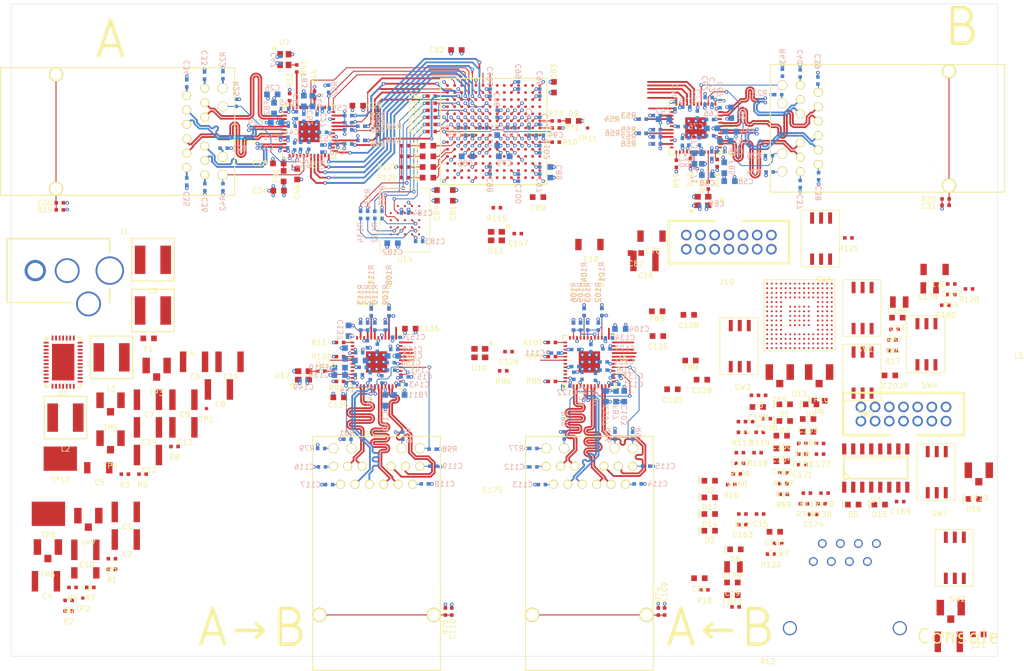
<source format=kicad_pcb>
(kicad_pcb (version 20211014) (generator pcbnew)
  (layers (0 "F.Cu" signal) (1 "In1.Cu" signal) (2 "In2.Cu" signal) (31 "B.Cu" signal) (34 "B.Paste" user) (35 "F.Paste" user) (36 "B.SilkS" user "B.Silkscreen") (37 "F.SilkS" user "F.Silkscreen") (38 "B.Mask" user) (39 "F.Mask" user) (44 "Edge.Cuts" user))
  (net 0 "")
  (net 1 "/1V0")
  (net 2 "/GND")
  (net 3 "/1V2")
  (net 4 "/1V8")
  (net 5 "/3V3")
  (net 6 "/5V0")
  (net 7 "/Management Interface/MCU_RST_N")
  (net 8 "/Management Interface/VCP_P")
  (net 9 "/Management Interface/C1_P")
  (net 10 "/Management Interface/C1_N")
  (net 11 "/Management Interface/VCP_N")
  (net 12 "/Management Interface/C2_P")
  (net 13 "/Management Interface/C2_N")
  (net 14 "/Thru Path/ETH0_A3V3")
  (net 15 "/Thru Path/ETH0_A1V2")
  (net 16 "Net-(C30-Pad2)")
  (net 17 "Net-(C31-Pad2)")
  (net 18 "Net-(C33-Pad2)")
  (net 19 "Net-(C34-Pad2)")
  (net 20 "Net-(C35-Pad2)")
  (net 21 "Net-(C36-Pad2)")
  (net 22 "Net-(C37-Pad2)")
  (net 23 "Net-(C38-Pad2)")
  (net 24 "Net-(C39-Pad2)")
  (net 25 "Net-(C40-Pad2)")
  (net 26 "/Thru Path/ETH0_A1V2_PLL")
  (net 27 "/Thru Path/ETH1_A3V3")
  (net 28 "/Thru Path/ETH1_A1V2")
  (net 29 "/Thru Path/ETH1_A1V2_PLL")
  (net 30 "/Monitor Path/ETH2_A3V3")
  (net 31 "/Monitor Path/ETH2_A1V2")
  (net 32 "Net-(C109-Pad2)")
  (net 33 "Net-(C110-Pad2)")
  (net 34 "Net-(C112-Pad2)")
  (net 35 "Net-(C113-Pad2)")
  (net 36 "Net-(C114-Pad2)")
  (net 37 "Net-(C115-Pad2)")
  (net 38 "Net-(C116-Pad2)")
  (net 39 "Net-(C117-Pad2)")
  (net 40 "Net-(C118-Pad2)")
  (net 41 "Net-(C119-Pad2)")
  (net 42 "/Monitor Path/ETH2_A1V2_PLL")
  (net 43 "/Monitor Path/ETH3_A3V3")
  (net 44 "/Monitor Path/ETH3_A1V2")
  (net 45 "/Monitor Path/ETH3_A1V2_PLL")
  (net 46 "/Management Interface/VSMPS")
  (net 47 "/Management Interface/VCORE")
  (net 48 "/Management Interface/VDDA")
  (net 49 "/Management Interface/VLXSMPS")
  (net 50 "Net-(D1-Pad2)")
  (net 51 "Net-(D2-Pad2)")
  (net 52 "Net-(D3-Pad2)")
  (net 53 "Net-(D4-Pad2)")
  (net 54 "Net-(D5-Pad2)")
  (net 55 "Net-(D6-Pad2)")
  (net 56 "Net-(D7-Pad2)")
  (net 57 "Net-(D8-Pad2)")
  (net 58 "Net-(D9-Pad2)")
  (net 59 "Net-(D14-Pad2)")
  (net 60 "Net-(D15-Pad2)")
  (net 61 "Net-(D16-Pad2)")
  (net 62 "Net-(D17-Pad2)")
  (net 63 "/Power Supply/5V0_UNFUSED")
  (net 65 "/Monitor Path/ETH2_C_N")
  (net 66 "/Monitor Path/ETH2_C_P")
  (net 67 "/Monitor Path/ETH2_B_P")
  (net 68 "/Monitor Path/ETH2_B_N")
  (net 69 "/Monitor Path/ETH2_D_P")
  (net 70 "/Monitor Path/ETH2_D_N")
  (net 71 "/Monitor Path/ETH2_A_N")
  (net 72 "/Monitor Path/ETH2_A_P")
  (net 73 "/Monitor Path/ETH2_LED1_N")
  (net 74 "Net-(J2-Pad14)")
  (net 75 "/Monitor Path/ETH2_LED2_N")
  (net 76 "Net-(J2-Pad16)")
  (net 77 "/Management Interface/RS232_TX")
  (net 78 "/Management Interface/RS232_TX_RJ45")
  (net 79 "/Management Interface/RS232_RX")
  (net 80 "/Management Interface/RS232_RX_RJ45")
  (net 85 "/Thru Path/ETH0_C_N")
  (net 86 "/Thru Path/ETH0_C_P")
  (net 87 "/Thru Path/ETH0_B_P")
  (net 88 "/Thru Path/ETH0_B_N")
  (net 89 "/Thru Path/ETH0_D_P")
  (net 90 "/Thru Path/ETH0_D_N")
  (net 91 "/Thru Path/ETH0_A_N")
  (net 92 "/Thru Path/ETH0_A_P")
  (net 93 "/Thru Path/ETH0_LED1_N")
  (net 94 "Net-(J6-Pad14)")
  (net 95 "/Thru Path/ETH0_LED2_N")
  (net 96 "Net-(J6-Pad16)")
  (net 97 "/Thru Path/ETH1_C_N")
  (net 98 "/Thru Path/ETH1_C_P")
  (net 99 "/Thru Path/ETH1_B_P")
  (net 100 "/Thru Path/ETH1_B_N")
  (net 101 "/Thru Path/ETH1_D_P")
  (net 102 "/Thru Path/ETH1_D_N")
  (net 103 "/Thru Path/ETH1_A_N")
  (net 104 "/Thru Path/ETH1_A_P")
  (net 105 "/Thru Path/ETH1_LED1_N")
  (net 106 "Net-(J7-Pad14)")
  (net 107 "/Thru Path/ETH1_LED2_N")
  (net 108 "Net-(J7-Pad16)")
  (net 109 "/Monitor Path/ETH3_C_N")
  (net 110 "/Monitor Path/ETH3_C_P")
  (net 111 "/Monitor Path/ETH3_B_P")
  (net 112 "/Monitor Path/ETH3_B_N")
  (net 113 "/Monitor Path/ETH3_D_P")
  (net 114 "/Monitor Path/ETH3_D_N")
  (net 115 "/Monitor Path/ETH3_A_N")
  (net 116 "/Monitor Path/ETH3_A_P")
  (net 117 "/Monitor Path/ETH3_LED1_N")
  (net 118 "Net-(J8-Pad14)")
  (net 119 "/Monitor Path/ETH3_LED2_N")
  (net 120 "Net-(J8-Pad16)")
  (net 122 "/Management Interface/MCU_JTAG_TMS")
  (net 123 "/Management Interface/MCU_JTAG_TCK")
  (net 124 "/Management Interface/MCU_JTAG_TDO")
  (net 125 "/Management Interface/MCU_JTAG_TDI")
  (net 130 "/FPGA Support/FPGA_JTAG_TMS")
  (net 131 "/FPGA Support/FPGA_JTAG_TCK")
  (net 132 "/FPGA Support/FPGA_JTAG_TDO")
  (net 133 "/FPGA Support/FPGA_JTAG_TDI")
  (net 137 "/Power Supply/1V0_SW")
  (net 138 "/Power Supply/1V2_SW")
  (net 139 "/Power Supply/1V8_SW")
  (net 140 "/Power Supply/3V3_SW")
  (net 141 "/Power Supply/1V0_FB")
  (net 142 "/Power Supply/1V2_FB")
  (net 143 "/Power Supply/1V8_FB")
  (net 144 "/Power Supply/3V3_FB")
  (net 145 "/Power Supply/PGOOD")
  (net 146 "Net-(U4-PadP6)")
  (net 147 "/Management Interface/LEFT_ANEG_SW")
  (net 148 "/Management Interface/10M_SW")
  (net 149 "/Management Interface/100M_SW")
  (net 150 "/Management Interface/1000M_SW")
  (net 151 "/Management Interface/LEFT_ANEG_EN")
  (net 152 "/Management Interface/LEFT_10M_EN")
  (net 153 "/Management Interface/LEFT_100M_EN")
  (net 154 "/Management Interface/LEFT_1000M_EN")
  (net 155 "/Thru Path/ETH0_RGMII_RXD3")
  (net 156 "Net-(R27-Pad2)")
  (net 157 "/Thru Path/ETH0_RGMII_RXD2")
  (net 158 "Net-(R28-Pad2)")
  (net 159 "/Thru Path/ETH0_RGMII_RXD1")
  (net 160 "Net-(R29-Pad2)")
  (net 161 "/Thru Path/ETH0_RGMII_RXD0")
  (net 162 "Net-(R30-Pad2)")
  (net 163 "/Thru Path/ETH0_RGMII_RX_DV")
  (net 164 "Net-(R31-Pad2)")
  (net 165 "/Thru Path/ETH0_RGMII_RX_CLK")
  (net 166 "Net-(R32-Pad2)")
  (net 167 "Net-(R33-Pad2)")
  (net 168 "/Thru Path/ETH1_RGMII_RXD3")
  (net 169 "Net-(R34-Pad2)")
  (net 170 "/Thru Path/ETH1_RGMII_RXD2")
  (net 171 "Net-(R35-Pad2)")
  (net 172 "/Thru Path/ETH1_RGMII_RXD1")
  (net 173 "Net-(R36-Pad2)")
  (net 174 "/Thru Path/ETH1_RGMII_RXD0")
  (net 175 "Net-(R37-Pad2)")
  (net 176 "/Thru Path/ETH1_RGMII_RX_DV")
  (net 177 "Net-(R38-Pad2)")
  (net 178 "/Thru Path/ETH1_RGMII_RX_CLK")
  (net 179 "Net-(R39-Pad2)")
  (net 180 "Net-(R40-Pad2)")
  (net 181 "/Thru Path/ETH0_CLK_25MHZ")
  (net 182 "Net-(R41-Pad2)")
  (net 183 "Net-(R44-Pad2)")
  (net 184 "Net-(R45-Pad2)")
  (net 185 "/Thru Path/ETH1_CLK_25MHZ")
  (net 186 "Net-(R60-Pad2)")
  (net 187 "/Boot Flash/FLASH_DQ0")
  (net 188 "Net-(R61-Pad2)")
  (net 189 "/Boot Flash/FLASH_DQ1")
  (net 190 "Net-(R62-Pad2)")
  (net 191 "/Boot Flash/FLASH_DQ2")
  (net 192 "Net-(R63-Pad2)")
  (net 193 "/Boot Flash/FLASH_DQ3")
  (net 194 "Net-(R64-Pad2)")
  (net 195 "/Boot Flash/FLASH_CS_N")
  (net 196 "Net-(R65-Pad2)")
  (net 197 "/Management Interface/RIGHT_ANEG_SW")
  (net 198 "/Management Interface/RIGHT_ANEG_EN")
  (net 199 "/Management Interface/RIGHT_10M_EN")
  (net 200 "/Management Interface/RIGHT_100M_EN")
  (net 201 "/Management Interface/RIGHT_1000M_EN")
  (net 202 "/FPGA Support/FPGA_INIT_B")
  (net 203 "Net-(U4-PadA8)")
  (net 204 "/Boot Flash/FLASH_SCK")
  (net 205 "/FPGA Support/FPGA_DONE")
  (net 206 "/Monitor Path/ETH2_RGMII_RXD3")
  (net 207 "Net-(R82-Pad2)")
  (net 208 "/Monitor Path/ETH2_RGMII_RXD2")
  (net 209 "Net-(R83-Pad2)")
  (net 210 "/Monitor Path/ETH2_RGMII_RXD1")
  (net 211 "Net-(R84-Pad2)")
  (net 212 "/Monitor Path/ETH2_RGMII_RXD0")
  (net 213 "Net-(R85-Pad2)")
  (net 214 "/Monitor Path/ETH2_RGMII_RX_DV")
  (net 215 "Net-(R86-Pad2)")
  (net 216 "/Monitor Path/ETH2_RGMII_RX_CLK")
  (net 217 "Net-(R87-Pad2)")
  (net 218 "Net-(R88-Pad2)")
  (net 219 "/Monitor Path/ETH3_RGMII_RXD3")
  (net 220 "Net-(R89-Pad2)")
  (net 221 "/Monitor Path/ETH3_RGMII_RXD2")
  (net 222 "Net-(R90-Pad2)")
  (net 223 "/Monitor Path/ETH3_RGMII_RXD1")
  (net 224 "Net-(R91-Pad2)")
  (net 225 "/Monitor Path/ETH3_RGMII_RXD0")
  (net 226 "Net-(R92-Pad2)")
  (net 227 "/Monitor Path/ETH3_RGMII_RX_DV")
  (net 228 "Net-(R93-Pad2)")
  (net 229 "/Monitor Path/ETH3_RGMII_RX_CLK")
  (net 230 "Net-(R94-Pad2)")
  (net 231 "Net-(R95-Pad2)")
  (net 232 "/Monitor Path/ETH2_CLK_25MHZ")
  (net 233 "Net-(R96-Pad2)")
  (net 234 "Net-(R99-Pad2)")
  (net 235 "Net-(R100-Pad2)")
  (net 236 "/Monitor Path/FPGA_CLK_25MHZ")
  (net 237 "Net-(R115-Pad2)")
  (net 238 "/Monitor Path/ETH3_CLK_25MHZ")
  (net 239 "Net-(R116-Pad2)")
  (net 240 "Net-(R117-Pad2)")
  (net 241 "/Management Interface/MCU_JTAG_TRST")
  (net 242 "/Management Interface/BOOT0")
  (net 243 "/FPGA Support/FPGA_RST_N")
  (net 244 "/Monitor Path/FPGA_LED0")
  (net 245 "/Monitor Path/FPGA_LED1")
  (net 246 "/Monitor Path/FPGA_LED2")
  (net 247 "/Monitor Path/FPGA_LED3")
  (net 248 "/Management Interface/MCU_LED0")
  (net 249 "/Management Interface/MCU_LED1")
  (net 250 "/Management Interface/MCU_LED2")
  (net 251 "/Management Interface/MCU_LED3")
  (net 252 "Net-(R131-Pad1)")
  (net 253 "Net-(R132-Pad1)")
  (net 254 "Net-(R133-Pad1)")
  (net 255 "Net-(R134-Pad1)")
  (net 256 "/Power Supply/LTC_TEMP")
  (net 261 "/Monitor Path/ETH2_RST_N")
  (net 263 "/Monitor Path/ETH2_MDIO")
  (net 264 "/Monitor Path/ETH2_RGMII_TX_CLK")
  (net 265 "/Monitor Path/ETH2_RGMII_TXD3")
  (net 266 "/Monitor Path/ETH2_RGMII_TXD2")
  (net 267 "/Monitor Path/ETH2_RGMII_TXD1")
  (net 268 "/Monitor Path/ETH2_RGMII_TXD0")
  (net 269 "/Monitor Path/ETH2_MDC")
  (net 270 "/Monitor Path/ETH2_RGMII_TX_EN")
  (net 275 "/Management Interface/UART_TX")
  (net 276 "/Management Interface/UART_RX")
  (net 280 "/Monitor Path/ETH3_RST_N")
  (net 281 "/Monitor Path/ETH3_RGMII_TXD1")
  (net 285 "/Monitor Path/ETH3_RGMII_TXD0")
  (net 288 "/Monitor Path/ETH3_MDC")
  (net 289 "/Monitor Path/ETH3_RGMII_TX_EN")
  (net 290 "/Monitor Path/ETH3_RGMII_TXD3")
  (net 294 "/Monitor Path/ETH3_MDIO")
  (net 295 "/Monitor Path/ETH3_RGMII_TX_CLK")
  (net 296 "/Monitor Path/ETH3_RGMII_TXD2")
  (net 298 "/Management Interface/FPGA_IRQ")
  (net 300 "/Thru Path/ETH0_RST_N")
  (net 301 "/Thru Path/ETH0_MDC")
  (net 303 "/Thru Path/ETH1_RGMII_TX_CLK")
  (net 304 "/Thru Path/ETH0_RGMII_TXD1")
  (net 305 "/Thru Path/ETH0_RGMII_TXD3")
  (net 306 "/Thru Path/ETH0_MDIO")
  (net 307 "/Management Interface/FPGA_SPI_DQ0")
  (net 308 "/Management Interface/FPGA_SPI_SCK")
  (net 309 "/Management Interface/FPGA_SPI_CS_N")
  (net 310 "/Thru Path/ETH1_MDC")
  (net 311 "/Thru Path/ETH1_RGMII_TX_EN")
  (net 312 "/Thru Path/ETH0_RGMII_TXD2")
  (net 313 "/Thru Path/ETH1_RGMII_TXD2")
  (net 314 "/Thru Path/ETH0_RGMII_TX_CLK")
  (net 315 "/Management Interface/FPGA_SPI_DQ1")
  (net 316 "/Thru Path/ETH1_MDIO")
  (net 317 "/Thru Path/ETH1_RGMII_TXD3")
  (net 318 "/Thru Path/ETH1_RGMII_TXD0")
  (net 319 "/Management Interface/FPGA_SPI_DQ3")
  (net 320 "/Management Interface/FPGA_SPI_DQ2")
  (net 321 "/Thru Path/ETH1_RST_N")
  (net 322 "/Thru Path/ETH0_RGMII_TXD0")
  (net 323 "/Thru Path/ETH1_RGMII_TXD1")
  (net 324 "/Thru Path/ETH0_RGMII_TX_EN")
  (net 393 "Net-(D10-Pad1)")
  (net 394 "Net-(D11-Pad1)")
  (net 395 "Net-(D12-Pad1)")
  (net 396 "Net-(D13-Pad1)")
  (footprint "azonenberg_pcb:EIA_0402_RES_NOSILK" (layer "F.Cu") (at 82.2 106.7 -90)
    (fp_text reference "R75")
    (fp_text value "1M" hide)
  )
  (footprint "azonenberg_pcb:EIA_0402_RES_NOSILK" (layer "F.Cu") (at 129.82 87.15)
    (fp_text reference "R127")
    (fp_text value "470" hide)
  )
  (footprint "azonenberg_pcb:EIA_0402_RES_NOSILK" (layer "F.Cu") (at 97.2 70.75)
    (fp_text reference "R99")
    (fp_text value "10K" hide)
  )
  (footprint "azonenberg_pcb:EIA_1206_CAP_NOSILK" (layer "F.Cu") (at 31.45 101.23507)
    (fp_text reference "C3")
    (fp_text value "22 uF" hide)
  )
  (footprint "azonenberg_pcb:BGA_24_6x8_DEPOP1_1MM" (layer "F.Cu") (at 76.5 51.5)
    (fp_text reference "U14")
    (fp_text value "S25FLxxxS_BGA24_5x5_VIO" hide)
  )
  (footprint "azonenberg_pcb:EIA_0603_LED" (layer "F.Cu") (at 100.25 37.5 180)
    (fp_text reference "D9")
    (fp_text value "GREEN" hide)
  )
  (footprint "azonenberg_pcb:CONN_BELFUSE_0826_1G1T_23_F" (layer "F.Cu") (at 30.5 39 90)
    (fp_text reference "J6" hide)
    (fp_text value "BEL_FUSE_0826-1G1T-23-F" hide)
  )
  (footprint "azonenberg_pcb:EIA_0402_CAP_NOSILK" (layer "F.Cu") (at 123.1 106.05)
    (fp_text reference "C175")
    (fp_text value "0.47 uF" hide)
  )
  (footprint "azonenberg_pcb:EIA_0805_CAP_NOSILK" (layer "F.Cu") (at 122.8 100.4)
    (fp_text reference "C179")
    (fp_text value "10 uF" hide)
  )
  (footprint "azonenberg_pcb:EIA_1206_CAP_NOSILK" (layer "F.Cu") (at 111.25 53.73507)
    (fp_text reference "C78")
    (fp_text value "100 uF" hide)
  )
  (footprint "azonenberg_pcb:EIA_0402_CAP_NOSILK" (layer "F.Cu") (at 113.1 106.7 -90)
    (fp_text reference "C109")
    (fp_text value "0.1 uF" hide)
  )
  (footprint "azonenberg_pcb:EIA_0402_CAP_NOSILK" (layer "F.Cu") (at 92.4 53.4)
    (fp_text reference "C147")
    (fp_text value "0.47 uF" hide)
  )
  (footprint "azonenberg_pcb:EIA_0402_RES_NOSILK" (layer "F.Cu") (at 123.7 85.8)
    (fp_text reference "R129")
    (fp_text value "470" hide)
  )
  (footprint "azonenberg_pcb:EIA_0402_RES_NOSILK" (layer "F.Cu") (at 122.48 88.8)
    (fp_text reference "R16")
    (fp_text value "470" hide)
  )
  (footprint "azonenberg_pcb:EIA_0402_RES_NOSILK" (layer "F.Cu") (at 97.75 40.5 180)
    (fp_text reference "R10")
    (fp_text value "33" hide)
  )
  (footprint "azonenberg_pcb:EIA_0603_CAP_NOSILK" (layer "F.Cu") (at 144.85 73.4)
    (fp_text reference "C20")
    (fp_text value "1 uF" hide)
  )
  (footprint "azonenberg_pcb:EIA_0402_CAP_NOSILK" (layer "F.Cu") (at 123.28 87.3)
    (fp_text reference "C168")
    (fp_text value "0.47 uF" hide)
  )
  (footprint "azonenberg_pcb:EIA_0402_RES_NOSILK" (layer "F.Cu") (at 104.25 64.45 -90)
    (fp_text reference "R82")
    (fp_text value "33" hide)
  )
  (footprint "azonenberg_pcb:EIA_0603_CAP_NOSILK" (layer "F.Cu") (at 81 48 90)
    (fp_text reference "C84")
    (fp_text value "4.7 uF" hide)
  )
  (footprint "azonenberg_pcb:EIA_0402_RES_NOSILK" (layer "F.Cu") (at 76.5 45.5 180)
    (fp_text reference "R126")
    (fp_text value "470" hide)
  )
  (footprint "azonenberg_pcb:EIA_0402_RES_NOSILK" (layer "F.Cu") (at 114.75 43.55 90)
    (fp_text reference "R59")
    (fp_text value "1K" hide)
  )
  (footprint "azonenberg_pcb:OSCILLATOR_2.0x1.6" (layer "F.Cu") (at 62.2 73.4 180)
    (fp_text reference "U12")
    (fp_text value "ECS-2016MVQ-250-CN-TR" hide)
  )
  (footprint "azonenberg_pcb:CONN_U.FL_TE_1909763-1" (layer "F.Cu") (at 35 82.35)
    (fp_text reference "TP4")
    (fp_text value "U.FL" hide)
  )
  (footprint "azonenberg_pcb:OSCILLATOR_2.0x1.6" (layer "F.Cu") (at 87.05 70.25)
    (fp_text reference "U10")
    (fp_text value "ECS-2016MVQ-250-CN-TR" hide)
  )
  (footprint "azonenberg_pcb:EIA_0402_RES_NOSILK" (layer "F.Cu") (at 89.45 49.75)
    (fp_text reference "R115")
    (fp_text value "33" hide)
  )
  (footprint "azonenberg_pcb:INDUCTOR_YUDEN_NRS5030" (layer "F.Cu") (at 40.975 64.23993)
    (fp_text reference "L4")
    (fp_text value "NRS5030T2R2NMGJ" hide)
  )
  (footprint "azonenberg_pcb:EIA_0603_INDUCTOR_NOSILK" (layer "F.Cu") (at 122.65 104.4)
    (fp_text reference "FB13")
    (fp_text value "FERRITE_SMALL2" hide)
  )
  (footprint "azonenberg_pcb:EIA_0402_CAP_NOSILK" (layer "F.Cu") (at 152.65 63.5)
    (fp_text reference "C180")
    (fp_text value "0.47 uF" hide)
  )
  (footprint "azonenberg_pcb:TESTPOINT_SMT_KEYSTONE_5016" (layer "F.Cu") (at 26.25 92.915)
    (fp_text reference "TP8")
    (fp_text value "TESTCLIP" hide)
  )
  (footprint "azonenberg_pcb:EIA_0402_RES_NOSILK" (layer "F.Cu") (at 112 40.75)
    (fp_text reference "R39")
    (fp_text value "33" hide)
  )
  (footprint "azonenberg_pcb:EIA_0402_RES_NOSILK" (layer "F.Cu") (at 68.5 38.75 180)
    (fp_text reference "R29")
    (fp_text value "33" hide)
  )
  (footprint "azonenberg_pcb:TESTPOINT_SMT_KEYSTONE_5016" (layer "F.Cu") (at 27.925 85.14)
    (fp_text reference "TP12")
    (fp_text value "TESTCLIP" hide)
  )
  (footprint "azonenberg_pcb:EIA_0402_CAP_NOSILK" (layer "F.Cu") (at 152.7 49.4)
    (fp_text reference "C31")
    (fp_text value "0.1 uF" hide)
  )
  (footprint "azonenberg_pcb:EIA_0402_RES_NOSILK" (layer "F.Cu") (at 153.5 62)
    (fp_text reference "R14")
    (fp_text value "10K" hide)
  )
  (footprint "azonenberg_pcb:INDUCTOR_YUDEN_NRS5030" (layer "F.Cu") (at 40.975 57.08993)
    (fp_text reference "L3")
    (fp_text value "NRS5030T2R2NMGJ" hide)
  )
  (footprint "azonenberg_pcb:OSCILLATOR_2.0x1.6" (layer "F.Cu") (at 118.5 48.8 180)
    (fp_text reference "U8")
    (fp_text value "ECS-2016MVQ-250-CN-TR" hide)
  )
  (footprint "azonenberg_pcb:EIA_1206_CAP_NOSILK" (layer "F.Cu") (at 102.5 54.92014)
    (fp_text reference "C18")
    (fp_text value "47 uF" hide)
  )
  (footprint "azonenberg_pcb:EIA_0402_RES_NOSILK" (layer "F.Cu") (at 67.35 70.75)
    (fp_text reference "R100")
    (fp_text value "10K" hide)
  )
  (footprint "azonenberg_pcb:EIA_0402_RES_NOSILK" (layer "F.Cu") (at 101.75 64.450001 -90)
    (fp_text reference "R85")
    (fp_text value "33" hide)
  )
  (footprint "azonenberg_pcb:EIA_0402_RES_NOSILK" (layer "F.Cu") (at 145.25 69.9)
    (fp_text reference "R17")
    (fp_text value "470" hide)
  )
  (footprint "azonenberg_pcb:EIA_0603_CAP_NOSILK" (layer "F.Cu") (at 129.6 83.7)
    (fp_text reference "C164")
    (fp_text value "4.7 uF" hide)
  )
  (footprint "azonenberg_pcb:SWITCH_RAFI_MICON_5" (layer "F.Cu") (at 141 73)
    (fp_text reference "SW5")
    (fp_text value "SWITCH" hide)
  )
  (footprint "azonenberg_pcb:EIA_0402_RES_NOSILK" (layer "F.Cu") (at 70.349999 40.25 180)
    (fp_text reference "R28")
    (fp_text value "33" hide)
  )
  (footprint "azonenberg_pcb:EIA_0603_INDUCTOR_NOSILK" (layer "F.Cu") (at 112.05 64.35)
    (fp_text reference "FB8")
    (fp_text value "MI0603J601R-10" hide)
  )
  (footprint "azonenberg_pcb:EIA_0402_RES_NOSILK" (layer "F.Cu") (at 80.25 36)
    (fp_text reference "R64")
    (fp_text value "33" hide)
  )
  (footprint "azonenberg_pcb:EIA_0402_RES_NOSILK" (layer "F.Cu") (at 44.025 83.425)
    (fp_text reference "R8")
    (fp_text value "324K" hide)
  )
  (footprint "azonenberg_pcb:EIA_0603_LED" (layer "F.Cu") (at 119.45 92.95)
    (fp_text reference "D14")
    (fp_text value "GREEN" hide)
  )
  (footprint "azonenberg_pcb:EIA_0603_CAP_NOSILK" (layer "F.Cu") (at 61.3 45 -90)
    (fp_text reference "C46")
    (fp_text value "4.7 uF" hide)
  )
  (footprint "azonenberg_pcb:EIA_0402_RES_NOSILK" (layer "F.Cu") (at 97.75 38.5)
    (fp_text reference "R71")
    (fp_text value "4.7K" hide)
  )
  (footprint "azonenberg_pcb:SOIC_16_3.9MM" (layer "F.Cu") (at 142.855 86.4675)
    (fp_text reference "U3")
    (fp_text value "MAX232" hide)
  )
  (footprint "azonenberg_pcb:CONN_BELFUSE_0826_1G1T_23_F" (layer "F.Cu") (at 72.5 104 180)
    (fp_text reference "J8" hide)
    (fp_text value "BEL_FUSE_0826-1G1T-23-F" hide)
  )
  (footprint "azonenberg_pcb:EIA_0402_RES_NOSILK" (layer "F.Cu") (at 70.35 38.25 180)
    (fp_text reference "R30")
    (fp_text value "33" hide)
  )
  (footprint "azonenberg_pcb:EIA_0402_RES_NOSILK" (layer "F.Cu") (at 63.75 33.8 -90)
    (fp_text reference "R44")
    (fp_text value "10K" hide)
  )
  (footprint "azonenberg_pcb:EIA_0603_LED" (layer "F.Cu") (at 156.675 90.8175)
    (fp_text reference "D16")
    (fp_text value "GREEN" hide)
  )
  (footprint "azonenberg_pcb:CONN_U.FL_TE_1909763-1" (layer "F.Cu") (at 134.875 73.025)
    (fp_text reference "TP10")
    (fp_text value "U.FL" hide)
  )
  (footprint "azonenberg_pcb:SWITCH_RAFI_MICON_5" (layer "F.Cu") (at 141 63.9)
    (fp_text reference "SW1")
    (fp_text value "SWITCH" hide)
  )
  (footprint "azonenberg_pcb:EIA_0402_RES_NOSILK" (layer "F.Cu") (at 68.5 36.75 180)
    (fp_text reference "R32")
    (fp_text value "33" hide)
  )
  (footprint "azonenberg_pcb:EIA_0603_CAP_NOSILK" (layer "F.Cu") (at 83.25 48 90)
    (fp_text reference "C81")
    (fp_text value "4.7 uF" hide)
  )
  (footprint "azonenberg_pcb:EIA_1210_CAP_NOSILK" (layer "F.Cu") (at 40.275 76.81007)
    (fp_text reference "C7")
    (fp_text value "10 uF" hide)
  )
  (footprint "azonenberg_pcb:EIA_0603_CAP_NOSILK" (layer "F.Cu") (at 58.7 47.35 180)
    (fp_text reference "C24")
    (fp_text value "4.7 uF" hide)
  )
  (footprint "azonenberg_pcb:BGA_201_10x10_DEPOP_0.65MM_OSHPARK" (layer "F.Cu") (at 132.1 65)
    (fp_text reference "U13")
    (fp_text value "STM32H735-UFBGA176-25" hide)
  )
  (footprint "azonenberg_pcb:EIA_0402_RES_NOSILK" (layer "F.Cu") (at 126.5 81.42)
    (fp_text reference "R119")
    (fp_text value "10K" hide)
  )
  (footprint "azonenberg_pcb:QFN_38_0.5MM_5x7MM" (layer "F.Cu") (at 28.325 71.525)
    (fp_text reference "U1")
    (fp_text value "LTC3374-QFN" hide)
  )
  (footprint "azonenberg_pcb:EIA_0603_CAP_NOSILK" (layer "F.Cu") (at 129.6 81.9)
    (fp_text reference "C166")
    (fp_text value "4.7 uF" hide)
  )
  (footprint "azonenberg_pcb:TESTPOINT_SMT_0.5MM" (layer "F.Cu") (at 102.25 38.5)
    (fp_text reference "TP11")
    (fp_text value "TESTPOINT" hide)
  )
  (footprint "azonenberg_pcb:EIA_0402_RES_NOSILK" (layer "F.Cu") (at 74.25 64.5 -90)
    (fp_text reference "R89")
    (fp_text value "33" hide)
  )
  (footprint "azonenberg_pcb:EIA_1210_CAP_NOSILK" (layer "F.Cu") (at 40.275 84.61007)
    (fp_text reference "C12")
    (fp_text value "10 uF" hide)
  )
  (footprint "azonenberg_pcb:INDUCTOR_YUDEN_NRS5030" (layer "F.Cu") (at 28.65 79.35)
    (fp_text reference "L2")
    (fp_text value "NRS5030T2R2NMGJ" hide)
  )
  (footprint "azonenberg_pcb:EIA_0402_CAP_NOSILK" (layer "F.Cu") (at 127.5 79.5)
    (fp_text reference "C178")
    (fp_text value "0.47 uF" hide)
  )
  (footprint "azonenberg_pcb:EIA_0402_RES_NOSILK" (layer "F.Cu") (at 152.7 48.5)
    (fp_text reference "R20")
    (fp_text value "1M" hide)
  )
  (footprint "azonenberg_pcb:EIA_0402_RES_NOSILK" (layer "F.Cu") (at 68.5 40.75 180)
    (fp_text reference "R27")
    (fp_text value "33" hide)
  )
  (footprint "azonenberg_pcb:EIA_0402_CAP_NOSILK" (layer "F.Cu") (at 134 93)
    (fp_text reference "C174")
    (fp_text value "0.47 uF" hide)
  )
  (footprint "azonenberg_pcb:EIA_0603_LED" (layer "F.Cu") (at 143.405 91.6175)
    (fp_text reference "D15")
    (fp_text value "GREEN" hide)
  )
  (footprint "azonenberg_pcb:EIA_0402_RES_NOSILK" (layer "F.Cu") (at 35.2 100.75)
    (fp_text reference "R1")
    (fp_text value "255K" hide)
  )
  (footprint "azonenberg_pcb:EIA_0603_CAP_NOSILK" (layer "F.Cu") (at 122.65 102.6)
    (fp_text reference "C19")
    (fp_text value "4.7 uF" hide)
  )
  (footprint "azonenberg_pcb:EIA_0402_RES_NOSILK" (layer "F.Cu") (at 72.25 66.5 -90)
    (fp_text reference "R91")
    (fp_text value "33" hide)
  )
  (footprint "azonenberg_pcb:EIA_0603_LED" (layer "F.Cu") (at 119.45 95.3)
    (fp_text reference "D3")
    (fp_text value "GREEN" hide)
  )
  (footprint "azonenberg_pcb:EIA_0603_CAP_NOSILK" (layer "F.Cu") (at 67.15 76.5)
    (fp_text reference "C135")
    (fp_text value "4.7 uF" hide)
  )
  (footprint "azonenberg_pcb:EIA_0402_RES_NOSILK" (layer "F.Cu") (at 90.35 72.75)
    (fp_text reference "R96")
    (fp_text value "33" hide)
  )
  (footprint "azonenberg_pcb:QFN_48_0.5MM_7x7MM" (layer "F.Cu") (at 72.5 71.5 90)
    (fp_text reference "U9")
    (fp_text value "KSZ9031RN" hide)
  )
  (footprint "azonenberg_pcb:EIA_0402_RES_NOSILK" (layer "F.Cu") (at 73.75 66.5 -90)
    (fp_text reference "R90")
    (fp_text value "33" hide)
  )
  (footprint "azonenberg_pcb:SWITCH_RAFI_MICON_5" (layer "F.Cu") (at 151.45 87.0425)
    (fp_text reference "SW7")
    (fp_text value "BUTTON" hide)
  )
  (footprint "azonenberg_pcb:EIA_0402_CAP_NOSILK" (layer "F.Cu") (at 27.85 49.05 180)
    (fp_text reference "C30")
    (fp_text value "0.1 uF" hide)
  )
  (footprint "azonenberg_pcb:EIA_0402_RES_NOSILK" (layer "F.Cu") (at 97.2 74.25)
    (fp_text reference "R88")
    (fp_text value "12.1K 1%" hide)
  )
  (footprint "azonenberg_pcb:QFN_48_0.5MM_7x7MM" (layer "F.Cu") (at 117.5 38.5 180)
    (fp_text reference "U6")
    (fp_text value "KSZ9031RN" hide)
  )
  (footprint "azonenberg_pcb:CONN_U.FL_TE_1909763-1" (layer "F.Cu") (at 31.875 93.275)
    (fp_text reference "TP7")
    (fp_text value "U.FL" hide)
  )
  (footprint "azonenberg_pcb:EIA_0402_RES_NOSILK" (layer "F.Cu") (at 76.5 44 180)
    (fp_text reference "R125")
    (fp_text value "470" hide)
  )
  (footprint "azonenberg_pcb:CONN_RJ45_BELSTEWART_SS-7188S-A-PG4-1-BA-xx" (layer "F.Cu") (at 132.785 106)
    (fp_text reference "J5" hide)
    (fp_text value "RJ45" hide)
  )
  (footprint "azonenberg_pcb:EIA_1206_CAP_NOSILK" (layer "F.Cu") (at 33.275 86.41007)
    (fp_text reference "C5")
    (fp_text value "22 uF" hide)
  )
  (footprint "azonenberg_pcb:EIA_0603_CAP_NOSILK" (layer "F.Cu") (at 114.2 75.35)
    (fp_text reference "C105")
    (fp_text value "4.7 uF" hide)
  )
  (footprint "azonenberg_pcb:EIA_0603_LED" (layer "F.Cu") (at 119.45 90.6)
    (fp_text reference "D17")
    (fp_text value "GREEN" hide)
  )
  (footprint "azonenberg_pcb:EIA_0402_RES_NOSILK" (layer "F.Cu") (at 60.25 34.15 -90)
    (fp_text reference "R33")
    (fp_text value "12.1K 1%" hide)
  )
  (footprint "azonenberg_pcb:EIA_0603_CAP_NOSILK" (layer "F.Cu") (at 77.25 66.8)
    (fp_text reference "C136")
    (fp_text value "4.7 uF" hide)
  )
  (footprint "azonenberg_pcb:EIA_0402_CAP_NOSILK" (layer "F.Cu") (at 83.1 106.7 -90)
    (fp_text reference "C110")
    (fp_text value "0.1 uF" hide)
  )
  (footprint "azonenberg_pcb:EIA_0402_RES_NOSILK" (layer "F.Cu") (at 35.2 99.25)
    (fp_text reference "R6")
    (fp_text value "649K" hide)
  )
  (footprint "azonenberg_pcb:EIA_0603_LED" (layer "F.Cu") (at 119.45 88.25)
    (fp_text reference "D2")
    (fp_text value "GREEN" hide)
  )
  (footprint "azonenberg_pcb:EIA_1210_CAP_NOSILK" (layer "F.Cu") (at 50.275 75.36007)
    (fp_text reference "C8")
    (fp_text value "10 uF" hide)
  )
  (footprint "azonenberg_pcb:EIA_0402_RES_NOSILK" (layer "F.Cu") (at 32.15 103.3)
    (fp_text reference "R7")
    (fp_text value "1.02M" hide)
  )
  (footprint "azonenberg_pcb:EIA_1210_CAP_NOSILK" (layer "F.Cu") (at 37.15 92.63507)
    (fp_text reference "C1")
    (fp_text value "47 uF" hide)
  )
  (footprint "azonenberg_pcb:CONN_U.FL_TE_1909763-1" (layer "F.Cu") (at 35 77)
    (fp_text reference "TP5")
    (fp_text value "U.FL" hide)
  )
  (footprint "azonenberg_pcb:EIA_1210_CAP_NOSILK" (layer "F.Cu") (at 37.15 96.53507)
    (fp_text reference "C2")
    (fp_text value "47 uF" hide)
  )
  (footprint "azonenberg_pcb:INDUCTOR_YUDEN_NRS5030" (layer "F.Cu") (at 35.15 70.85)
    (fp_text reference "L1")
    (fp_text value "NRS5030T2R2NMGJ" hide)
  )
  (footprint "azonenberg_pcb:EIA_0402_CAP_NOSILK" (layer "F.Cu") (at 135 84.5)
    (fp_text reference "C173")
    (fp_text value "220 pF" hide)
  )
  (footprint "azonenberg_pcb:EIA_0603_LED" (layer "F.Cu") (at 79.75 42.5)
    (fp_text reference "D11" hide)
    (fp_text value "GREEN" hide)
  )
  (footprint "azonenberg_pcb:EIA_1210_CAP_NOSILK" (layer "F.Cu") (at 31.45 97.98507)
    (fp_text reference "C10")
    (fp_text value "10 uF" hide)
  )
  (footprint "azonenberg_pcb:EIA_0603_LED" (layer "F.Cu") (at 139.685 91.6175)
    (fp_text reference "D5")
    (fp_text value "GREEN" hide)
  )
  (footprint "azonenberg_pcb:EIA_0402_CAP_NOSILK" (layer "F.Cu") (at 126.56 92.95)
    (fp_text reference "C15")
    (fp_text value "0.1 uF" hide)
  )
  (footprint "azonenberg_pcb:EIA_0603_CAP_NOSILK" (layer "F.Cu") (at 129.6 85.5)
    (fp_text reference "C162")
    (fp_text value "4.7 uF" hide)
  )
  (footprint "azonenberg_pcb:EIA_0402_RES_NOSILK" (layer "F.Cu") (at 102.25 66.5 -90)
    (fp_text reference "R84")
    (fp_text value "33" hide)
  )
  (footprint "azonenberg_pcb:EIA_0603_INDUCTOR_NOSILK" (layer "F.Cu") (at 59.4 45.3 90)
    (fp_text reference "FB1")
    (fp_text value "MI0603J601R-10" hide)
  )
  (footprint "azonenberg_pcb:EIA_0402_RES_NOSILK" (layer "F.Cu") (at 119.25 46.6 -90)
    (fp_text reference "R60")
    (fp_text value "33" hide)
  )
  (footprint "azonenberg_pcb:QFN_48_0.5MM_7x7MM" (layer "F.Cu") (at 102.5 71.5 90)
    (fp_text reference "U2")
    (fp_text value "KSZ9031RN" hide)
  )
  (footprint "azonenberg_pcb:EIA_0402_RES_NOSILK" (layer "F.Cu") (at 61.25 30.1 90)
    (fp_text reference "R41")
    (fp_text value "33" hide)
  )
  (footprint "azonenberg_pcb:CONN_CUI_PJ-058BH_HIPWR_BARREL_NOSLOT" (layer "F.Cu") (at 28.4 58.61493)
    (fp_text reference "J1")
    (fp_text value "BARREL_JACK" hide)
  )
  (footprint "azonenberg_pcb:SWITCH_RAFI_MICON_5" (layer "F.Cu") (at 154 99.1225)
    (fp_text reference "SW2")
    (fp_text value "SWITCH" hide)
  )
  (footprint "azonenberg_pcb:EIA_1210_CAP_NOSILK" (layer "F.Cu") (at 40.275 80.71007)
    (fp_text reference "C14")
    (fp_text value "10 uF" hide)
  )
  (footprint "azonenberg_pcb:EIA_0402_RES_NOSILK" (layer "F.Cu") (at 135 83)
    (fp_text reference "R13")
    (fp_text value "10K" hide)
  )
  (footprint "azonenberg_pcb:CONN_U.FL_TE_1909763-1" (layer "F.Cu") (at 129.325 73.025)
    (fp_text reference "TP9")
    (fp_text value "U.FL" hide)
  )
  (footprint "azonenberg_pcb:EIA_0603_CAP_NOSILK" (layer "F.Cu") (at 69.85 35.35)
    (fp_text reference "C25")
    (fp_text value "4.7 uF" hide)
  )
  (footprint "azonenberg_pcb:OSCILLATOR_2.0x1.6" (layer "F.Cu") (at 59.5 28.85 90)
    (fp_text reference "U7")
    (fp_text value "ECS-2016MVQ-250-CN-TR" hide)
  )
  (footprint "azonenberg_pcb:EIA_0805_CAP_NOSILK" (layer "F.Cu") (at 146.17 63.05)
    (fp_text reference "C160")
    (fp_text value "10 uF" hide)
  )
  (footprint "azonenberg_pcb:EIA_0402_RES_NOSILK" (layer "F.Cu") (at 68.5 37.75 180)
    (fp_text reference "R31")
    (fp_text value "33" hide)
  )
  (footprint "azonenberg_pcb:SWITCH_RAFI_MICON_5" (layer "F.Cu") (at 123.69 69.27)
    (fp_text reference "SW3")
    (fp_text value "SWITCH" hide)
  )
  (footprint "azonenberg_pcb:EIA_0603_CAP_NOSILK" (layer "F.Cu") (at 83.75 27.5)
    (fp_text reference "C82")
    (fp_text value "4.7 uF" hide)
  )
  (footprint "azonenberg_pcb:EIA_0603_CAP_NOSILK" (layer "F.Cu") (at 118.35 74)
    (fp_text reference "C128")
    (fp_text value "4.7 uF" hide)
  )
  (footprint "azonenberg_pcb:EIA_0402_RES_NOSILK" (layer "F.Cu") (at 27.85 50.05 180)
    (fp_text reference "R19")
    (fp_text value "1M" hide)
  )
  (footprint "azonenberg_pcb:EIA_0603_CAP_NOSILK" (layer "F.Cu") (at 157.3 109.9225)
    (fp_text reference "C21")
    (fp_text value "1 uF" hide)
  )
  (footprint "azonenberg_pcb:EIA_1210_CAP_NOSILK" (layer "F.Cu") (at 46.775 71.46007)
    (fp_text reference "C6")
    (fp_text value "10 uF" hide)
  )
  (footprint "azonenberg_pcb:EIA_0402_RES_NOSILK" (layer "F.Cu") (at 116.75 43.3 90)
    (fp_text reference "R45")
    (fp_text value "10K" hide)
  )
  (footprint "azonenberg_pcb:EIA_0603_INDUCTOR_NOSILK" (layer "F.Cu") (at 116.75 71.3)
    (fp_text reference "FB9")
    (fp_text value "MI0603J601R-10" hide)
  )
  (footprint "azonenberg_pcb:EIA_0402_RES_NOSILK" (layer "F.Cu") (at 112 36.75)
    (fp_text reference "R34")
    (fp_text value "33" hide)
  )
  (footprint "azonenberg_pcb:EIA_0402_RES_NOSILK" (layer "F.Cu") (at 29.1 106.63)
    (fp_text reference "R2")
    (fp_text value "1.02M" hide)
  )
  (footprint "azonenberg_pcb:EIA_0603_CAP_NOSILK" (layer "F.Cu") (at 95.25 48.25)
    (fp_text reference "C89")
    (fp_text value "4.7 uF" hide)
  )
  (footprint "azonenberg_pcb:EIA_0402_RES_NOSILK" (layer "F.Cu") (at 126.2 84.3)
    (fp_text reference "R118")
    (fp_text value "10K" hide)
  )
  (footprint "azonenberg_pcb:EIA_0603_CAP_NOSILK" (layer "F.Cu") (at 126.23 77.85)
    (fp_text reference "C158")
    (fp_text value "4.7 uF" hide)
  )
  (footprint "azonenberg_pcb:EIA_1210_CAP_NOSILK" (layer "F.Cu") (at 51.775 71.46007)
    (fp_text reference "C11")
    (fp_text value "10 uF" hide)
  )
  (footprint "azonenberg_pcb:EIA_0603_LED" (layer "F.Cu") (at 134.935 76.975)
    (fp_text reference "D6")
    (fp_text value "GREEN" hide)
  )
  (footprint "azonenberg_pcb:EIA_0603_CAP_NOSILK" (layer "F.Cu") (at 133.32 81.35)
    (fp_text reference "C161")
    (fp_text value "2.2 uF" hide)
  )
  (footprint "azonenberg_pcb:EIA_1206_CAP_NOSILK" (layer "F.Cu") (at 151.15 58.43507)
    (fp_text reference "C170")
    (fp_text value "22 uF" hide)
  )
  (footprint "azonenberg_pcb:EIA_1210_CAP_NOSILK" (layer "F.Cu") (at 153.15 110.95757)
    (fp_text reference "L5")
    (fp_text value "2.2 uH" hide)
  )
  (footprint "azonenberg_pcb:EIA_0402_RES_NOSILK" (layer "F.Cu") (at 67.35 74.25)
    (fp_text reference "R95")
    (fp_text value "12.1K 1%" hide)
  )
  (footprint "azonenberg_pcb:EIA_0603_LED" (layer "F.Cu") (at 79.75 44)
    (fp_text reference "D12" hide)
    (fp_text value "GREEN" hide)
  )
  (footprint "azonenberg_pcb:CONN_BELFUSE_0826_1G1T_23_F" (layer "F.Cu") (at 102.5 104 180)
    (fp_text reference "J2" hide)
    (fp_text value "BEL_FUSE_0826-1G1T-23-F" hide)
  )
  (footprint "azonenberg_pcb:EIA_0402_CAP_NOSILK" (layer "F.Cu") (at 146.3 91.1925)
    (fp_text reference "C169")
    (fp_text value "0.47 uF" hide)
  )
  (footprint "azonenberg_pcb:EIA_0603_LED" (layer "F.Cu") (at 133.745 77.475)
    (fp_text reference "D4")
    (fp_text value "GREEN" hide)
  )
  (footprint "azonenberg_pcb:EIA_0603_LED" (layer "F.Cu") (at 123.075 97.925)
    (fp_text reference "D8")
    (fp_text value "GREEN" hide)
  )
  (footprint "azonenberg_pcb:EIA_0402_CAP_NOSILK" (layer "F.Cu") (at 153.5 60.5)
    (fp_text reference "C177")
    (fp_text value "0.47 uF" hide)
  )
  (footprint "azonenberg_pcb:EIA_0402_RES_NOSILK" (layer "F.Cu") (at 132.72 91.5)
    (fp_text reference "R70")
    (fp_text value "470" hide)
  )
  (footprint "azonenberg_pcb:EIA_0402_RES_NOSILK" (layer "F.Cu") (at 97.75 37.5)
    (fp_text reference "R73")
    (fp_text value "470" hide)
  )
  (footprint "azonenberg_pcb:EIA_1210_CAP_NOSILK" (layer "F.Cu") (at 45.275 80.71007)
    (fp_text reference "C13")
    (fp_text value "10 uF" hide)
  )
  (footprint "azonenberg_pcb:EIA_0402_RES_NOSILK" (layer "F.Cu") (at 71.75 64.5 -90)
    (fp_text reference "R92")
    (fp_text value "33" hide)
  )
  (footprint "azonenberg_pcb:EIA_0402_RES_NOSILK" (layer "F.Cu") (at 135.64 90)
    (fp_text reference "R122")
    (fp_text value "DNP" hide)
  )
  (footprint "azonenberg_pcb:EIA_1210_CAP_NOSILK" (layer "F.Cu") (at 45.275 76.81007)
    (fp_text reference "C9")
    (fp_text value "10 uF" hide)
  )
  (footprint "azonenberg_pcb:EIA_0603_LED" (layer "F.Cu") (at 130.025 77.475)
    (fp_text reference "D1")
    (fp_text value "GREEN" hide)
  )
  (footprint "azonenberg_pcb:EIA_0603_LED" (layer "F.Cu") (at 79.75 41)
    (fp_text reference "D10" hide)
    (fp_text value "GREEN" hide)
  )
  (footprint "azonenberg_pcb:EIA_0402_RES_NOSILK" (layer "F.Cu") (at 135.22 91.5)
    (fp_text reference "R130")
    (fp_text value "470" hide)
  )
  (footprint "azonenberg_pcb:EIA_0402_RES_NOSILK" (layer "F.Cu") (at 133.14 90)
    (fp_text reference "R11")
    (fp_text value "10K" hide)
  )
  (footprint "azonenberg_pcb:EIA_0603_CAP_NOSILK" (layer "F.Cu") (at 116.5 64.85)
    (fp_text reference "C108")
    (fp_text value "4.7 uF" hide)
  )
  (footprint "azonenberg_pcb:EIA_0402_RES_NOSILK" (layer "F.Cu") (at 76.5 42.5 180)
    (fp_text reference "R124" hide)
    (fp_text value "470" hide)
  )
  (footprint "azonenberg_pcb:CONN_BELFUSE_0826_1G1T_23_F" (layer "F.Cu") (at 150 38.55 -90)
    (fp_text reference "J7" hide)
    (fp_text value "BEL_FUSE_0826-1G1T-23-F" hide)
  )
  (footprint "azonenberg_pcb:TESTPOINT_SMT_0.5MM" (layer "F.Cu") (at 31.1 104.8)
    (fp_text reference "TP2")
    (fp_text value "TESTPOINT" hide)
  )
  (footprint "azonenberg_pcb:EIA_0402_RES_NOSILK" (layer "F.Cu") (at 64.7 72.8 180)
    (fp_text reference "R116")
    (fp_text value "33" hide)
  )
  (footprint "azonenberg_pcb:EIA_0402_RES_NOSILK" (layer "F.Cu") (at 37.025 87.325)
    (fp_text reference "R3")
    (fp_text value "232K" hide)
  )
  (footprint "azonenberg_pcb:EIA_0603_CAP_NOSILK" (layer "F.Cu") (at 40.375 68.175)
    (fp_text reference "F1")
    (fp_text value "2A" hide)
  )
  (footprint "azonenberg_pcb:EIA_0402_RES_NOSILK" (layer "F.Cu") (at 67.35 68.75)
    (fp_text reference "R114")
    (fp_text value "1K" hide)
  )
  (footprint "azonenberg_pcb:EIA_0402_CAP_NOSILK" (layer "F.Cu") (at 132.5 84.5)
    (fp_text reference "C181")
    (fp_text value "0.47 uF" hide)
  )
  (footprint "azonenberg_pcb:EIA_0402_RES_NOSILK" (layer "F.Cu") (at 103.75 66.5 -90)
    (fp_text reference "R83")
    (fp_text value "33" hide)
  )
  (footprint "azonenberg_pcb:EIA_0402_RES_NOSILK" (layer "F.Cu") (at 124.06 92.95)
    (fp_text reference "R12")
    (fp_text value "10K" hide)
  )
  (footprint "azonenberg_pcb:EIA_0402_RES_NOSILK" (layer "F.Cu") (at 80.25 38)
    (fp_text reference "R63")
    (fp_text value "33" hide)
  )
  (footprint "azonenberg_pcb:EIA_0402_RES_NOSILK" (layer "F.Cu") (at 80.25 39 180)
    (fp_text reference "R72")
    (fp_text value "33" hide)
  )
  (footprint "azonenberg_pcb:EIA_0402_RES_NOSILK" (layer "F.Cu") (at 76.5 41 180)
    (fp_text reference "R123" hide)
    (fp_text value "470" hide)
  )
  (footprint "azonenberg_pcb:EIA_0603_LED" (layer "F.Cu") (at 79.75 45.5)
    (fp_text reference "D13" hide)
    (fp_text value "GREEN" hide)
  )
  (footprint "azonenberg_pcb:XILINX_JTAG_PTH_MOLEX_0878311420" (layer "F.Cu") (at 146.76 78.8425)
    (fp_text reference "J9")
    (fp_text value "XILINX_JTAG" hide)
  )
  (footprint "azonenberg_pcb:EIA_0402_CAP_NOSILK" (layer "F.Cu") (at 129.1 97.1)
    (fp_text reference "C167")
    (fp_text value "0.47 uF" hide)
  )
  (footprint "azonenberg_pcb:EIA_0402_RES_NOSILK" (layer "F.Cu") (at 110 37.25)
    (fp_text reference "R35")
    (fp_text value "33" hide)
  )
  (footprint "azonenberg_pcb:EIA_0402_CAP_NOSILK" (layer "F.Cu") (at 123.7 84.3)
    (fp_text reference "C172")
    (fp_text value "0.47 uF" hide)
  )
  (footprint "azonenberg_pcb:EIA_0603_CAP_NOSILK" (layer "F.Cu") (at 97.5 32.75 90)
    (fp_text reference "C83")
    (fp_text value "4.7 uF" hide)
  )
  (footprint "azonenberg_pcb:EIA_0603_CAP_NOSILK" (layer "F.Cu") (at 118 102)
    (fp_text reference "C22")
    (fp_text value "1 uF" hide)
  )
  (footprint "azonenberg_pcb:EIA_0402_RES_NOSILK" (layer "F.Cu") (at 80.25 37)
    (fp_text reference "R65")
    (fp_text value "33" hide)
  )
  (footprint "azonenberg_pcb:EIA_1210_CAP_NOSILK" (layer "F.Cu") (at 110.25 57.23507)
    (fp_text reference "C16")
    (fp_text value "100 uF" hide)
  )
  (footprint "azonenberg_pcb:EIA_0402_RES_NOSILK" (layer "F.Cu") (at 80.25 34)
    (fp_text reference "R62")
    (fp_text value "33" hide)
  )
  (footprint "azonenberg_pcb:EIA_0402_RES_NOSILK" (layer "F.Cu") (at 128.1 98.6)
    (fp_text reference "R120")
    (fp_text value "DNP" hide)
  )
  (footprint "azonenberg_pcb:EIA_0402_RES_NOSILK" (layer "F.Cu") (at 97.2 68.75)
    (fp_text reference "R107")
    (fp_text value "1K" hide)
  )
  (footprint "azonenberg_pcb:QFN_48_0.5MM_7x7MM" (layer "F.Cu") (at 63 39)
    (fp_text reference "U5")
    (fp_text value "KSZ9031RN" hide)
  )
  (footprint "azonenberg_pcb:EIA_0603_CAP_NOSILK" (layer "F.Cu") (at 145.9 65.25)
    (fp_text reference "C23")
    (fp_text value "1 uF" hide)
  )
  (footprint "azonenberg_pcb:EIA_0402_RES_NOSILK" (layer "F.Cu") (at 129.82 88.65)
    (fp_text reference "R15")
    (fp_text value "470" hide)
  )
  (footprint "azonenberg_pcb:EIA_0402_JUMPER" (layer "F.Cu") (at 124.5 79.92)
    (fp_text reference "J4")
    (fp_text value "JUMPER_0402_SPDT" hide)
  )
  (footprint "azonenberg_pcb:CONN_U.FL_TE_1909763-1" (layer "F.Cu") (at 41.5 72.1)
    (fp_text reference "TP3")
    (fp_text value "U.FL" hide)
  )
  (footprint "azonenberg_pcb:CONN_U.FL_TE_1909763-1" (layer "F.Cu") (at 153.425 106.2475)
    (fp_text reference "TP14")
    (fp_text value "U.FL" hide)
  )
  (footprint "azonenberg_pcb:EIA_0402_RES_NOSILK" (layer "F.Cu") (at 129.89 90.15)
    (fp_text reference "R69")
    (fp_text value "470" hide)
  )
  (footprint "azonenberg_pcb:EIA_0402_RES_NOSILK" (layer "F.Cu") (at 112 39.75)
    (fp_text reference "R38")
    (fp_text value "33" hide)
  )
  (footprint "azonenberg_pcb:CONN_U.FL_TE_1909763-1" (layer "F.Cu") (at 26.175 97.705)
    (fp_text reference "TP6")
    (fp_text value "U.FL" hide)
  )
  (footprint "azonenberg_pcb:EIA_0603_LED" (layer "F.Cu") (at 130.025 79.825)
    (fp_text reference "D7")
    (fp_text value "GREEN" hide)
  )
  (footprint "azonenberg_pcb:SWITCH_RAFI_MICON_5" (layer "F.Cu") (at 150 69)
    (fp_text reference "SW4")
    (fp_text value "SWITCH" hide)
  )
  (footprint "azonenberg_pcb:EIA_0402_RES_NOSILK" (layer "F.Cu") (at 110 39.25)
    (fp_text reference "R37")
    (fp_text value "33" hide)
  )
  (footprint "azonenberg_pcb:EIA_0402_JUMPER" (layer "F.Cu") (at 126.33 76.2)
    (fp_text reference "J3")
    (fp_text value "JUMPER_0402_SPDT" hide)
  )
  (footprint "azonenberg_pcb:XILINX_JTAG_PTH_MOLEX_0878311420" (layer "F.Cu") (at 122.15 54.6 180)
    (fp_text reference "J10")
    (fp_text value "XILINX_JTAG" hide)
  )
  (footprint "azonenberg_pcb:EIA_0402_RES_NOSILK" (layer "F.Cu") (at 29.65 103.3)
    (fp_text reference "R4")
    (fp_text value "464K" hide)
  )
  (footprint "azonenberg_pcb:EIA_0402_RES_NOSILK" (layer "F.Cu") (at 80.25 35)
    (fp_text reference "R61")
    (fp_text value "33" hide)
  )
  (footprint "azonenberg_pcb:EIA_0402_RES_NOSILK" (layer "F.Cu") (at 112.2 106.7 -90)
    (fp_text reference "R74")
    (fp_text value "1M" hide)
  )
  (footprint "azonenberg_pcb:EIA_0805_CAP_NOSILK" (layer "F.Cu") (at 150.45 61.05)
    (fp_text reference "C176")
    (fp_text value "10 uF" hide)
  )
  (footprint "azonenberg_pcb:EIA_0402_CAP_NOSILK" (layer "F.Cu") (at 124.06 94.45)
    (fp_text reference "C163")
    (fp_text value "0.1 uF" hide)
  )
  (footprint "azonenberg_pcb:EIA_0402_CAP_NOSILK" (layer "F.Cu") (at 91.1 70.05)
    (fp_text reference "C126")
    (fp_text value "0.47 uF" hide)
  )
  (footprint "azonenberg_pcb:EIA_0402_RES_NOSILK" (layer "F.Cu") (at 101.25 66.5 -90)
    (fp_text reference "R86")
    (fp_text value "33" hide)
  )
  (footprint "azonenberg_pcb:EIA_0402_RES_NOSILK" (layer "F.Cu") (at 156 61.2)
    (fp_text reference "R128")
    (fp_text value "470" hide)
  )
  (footprint "azonenberg_pcb:EIA_0603_CAP_NOSILK" (layer "F.Cu") (at 128.63 95.45)
    (fp_text reference "C165")
    (fp_text value "2.2 uF" hide)
  )
  (footprint "azonenberg_pcb:TESTPOINT_SMT_0.5MM" (layer "F.Cu") (at 48.525 78.075)
    (fp_text reference "TP1")
    (fp_text value "TESTPOINT" hide)
  )
  (footprint "azonenberg_pcb:EIA_0603_CAP_NOSILK" (layer "F.Cu") (at 58.65 43.5 180)
    (fp_text reference "C28")
    (fp_text value "4.7 uF" hide)
  )
  (footprint "azonenberg_pcb:EIA_0402_RES_NOSILK" (layer "F.Cu") (at 112 38.75)
    (fp_text reference "R36")
    (fp_text value "33" hide)
  )
  (footprint "azonenberg_pcb:EIA_0402_RES_NOSILK" (layer "F.Cu") (at 39.525 87.325)
    (fp_text reference "R5")
    (fp_text value "806K" hide)
  )
  (footprint "azonenberg_pcb:EIA_0402_RES_NOSILK" (layer "F.Cu") (at 100.25 66.5 -90)
    (fp_text reference "R87")
    (fp_text value "33" hide)
  )
  (footprint "azonenberg_pcb:EIA_0402_RES_NOSILK" (layer "F.Cu") (at 120.5 43.45 90)
    (fp_text reference "R40")
    (fp_text value "12.1K 1%" hide)
  )
  (footprint "azonenberg_pcb:EIA_0402_RES_NOSILK" (layer "F.Cu") (at 124 81.42)
    (fp_text reference "R117")
    (fp_text value "33" hide)
  )
  (footprint "azonenberg_pcb:EIA_0402_RES_NOSILK" (layer "F.Cu") (at 145.2 68.4)
    (fp_text reference "R66")
    (fp_text value "10K" hide)
  )
  (footprint "azonenberg_pcb:EIA_1210_CAP_NOSILK" (layer "F.Cu") (at 25.9 102.41507)
    (fp_text reference "C4")
    (fp_text value "47 uF" hide)
  )
  (footprint "azonenberg_pcb:EIA_0402_RES_NOSILK" (layer "F.Cu") (at 71.25 66.5 -90)
    (fp_text reference "R93")
    (fp_text value "33" hide)
  )
  (footprint "azonenberg_pcb:EIA_0402_RES_NOSILK" (layer "F.Cu") (at 118.7 103.65)
    (fp_text reference "R18")
    (fp_text value "470" hide)
  )
  (footprint "azonenberg_pcb:EIA_0402_RES_NOSILK" (layer "F.Cu") (at 139 54)
    (fp_text reference "R121")
    (fp_text value "4.7K" hide)
  )
  (footprint "azonenberg_pcb:SWITCH_RAFI_MICON_5" (layer "F.Cu") (at 135.15 54.1)
    (fp_text reference "SW6")
    (fp_text value "SWITCH" hide)
  )
  (footprint "azonenberg_pcb:OSCILLATOR_2.0x1.6" (layer "F.Cu") (at 89.4 53.75)
    (fp_text reference "U11")
    (fp_text value "ECS-2016MVQ-250-CN-TR" hide)
  )
  (footprint "azonenberg_pcb:BGA_196_15x15_FULLARRAY_1MM_FTGB196" (layer "F.Cu") (at 89 39 90)
    (fp_text reference "U4")
    (fp_text value "XC7S15-1FTGB196C" hide)
  )
  (footprint "azonenberg_pcb:EIA_0402_CAP_NOSILK" (layer "F.Cu") (at 132.5 86)
    (fp_text reference "C171")
    (fp_text value "0.47 uF" hide)
  )
  (footprint "azonenberg_pcb:EIA_0402_RES_NOSILK" (layer "F.Cu") (at 70.25 66.5 -90)
    (fp_text reference "R94")
    (fp_text value "33" hide)
  )
  (footprint "azonenberg_pcb:EIA_0402_RES_NOSILK" (layer "F.Cu") (at 132.5 83)
    (fp_text reference "R68")
    (fp_text value "470" hide)
  )
  (footprint "azonenberg_pcb:EIA_0603_CAP_NOSILK" (layer "F.Cu") (at 109.05 56.13507)
    (fp_text reference "C87")
    (fp_text value "4.7 uF" hide)
  )
  (footprint "azonenberg_pcb:EIA_0402_RES_NOSILK" (layer "F.Cu") (at 29.1 105.13)
    (fp_text reference "R9")
    (fp_text value "10K" hide)
  )
  (footprint "azonenberg_pcb:CONN_U.FL_TE_1909763-1" (layer "F.Cu") (at 157.375 86.8675)
    (fp_text reference "TP13")
    (fp_text value "U.FL" hide)
  )
  (footprint "azonenberg_pcb:EIA_0402_RES_NOSILK" (layer "F.Cu") (at 145.5 66.9)
    (fp_text reference "R67")
    (fp_text value "470" hide)
  )
  (footprint "azonenberg_pcb:EIA_0603_CAP_NOSILK" (layer "F.Cu") (at 133.32 79.55)
    (fp_text reference "C159")
    (fp_text value "4.7 uF" hide)
  )
  (footprint "azonenberg_pcb:EIA_0603_CAP_NOSILK" (layer "F.Cu") (at 112.15 67.85)
    (fp_text reference "C125")
    (fp_text value "4.7 uF" hide)
  )
  (footprint "azonenberg_pcb:EIA_0402_CAP_NOSILK" (layer "B.Cu") (at 92.5 32.5 90)
    (fp_text reference "C99")
    (fp_text value "0.47 uF" hide)
  )
  (footprint "azonenberg_pcb:EIA_0603_CAP_NOSILK" (layer "B.Cu") (at 106.85 66.85 180)
    (fp_text reference "C104")
    (fp_text value "4.7 uF" hide)
  )
  (footprint "azonenberg_pcb:EIA_0402_CAP_NOSILK" (layer "B.Cu") (at 70 73.3)
    (fp_text reference "C146" hide)
    (fp_text value "0.47 uF" hide)
  )
  (footprint "azonenberg_pcb:EIA_0402_RES_NOSILK" (layer "B.Cu") (at 64.7 83.7)
    (fp_text reference "R79")
    (fp_text value "470" hide)
  )
  (footprint "azonenberg_pcb:EIA_0402_CAP_NOSILK" (layer "B.Cu") (at 71.6 73.5 90)
    (fp_text reference "C145")
    (fp_text value "0.47 uF" hide)
  )
  (footprint "azonenberg_pcb:EIA_0402_RES_NOSILK" (layer "B.Cu") (at 68.5 36.75)
    (fp_text reference "R51")
    (fp_text value "10K" hide)
  )
  (footprint "azonenberg_pcb:EIA_0603_CAP_NOSILK" (layer "B.Cu") (at 63.45 34.7 90)
    (fp_text reference "C49")
    (fp_text value "4.7 uF" hide)
  )
  (footprint "azonenberg_pcb:EIA_0402_CAP_NOSILK" (layer "B.Cu") (at 88.5 33.5 -90)
    (fp_text reference "C101")
    (fp_text value "0.47 uF" hide)
  )
  (footprint "azonenberg_pcb:EIA_0402_RES_NOSILK" (layer "B.Cu") (at 110 39.25 180)
    (fp_text reference "R56")
    (fp_text value "10K" hide)
  )
  (footprint "azonenberg_pcb:EIA_0402_RES_NOSILK" (layer "B.Cu") (at 71.25 50.75 90)
    (fp_text reference "R131")
    (fp_text value "33" hide)
  )
  (footprint "azonenberg_pcb:EIA_0402_RES_NOSILK" (layer "B.Cu") (at 102.25 66.5 90)
    (fp_text reference "R103")
    (fp_text value "10K" hide)
  )
  (footprint "azonenberg_pcb:EIA_0603_INDUCTOR_NOSILK" (layer "B.Cu") (at 118.35 42.8 90)
    (fp_text reference "FB6" hide)
    (fp_text value "MI0603J601R-10" hide)
  )
  (footprint "azonenberg_pcb:EIA_0402_CAP_NOSILK" (layer "B.Cu") (at 121.1 41.85)
    (fp_text reference "C65")
    (fp_text value "0.47 uF" hide)
  )
  (footprint "azonenberg_pcb:EIA_0402_RES_NOSILK" (layer "B.Cu") (at 71.25 66.5 90)
    (fp_text reference "R112")
    (fp_text value "10K" hide)
  )
  (footprint "azonenberg_pcb:EIA_0402_CAP_NOSILK" (layer "B.Cu") (at 78.5 54.5)
    (fp_text reference "C183")
    (fp_text value "0.47 uF" hide)
  )
  (footprint "azonenberg_pcb:EIA_0603_INDUCTOR_NOSILK" (layer "B.Cu") (at 67.3 72.3)
    (fp_text reference "FB10")
    (fp_text value "MI0603J601R-10" hide)
  )
  (footprint "azonenberg_pcb:EIA_0402_RES_NOSILK" (layer "B.Cu") (at 101.25 66.5 90)
    (fp_text reference "R105")
    (fp_text value "10K" hide)
  )
  (footprint "azonenberg_pcb:EIA_0402_CAP_NOSILK" (layer "B.Cu") (at 119.75 42.3 -90)
    (fp_text reference "C64" hide)
    (fp_text value "0.47 uF" hide)
  )
  (footprint "azonenberg_pcb:EIA_0402_CAP_NOSILK" (layer "B.Cu") (at 100.3 73.45 90)
    (fp_text reference "C124" hide)
    (fp_text value "0.47 uF" hide)
  )
  (footprint "azonenberg_pcb:EIA_0603_CAP_NOSILK" (layer "B.Cu") (at 74.75 54.75 180)
    (fp_text reference "C182")
    (fp_text value "4.7 uF" hide)
  )
  (footprint "azonenberg_pcb:EIA_0402_RES_NOSILK" (layer "B.Cu") (at 65.75 32.95 -90)
    (fp_text reference "R52")
    (fp_text value "1K" hide)
  )
  (footprint "azonenberg_pcb:EIA_0402_CAP_NOSILK" (layer "B.Cu") (at 75.25 68)
    (fp_text reference "C152")
    (fp_text value "0.47 uF" hide)
  )
  (footprint "azonenberg_pcb:EIA_0603_INDUCTOR_NOSILK" (layer "B.Cu") (at 68.05 70.3 -90)
    (fp_text reference "FB12" hide)
    (fp_text value "MI0603J601R-10" hide)
  )
  (footprint "azonenberg_pcb:EIA_0603_CAP_NOSILK" (layer "B.Cu") (at 89.5 40.25 90)
    (fp_text reference "C17")
    (fp_text value "4.7 uF" hide)
  )
  (footprint "azonenberg_pcb:EIA_0603_CAP_NOSILK" (layer "B.Cu") (at 58.35 37.75 180)
    (fp_text reference "C29")
    (fp_text value "4.7 uF" hide)
  )
  (footprint "azonenberg_pcb:EIA_0402_CAP_NOSILK" (layer "B.Cu") (at 100.5 69.75)
    (fp_text reference "C132" hide)
    (fp_text value "0.47 uF" hide)
  )
  (footprint "azonenberg_pcb:EIA_0402_RES_NOSILK" (layer "B.Cu") (at 70.35 38.25)
    (fp_text reference "R49")
    (fp_text value "10K" hide)
  )
  (footprint "azonenberg_pcb:EIA_0402_CAP_NOSILK" (layer "B.Cu") (at 134.7 31.8 -90)
    (fp_text reference "C39")
    (fp_text value "0.1 uF" hide)
  )
  (footprint "azonenberg_pcb:EIA_0402_CAP_NOSILK" (layer "B.Cu") (at 85.5 39.5 180)
    (fp_text reference "C95")
    (fp_text value "0.47 uF" hide)
  )
  (footprint "azonenberg_pcb:EIA_0402_CAP_NOSILK" (layer "B.Cu") (at 94.6 86.3)
    (fp_text reference "C112")
    (fp_text value "0.1 uF" hide)
  )
  (footprint "azonenberg_pcb:EIA_0402_CAP_NOSILK" (layer "B.Cu") (at 62.95 41 90)
    (fp_text reference "C54")
    (fp_text value "0.47 uF" hide)
  )
  (footprint "azonenberg_pcb:EIA_0402_CAP_NOSILK" (layer "B.Cu") (at 95.5 39.5)
    (fp_text reference "C94")
    (fp_text value "0.47 uF" hide)
  )
  (footprint "azonenberg_pcb:EIA_0402_CAP_NOSILK" (layer "B.Cu") (at 61.8 41 90)
    (fp_text reference "C32")
    (fp_text value "0.47 uF" hide)
  )
  (footprint "azonenberg_pcb:EIA_0402_CAP_NOSILK" (layer "B.Cu") (at 95.8 88.8)
    (fp_text reference "C113")
    (fp_text value "0.1 uF" hide)
  )
  (footprint "azonenberg_pcb:EIA_0402_RES_NOSILK" (layer "B.Cu") (at 129.7 30.7 -90)
    (fp_text reference "R43")
    (fp_text value "1K" hide)
  )
  (footprint "azonenberg_pcb:EIA_0402_RES_NOSILK" (layer "B.Cu") (at 70.25 50.75 90)
    (fp_text reference "R134")
    (fp_text value "33" hide)
  )
  (footprint "azonenberg_pcb:EIA_0402_RES_NOSILK" (layer "B.Cu") (at 129.1 33.8)
    (fp_text reference "R23")
    (fp_text value "470" hide)
  )
  (footprint "azonenberg_pcb:EIA_0402_CAP_NOSILK" (layer "B.Cu") (at 76.45 73.6)
    (fp_text reference "C157")
    (fp_text value "0.47 uF" hide)
  )
  (footprint "azonenberg_pcb:EIA_0402_CAP_NOSILK" (layer "B.Cu") (at 75 69.75 180)
    (fp_text reference "C150")
    (fp_text value "0.47 uF" hide)
  )
  (footprint "azonenberg_pcb:EIA_0402_RES_NOSILK" (layer "B.Cu") (at 73.75 66.5 90)
    (fp_text reference "R109")
    (fp_text value "10K" hide)
  )
  (footprint "azonenberg_pcb:EIA_0402_CAP_NOSILK" (layer "B.Cu") (at 95.5 41.5 -90)
    (fp_text reference "C102")
    (fp_text value "0.47 uF" hide)
  )
  (footprint "azonenberg_pcb:EIA_0402_RES_NOSILK" (layer "B.Cu") (at 127.9 44.7)
    (fp_text reference "R24")
    (fp_text value "470" hide)
  )
  (footprint "azonenberg_pcb:EIA_0402_CAP_NOSILK" (layer "B.Cu") (at 102.7 69.55 -90)
    (fp_text reference "C129" hide)
    (fp_text value "0.47 uF" hide)
  )
  (footprint "azonenberg_pcb:EIA_0402_CAP_NOSILK" (layer "B.Cu") (at 45.75 32.2 -90)
    (fp_text reference "C34")
    (fp_text value "0.1 uF" hide)
  )
  (footprint "azonenberg_pcb:EIA_0402_CAP_NOSILK" (layer "B.Cu") (at 117.7 36.6 -90)
    (fp_text reference "C77")
    (fp_text value "0.47 uF" hide)
  )
  (footprint "azonenberg_pcb:EIA_0402_CAP_NOSILK" (layer "B.Cu") (at 64.95 39.1 180)
    (fp_text reference "C53")
    (fp_text value "0.47 uF" hide)
  )
  (footprint "azonenberg_pcb:EIA_0402_RES_NOSILK" (layer "B.Cu") (at 71.75 64.5 90)
    (fp_text reference "R111")
    (fp_text value "10K" hide)
  )
  (footprint "azonenberg_pcb:EIA_0603_CAP_NOSILK" (layer "B.Cu") (at 85.25 42.5 180)
    (fp_text reference "C85")
    (fp_text value "4.7 uF" hide)
  )
  (footprint "azonenberg_pcb:EIA_0402_RES_NOSILK" (layer "B.Cu") (at 98.95 81.85 -90)
    (fp_text reference "R80")
    (fp_text value "1K" hide)
  )
  (footprint "azonenberg_pcb:EIA_0402_RES_NOSILK" (layer "B.Cu") (at 68.500001 37.75)
    (fp_text reference "R50")
    (fp_text value "10K" hide)
  )
  (footprint "azonenberg_pcb:EIA_0402_CAP_NOSILK" (layer "B.Cu") (at 74.5 71.6 180)
    (fp_text reference "C156")
    (fp_text value "0.47 uF" hide)
  )
  (footprint "azonenberg_pcb:EIA_0402_CAP_NOSILK" (layer "B.Cu") (at 62.2 74.05)
    (fp_text reference "C149")
    (fp_text value "0.47 uF" hide)
  )
  (footprint "azonenberg_pcb:EIA_0402_RES_NOSILK" (layer "B.Cu") (at 106.1 81.9 -90)
    (fp_text reference "R76")
    (fp_text value "470" hide)
  )
  (footprint "azonenberg_pcb:EIA_0402_CAP_NOSILK" (layer "B.Cu") (at 115.5 38.3)
    (fp_text reference "C76")
    (fp_text value "0.47 uF" hide)
  )
  (footprint "azonenberg_pcb:EIA_0402_CAP_NOSILK" (layer "B.Cu") (at 106.3 73.45)
    (fp_text reference "C133")
    (fp_text value "0.47 uF" hide)
  )
  (footprint "azonenberg_pcb:EIA_0603_INDUCTOR_NOSILK" (layer "B.Cu") (at 122.45 39 180)
    (fp_text reference "FB4")
    (fp_text value "MI0603J601R-10" hide)
  )
  (footprint "azonenberg_pcb:EIA_0402_RES_NOSILK" (layer "B.Cu") (at 110 37.25 180)
    (fp_text reference "R54")
    (fp_text value "10K" hide)
  )
  (footprint "azonenberg_pcb:EIA_0603_CAP_NOSILK" (layer "B.Cu") (at 119.8 38.55 180)
    (fp_text reference "C60" hide)
    (fp_text value "4.7 uF" hide)
  )
  (footprint "azonenberg_pcb:EIA_0402_RES_NOSILK" (layer "B.Cu") (at 73.25 50.75 90)
    (fp_text reference "R133")
    (fp_text value "33" hide)
  )
  (footprint "azonenberg_pcb:EIA_0402_CAP_NOSILK" (layer "B.Cu") (at 110.5 86.2 180)
    (fp_text reference "C115")
    (fp_text value "0.1 uF" hide)
  )
  (footprint "azonenberg_pcb:EIA_0402_RES_NOSILK" (layer "B.Cu") (at 68.5 40.75)
    (fp_text reference "R46")
    (fp_text value "10K" hide)
  )
  (footprint "azonenberg_pcb:EIA_0402_CAP_NOSILK" (layer "B.Cu") (at 88.5 44.5 90)
    (fp_text reference "C98")
    (fp_text value "0.47 uF" hide)
  )
  (footprint "azonenberg_pcb:EIA_0402_CAP_NOSILK" (layer "B.Cu") (at 60.95 41.1 90)
    (fp_text reference "C52")
    (fp_text value "0.47 uF" hide)
  )
  (footprint "azonenberg_pcb:EIA_0402_CAP_NOSILK" (layer "B.Cu") (at 87.5 38.5)
    (fp_text reference "C91")
    (fp_text value "0.47 uF" hide)
  )
  (footprint "azonenberg_pcb:EIA_0402_CAP_NOSILK" (layer "B.Cu") (at 116.5 40.4 90)
    (fp_text reference "C59")
    (fp_text value "0.47 uF" hide)
  )
  (footprint "azonenberg_pcb:EIA_0402_CAP_NOSILK" (layer "B.Cu") (at 106.15 74.65)
    (fp_text reference "C121")
    (fp_text value "0.47 uF" hide)
  )
  (footprint "azonenberg_pcb:EIA_0402_CAP_NOSILK" (layer "B.Cu") (at 58.9 28.9 -90)
    (fp_text reference "C47")
    (fp_text value "0.47 uF" hide)
  )
  (footprint "azonenberg_pcb:EIA_0402_RES_NOSILK" (layer "B.Cu") (at 72.25 66.5 90)
    (fp_text reference "R110")
    (fp_text value "10K" hide)
  )
  (footprint "azonenberg_pcb:EIA_0402_RES_NOSILK" (layer "B.Cu") (at 74.25 64.5 90)
    (fp_text reference "R108")
    (fp_text value "10K" hide)
  )
  (footprint "azonenberg_pcb:EIA_0603_INDUCTOR_NOSILK" (layer "B.Cu") (at 106.25 76.35 90)
    (fp_text reference "FB7")
    (fp_text value "MI0603J601R-10" hide)
  )
  (footprint "azonenberg_pcb:EIA_0402_CAP_NOSILK" (layer "B.Cu") (at 84.5 38.5 180)
    (fp_text reference "C80")
    (fp_text value "0.47 uF" hide)
  )
  (footprint "azonenberg_pcb:EIA_0603_CAP_NOSILK" (layer "B.Cu") (at 117.3 42.8 -90)
    (fp_text reference "C71")
    (fp_text value "4.7 uF" hide)
  )
  (footprint "azonenberg_pcb:EIA_0402_CAP_NOSILK" (layer "B.Cu") (at 64.8 86.3)
    (fp_text reference "C116")
    (fp_text value "0.1 uF" hide)
  )
  (footprint "azonenberg_pcb:EIA_0603_CAP_NOSILK" (layer "B.Cu") (at 122.25 46)
    (fp_text reference "C58")
    (fp_text value "4.7 uF" hide)
  )
  (footprint "azonenberg_pcb:EIA_0402_CAP_NOSILK" (layer "B.Cu") (at 65.35 35.7)
    (fp_text reference "C55")
    (fp_text value "0.47 uF" hide)
  )
  (footprint "azonenberg_pcb:EIA_0603_INDUCTOR_NOSILK" (layer "B.Cu") (at 121.5 44.1 90)
    (fp_text reference "FB5")
    (fp_text value "MI0603J601R-10" hide)
  )
  (footprint "azonenberg_pcb:EIA_0402_CAP_NOSILK" (layer "B.Cu") (at 68.75 74.45 180)
    (fp_text reference "C144")
    (fp_text value "0.47 uF" hide)
  )
  (footprint "azonenberg_pcb:EIA_0402_RES_NOSILK" (layer "B.Cu") (at 70.349999 40.25)
    (fp_text reference "R47")
    (fp_text value "10K" hide)
  )
  (footprint "azonenberg_pcb:EIA_0402_CAP_NOSILK" (layer "B.Cu") (at 64.1 37.1 -90)
    (fp_text reference "C27")
    (fp_text value "0.47 uF" hide)
  )
  (footprint "azonenberg_pcb:EIA_0402_CAP_NOSILK" (layer "B.Cu") (at 119.5 37.3 180)
    (fp_text reference "C66")
    (fp_text value "0.47 uF" hide)
  )
  (footprint "azonenberg_pcb:EIA_0402_CAP_NOSILK" (layer "B.Cu") (at 104.5 72.65 180)
    (fp_text reference "C106")
    (fp_text value "0.47 uF" hide)
  )
  (footprint "azonenberg_pcb:EIA_0402_RES_NOSILK" (layer "B.Cu") (at 100.25 66.5 90)
    (fp_text reference "R106")
    (fp_text value "10K" hide)
  )
  (footprint "azonenberg_pcb:EIA_0603_INDUCTOR_NOSILK" (layer "B.Cu") (at 58.05 35.7 -90)
    (fp_text reference "FB2")
    (fp_text value "MI0603J601R-10" hide)
  )
  (footprint "azonenberg_pcb:EIA_0402_CAP_NOSILK" (layer "B.Cu") (at 71.2 69 -90)
    (fp_text reference "C138" hide)
    (fp_text value "0.47 uF" hide)
  )
  (footprint "azonenberg_pcb:EIA_0402_CAP_NOSILK" (layer "B.Cu") (at 105.25 68.15)
    (fp_text reference "C134")
    (fp_text value "0.47 uF" hide)
  )
  (footprint "azonenberg_pcb:EIA_0402_CAP_NOSILK" (layer "B.Cu") (at 48.3 46.85 90)
    (fp_text reference "C36")
    (fp_text value "0.1 uF" hide)
  )
  (footprint "azonenberg_pcb:EIA_0402_CAP_NOSILK" (layer "B.Cu") (at 74.55 72.65 180)
    (fp_text reference "C141")
    (fp_text value "0.47 uF" hide)
  )
  (footprint "azonenberg_pcb:EIA_0402_CAP_NOSILK" (layer "B.Cu") (at 70.05 70.2)
    (fp_text reference "C154" hide)
    (fp_text value "0.47 uF" hide)
  )
  (footprint "azonenberg_pcb:EIA_0402_CAP_NOSILK" (layer "B.Cu") (at 65.8 88.8)
    (fp_text reference "C117")
    (fp_text value "0.1 uF" hide)
  )
  (footprint "azonenberg_pcb:EIA_0402_RES_NOSILK" (layer "B.Cu") (at 112 38.75 180)
    (fp_text reference "R55")
    (fp_text value "10K" hide)
  )
  (footprint "azonenberg_pcb:EIA_0402_CAP_NOSILK" (layer "B.Cu") (at 61.2 36.7 -90)
    (fp_text reference "C42")
    (fp_text value "0.47 uF" hide)
  )
  (footprint "azonenberg_pcb:EIA_0402_CAP_NOSILK" (layer "B.Cu") (at 89.5 36.5 -90)
    (fp_text reference "C86")
    (fp_text value "0.47 uF" hide)
  )
  (footprint "azonenberg_pcb:EIA_0402_CAP_NOSILK" (layer "B.Cu") (at 119.5 39.6 180)
    (fp_text reference "C63" hide)
    (fp_text value "0.47 uF" hide)
  )
  (footprint "azonenberg_pcb:EIA_0402_CAP_NOSILK" (layer "B.Cu") (at 97.65 70.25 180)
    (fp_text reference "C111")
    (fp_text value "0.47 uF" hide)
  )
  (footprint "azonenberg_pcb:EIA_0402_RES_NOSILK" (layer "B.Cu") (at 72.25 50.75 90)
    (fp_text reference "R132")
    (fp_text value "33" hide)
  )
  (footprint "azonenberg_pcb:EIA_0402_CAP_NOSILK" (layer "B.Cu") (at 132.2 30.8 -90)
    (fp_text reference "C40")
    (fp_text value "0.1 uF" hide)
  )
  (footprint "azonenberg_pcb:EIA_0402_CAP_NOSILK" (layer "B.Cu") (at 95.5 44.5 90)
    (fp_text reference "C97")
    (fp_text value "0.47 uF" hide)
  )
  (footprint "azonenberg_pcb:EIA_0402_CAP_NOSILK" (layer "B.Cu") (at 103.35 73.599999 90)
    (fp_text reference "C120")
    (fp_text value "0.47 uF" hide)
  )
  (footprint "azonenberg_pcb:EIA_0603_CAP_NOSILK" (layer "B.Cu") (at 113 37.25)
    (fp_text reference "C57")
    (fp_text value "4.7 uF" hide)
  )
  (footprint "azonenberg_pcb:EIA_0402_CAP_NOSILK" (layer "B.Cu") (at 120.9 35.15 90)
    (fp_text reference "C67")
    (fp_text value "0.47 uF" hide)
  )
  (footprint "azonenberg_pcb:EIA_0402_CAP_NOSILK" (layer "B.Cu") (at 48.25 31.1 -90)
    (fp_text reference "C33")
    (fp_text value "0.1 uF" hide)
  )
  (footprint "azonenberg_pcb:EIA_0402_RES_NOSILK" (layer "B.Cu") (at 50.85 46.85 90)
    (fp_text reference "R42")
    (fp_text value "1K" hide)
  )
  (footprint "azonenberg_pcb:EIA_0402_CAP_NOSILK" (layer "B.Cu") (at 79.3 88.7 180)
    (fp_text reference "C118")
    (fp_text value "0.1 uF" hide)
  )
  (footprint "azonenberg_pcb:EIA_0402_RES_NOSILK" (layer "B.Cu") (at 108.6 81.9 -90)
    (fp_text reference "R97")
    (fp_text value "1K" hide)
  )
  (footprint "azonenberg_pcb:EIA_0402_CAP_NOSILK" (layer "B.Cu") (at 101.45 73.45 90)
    (fp_text reference "C123")
    (fp_text value "0.47 uF" hide)
  )
  (footprint "azonenberg_pcb:EIA_0603_CAP_NOSILK" (layer "B.Cu") (at 90.5 42.5 180)
    (fp_text reference "C79")
    (fp_text value "4.7 uF" hide)
  )
  (footprint "azonenberg_pcb:EIA_0402_RES_NOSILK" (layer "B.Cu") (at 50.95 41.35 180)
    (fp_text reference "R21")
    (fp_text value "470" hide)
  )
  (footprint "azonenberg_pcb:EIA_0402_CAP_NOSILK" (layer "B.Cu") (at 72.6 69.5 -90)
    (fp_text reference "C155" hide)
    (fp_text value "0.47 uF" hide)
  )
  (footprint "azonenberg_pcb:EIA_0603_CAP_NOSILK" (layer "B.Cu") (at 68.55 67.1 90)
    (fp_text reference "C137")
    (fp_text value "4.7 uF" hide)
  )
  (footprint "azonenberg_pcb:EIA_0603_CAP_NOSILK" (layer "B.Cu") (at 67.3 73.35 180)
    (fp_text reference "C139")
    (fp_text value "4.7 uF" hide)
  )
  (footprint "azonenberg_pcb:EIA_0402_CAP_NOSILK" (layer "B.Cu") (at 60.550001 38.25)
    (fp_text reference "C44")
    (fp_text value "0.47 uF" hide)
  )
  (footprint "azonenberg_pcb:EIA_0402_CAP_NOSILK" (layer "B.Cu") (at 59.5 39.8 180)
    (fp_text reference "C41")
    (fp_text value "0.47 uF" hide)
  )
  (footprint "azonenberg_pcb:EIA_0402_CAP_NOSILK" (layer "B.Cu") (at 59.6 35.75 180)
    (fp_text reference "C45")
    (fp_text value "0.47 uF" hide)
  )
  (footprint "azonenberg_pcb:EIA_0402_CAP_NOSILK" (layer "B.Cu") (at 116.15 35.55)
    (fp_text reference "C75")
    (fp_text value "0.47 uF" hide)
  )
  (footprint "azonenberg_pcb:EIA_0402_RES_NOSILK" (layer "B.Cu") (at 127.8 42.4)
    (fp_text reference "R26")
    (fp_text value "1K" hide)
  )
  (footprint "azonenberg_pcb:EIA_0402_RES_NOSILK" (layer "B.Cu") (at 68.500001 38.75)
    (fp_text reference "R48")
    (fp_text value "10K" hide)
  )
  (footprint "azonenberg_pcb:EIA_0603_CAP_NOSILK" (layer "B.Cu") (at 73.75 76.9 -90)
    (fp_text reference "C140")
    (fp_text value "4.7 uF" hide)
  )
  (footprint "azonenberg_pcb:EIA_0402_RES_NOSILK" (layer "B.Cu") (at 112 36.75 180)
    (fp_text reference "R53")
    (fp_text value "10K" hide)
  )
  (footprint "azonenberg_pcb:EIA_0402_RES_NOSILK" (layer "B.Cu") (at 52.7 34.950001 -90)
    (fp_text reference "R25")
    (fp_text value "1K" hide)
  )
  (footprint "azonenberg_pcb:EIA_0402_CAP_NOSILK" (layer "B.Cu") (at 119.8 34.7 90)
    (fp_text reference "C72")
    (fp_text value "0.47 uF" hide)
  )
  (footprint "azonenberg_pcb:EIA_0402_RES_NOSILK" (layer "B.Cu") (at 103.75 66.5 90)
    (fp_text reference "R102")
    (fp_text value "10K" hide)
  )
  (footprint "azonenberg_pcb:EIA_0402_CAP_NOSILK" (layer "B.Cu") (at 64.8 41.399999 90)
    (fp_text reference "C50")
    (fp_text value "0.47 uF" hide)
  )
  (footprint "azonenberg_pcb:EIA_0603_CAP_NOSILK" (layer "B.Cu") (at 107.4 76.35 90)
    (fp_text reference "C103")
    (fp_text value "4.7 uF" hide)
  )
  (footprint "azonenberg_pcb:EIA_0603_CAP_NOSILK" (layer "B.Cu") (at 74.8 70.65 180)
    (fp_text reference "C148")
    (fp_text value "4.7 uF" hide)
  )
  (footprint "azonenberg_pcb:EIA_0603_CAP_NOSILK" (layer "B.Cu") (at 122.5 36.35 -90)
    (fp_text reference "C56")
    (fp_text value "4.7 uF" hide)
  )
  (footprint "azonenberg_pcb:EIA_0402_CAP_NOSILK" (layer "B.Cu") (at 100.5 72.15)
    (fp_text reference "C130" hide)
    (fp_text value "0.47 uF" hide)
  )
  (footprint "azonenberg_pcb:EIA_0402_CAP_NOSILK" (layer "B.Cu") (at 76.5 50.5 180)
    (fp_text reference "C184")
    (fp_text value "0.47 uF" hide)
  )
  (footprint "azonenberg_pcb:EIA_0603_CAP_NOSILK" (layer "B.Cu") (at 57.8 33.75 180)
    (fp_text reference "C26")
    (fp_text value "4.7 uF" hide)
  )
  (footprint "azonenberg_pcb:EIA_0402_CAP_NOSILK" (layer "B.Cu") (at 118 40.4 90)
    (fp_text reference "C73")
    (fp_text value "0.47 uF" hide)
  )
  (footprint "azonenberg_pcb:EIA_0402_CAP_NOSILK" (layer "B.Cu") (at 66.45 40.8)
    (fp_text reference "C48")
    (fp_text value "0.47 uF" hide)
  )
  (footprint "azonenberg_pcb:EIA_0402_CAP_NOSILK" (layer "B.Cu") (at 104.5 71.5 180)
    (fp_text reference "C131")
    (fp_text value "0.47 uF" hide)
  )
  (footprint "azonenberg_pcb:EIA_0402_CAP_NOSILK" (layer "B.Cu") (at 80.5 86.2 180)
    (fp_text reference "C119")
    (fp_text value "0.1 uF" hide)
  )
  (footprint "azonenberg_pcb:EIA_0402_RES_NOSILK" (layer "B.Cu") (at 101.75 64.450001 90)
    (fp_text reference "R104")
    (fp_text value "10K" hide)
  )
  (footprint "azonenberg_pcb:EIA_0603_CAP_NOSILK" (layer "B.Cu") (at 104.8 76.35 -90)
    (fp_text reference "C107")
    (fp_text value "4.7 uF" hide)
  )
  (footprint "azonenberg_pcb:EIA_0402_RES_NOSILK" (layer "B.Cu") (at 76.2 81.900001 -90)
    (fp_text reference "R78")
    (fp_text value "470" hide)
  )
  (footprint "azonenberg_pcb:EIA_0402_CAP_NOSILK" (layer "B.Cu") (at 95.5 37.5 90)
    (fp_text reference "C92")
    (fp_text value "0.47 uF" hide)
  )
  (footprint "azonenberg_pcb:EIA_0603_CAP_NOSILK" (layer "B.Cu") (at 121.65 40.3)
    (fp_text reference "C61")
    (fp_text value "4.7 uF" hide)
  )
  (footprint "azonenberg_pcb:EIA_0402_CAP_NOSILK" (layer "B.Cu") (at 45.75 46.05 90)
    (fp_text reference "C35")
    (fp_text value "0.1 uF" hide)
  )
  (footprint "azonenberg_pcb:EIA_0402_CAP_NOSILK" (layer "B.Cu") (at 92.5 45.5 -90)
    (fp_text reference "C100")
    (fp_text value "0.47 uF" hide)
  )
  (footprint "azonenberg_pcb:EIA_0603_CAP_NOSILK" (layer "B.Cu") (at 97 44.75 -90)
    (fp_text reference "C88")
    (fp_text value "4.7 uF" hide)
  )
  (footprint "azonenberg_pcb:EIA_0402_CAP_NOSILK" (layer "B.Cu") (at 99.25 74.9 180)
    (fp_text reference "C122")
    (fp_text value "0.47 uF" hide)
  )
  (footprint "azonenberg_pcb:EIA_0402_CAP_NOSILK" (layer "B.Cu") (at 118.8 34.7 90)
    (fp_text reference "C62")
    (fp_text value "0.47 uF" hide)
  )
  (footprint "azonenberg_pcb:EIA_0402_CAP_NOSILK" (layer "B.Cu") (at 95.5 33.5 -90)
    (fp_text reference "C96")
    (fp_text value "0.47 uF" hide)
  )
  (footprint "azonenberg_pcb:EIA_0402_RES_NOSILK" (layer "B.Cu") (at 68.4 82.4)
    (fp_text reference "R81")
    (fp_text value "1K" hide)
  )
  (footprint "azonenberg_pcb:EIA_0402_CAP_NOSILK" (layer "B.Cu") (at 115.6 40.45 90)
    (fp_text reference "C70")
    (fp_text value "0.47 uF" hide)
  )
  (footprint "azonenberg_pcb:EIA_0402_CAP_NOSILK" (layer "B.Cu") (at 104.9 69.65 180)
    (fp_text reference "C127")
    (fp_text value "0.47 uF" hide)
  )
  (footprint "azonenberg_pcb:EIA_0402_CAP_NOSILK" (layer "B.Cu") (at 59.45 41.3 180)
    (fp_text reference "C43")
    (fp_text value "0.47 uF" hide)
  )
  (footprint "azonenberg_pcb:EIA_0603_INDUCTOR_NOSILK" (layer "B.Cu") (at 62.25 34.7 -90)
    (fp_text reference "FB3")
    (fp_text value "MI0603J601R-10" hide)
  )
  (footprint "azonenberg_pcb:EIA_0402_CAP_NOSILK" (layer "B.Cu") (at 70.55 72.25)
    (fp_text reference "C153" hide)
    (fp_text value "0.47 uF" hide)
  )
  (footprint "azonenberg_pcb:EIA_0603_INDUCTOR_NOSILK" (layer "B.Cu") (at 75.7 76.15 180)
    (fp_text reference "FB11")
    (fp_text value "MI0603J601R-10" hide)
  )
  (footprint "azonenberg_pcb:EIA_0402_RES_NOSILK" (layer "B.Cu") (at 112 39.75 180)
    (fp_text reference "R57")
    (fp_text value "10K" hide)
  )
  (footprint "azonenberg_pcb:EIA_0402_CAP_NOSILK" (layer "B.Cu") (at 114.55 35.3 90)
    (fp_text reference "C74")
    (fp_text value "0.47 uF" hide)
  )
  (footprint "azonenberg_pcb:EIA_0402_RES_NOSILK" (layer "B.Cu") (at 80.4 83.8 180)
    (fp_text reference "R98")
    (fp_text value "1K" hide)
  )
  (footprint "azonenberg_pcb:EIA_0603_CAP_NOSILK" (layer "B.Cu") (at 70.2 71.3)
    (fp_text reference "C151" hide)
    (fp_text value "4.7 uF" hide)
  )
  (footprint "azonenberg_pcb:EIA_0402_CAP_NOSILK" (layer "B.Cu") (at 76.15 74.7)
    (fp_text reference "C143")
    (fp_text value "0.47 uF" hide)
  )
  (footprint "azonenberg_pcb:EIA_0603_CAP_NOSILK" (layer "B.Cu") (at 119.1 45.15)
    (fp_text reference "C68")
    (fp_text value "4.7 uF" hide)
  )
  (footprint "azonenberg_pcb:EIA_0402_CAP_NOSILK" (layer "B.Cu") (at 91.5 38.5 180)
    (fp_text reference "C90")
    (fp_text value "0.47 uF" hide)
  )
  (footprint "azonenberg_pcb:EIA_0402_RES_NOSILK" (layer "B.Cu") (at 112 40.75 180)
    (fp_text reference "R58")
    (fp_text value "10K" hide)
  )
  (footprint "azonenberg_pcb:EIA_0402_CAP_NOSILK" (layer "B.Cu") (at 73.25 73.95 90)
    (fp_text reference "C142" hide)
    (fp_text value "0.47 uF" hide)
  )
  (footprint "azonenberg_pcb:EIA_0402_RES_NOSILK" (layer "B.Cu") (at 94.6 83.7)
    (fp_text reference "R77")
    (fp_text value "470" hide)
  )
  (footprint "azonenberg_pcb:EIA_0402_CAP_NOSILK" (layer "B.Cu") (at 134.8 45.3 90)
    (fp_text reference "C38")
    (fp_text value "0.1 uF" hide)
  )
  (footprint "azonenberg_pcb:EIA_0402_CAP_NOSILK" (layer "B.Cu") (at 118.55 49.5)
    (fp_text reference "C69")
    (fp_text value "0.47 uF" hide)
  )
  (footprint "azonenberg_pcb:EIA_0402_CAP_NOSILK" (layer "B.Cu") (at 94 39 90)
    (fp_text reference "C93")
    (fp_text value "0.47 uF" hide)
  )
  (footprint "azonenberg_pcb:EIA_0402_CAP_NOSILK" (layer "B.Cu") (at 109.3 88.7 180)
    (fp_text reference "C114")
    (fp_text value "0.1 uF" hide)
  )
  (footprint "azonenberg_pcb:EIA_0402_RES_NOSILK" (layer "B.Cu") (at 104.25 64.449999 90)
    (fp_text reference "R101")
    (fp_text value "10K" hide)
  )
  (footprint "azonenberg_pcb:EIA_0402_RES_NOSILK" (layer "B.Cu") (at 70.25 66.5 90)
    (fp_text reference "R113")
    (fp_text value "10K" hide)
  )
  (footprint "azonenberg_pcb:EIA_0402_RES_NOSILK" (layer "B.Cu") (at 50.85 31.05 -90)
    (fp_text reference "R22")
    (fp_text value "470" hide)
  )
  (footprint "azonenberg_pcb:EIA_0402_CAP_NOSILK" (layer "B.Cu") (at 132.2 46.4 90)
    (fp_text reference "C37")
    (fp_text value "0.1 uF" hide)
  )
  (footprint "azonenberg_pcb:EIA_0402_CAP_NOSILK" (layer "B.Cu") (at 62.25 37.05 -90)
    (fp_text reference "C51")
    (fp_text value "0.47 uF" hide)
  )
  (gr_line (start 21 113) (end 160 113) (layer "Edge.Cuts") (width 0.05))
  (gr_line (start 160 113) (end 160 21) (layer "Edge.Cuts") (width 0.05))
  (gr_line (start 21 21) (end 21 113) (layer "Edge.Cuts") (width 0.05))
  (gr_line (start 160 21) (end 21 21) (layer "Edge.Cuts") (width 0.05))
  (gr_text "A" (at 35 26) (layer "F.SilkS") (effects (font (size 5 5) (thickness 0.5))))
  (gr_text "A→B" (at 55 109) (layer "F.SilkS") (effects (font (size 5 5) (thickness 0.5))))
  (gr_text "1" (at 77.75 41) (layer "F.SilkS") (effects (font (size 0.75 0.75) (thickness 0.125))))
  (gr_text "A←B" (at 121 109) (layer "F.SilkS") (effects (font (size 5 5) (thickness 0.5))))
  (gr_text "4" (at 77.75 45.5) (layer "F.SilkS") (effects (font (size 0.75 0.75) (thickness 0.125))))
  (gr_text "Console" (at 154.5 110.2225) (layer "F.SilkS") (effects (font (size 2 2) (thickness 0.2))))
  (gr_text "2" (at 77.75 42.5) (layer "F.SilkS") (effects (font (size 0.75 0.75) (thickness 0.125))))
  (gr_text "3" (at 77.75 44) (layer "F.SilkS") (effects (font (size 0.75 0.75) (thickness 0.125))))
  (gr_text "B" (at 155 24.25) (layer "F.SilkS") (effects (font (size 5 5) (thickness 0.5))))
  (segment (start 85.5 38.5) (end 85 38) (width 0.125) (layer "F.Cu") (net 1))
  (segment (start 86.5 39.5) (end 86 40) (width 0.125) (layer "F.Cu") (net 1))
  (segment (start 86.5 37.5) (end 86 37) (width 0.125) (layer "F.Cu") (net 1))
  (segment (start 90.5 37.5) (end 91 37) (width 0.125) (layer "F.Cu") (net 1))
  (segment (start 90.5 41.5) (end 91 42) (width 0.125) (layer "F.Cu") (net 1))
  (segment (start 87.5 40.5) (end 87 41) (width 0.125) (layer "F.Cu") (net 1))
  (segment (start 88.5 41.5) (end 88 42) (width 0.125) (layer "F.Cu") (net 1))
  (segment (start 91.5 38.5) (end 92 38) (width 0.125) (layer "F.Cu") (net 1))
  (segment (start 85.5 40.5) (end 85 41) (width 0.125) (layer "F.Cu") (net 1))
  (segment (start 86.5 41.5) (end 86 42) (width 0.125) (layer "F.Cu") (net 1))
  (segment (start 88.5 37.5) (end 88 37) (width 0.125) (layer "F.Cu") (net 1))
  (segment (start 89.5 40.5) (end 90 41) (width 0.125) (layer "F.Cu") (net 1))
  (segment (start 91.5 40.5) (end 92 41) (width 0.125) (layer "F.Cu") (net 1))
  (via (at 86 40) (size 0.5) (drill 0.25) (layers "F.Cu" "B.Cu") (net 1))
  (via (at 88 37) (size 0.5) (drill 0.25) (layers "F.Cu" "B.Cu") (net 1))
  (via (at 91 37) (size 0.5) (drill 0.25) (layers "F.Cu" "B.Cu") (net 1))
  (via (at 85 38) (size 0.5) (drill 0.25) (layers "F.Cu" "B.Cu") (net 1))
  (via (at 92 38) (size 0.5) (drill 0.25) (layers "F.Cu" "B.Cu") (net 1))
  (via (at 86 37) (size 0.5) (drill 0.25) (layers "F.Cu" "B.Cu") (net 1))
  (via (at 87 41) (size 0.5) (drill 0.25) (layers "F.Cu" "B.Cu") (net 1))
  (via (at 90 41) (size 0.5) (drill 0.25) (layers "F.Cu" "B.Cu") (net 1))
  (via (at 88 42) (size 0.5) (drill 0.25) (layers "F.Cu" "B.Cu") (net 1))
  (via (at 86 42) (size 0.5) (drill 0.25) (layers "F.Cu" "B.Cu") (net 1))
  (via (at 92 41) (size 0.5) (drill 0.25) (layers "F.Cu" "B.Cu") (net 1))
  (via (at 91 42) (size 0.5) (drill 0.25) (layers "F.Cu" "B.Cu") (net 1))
  (via (at 85 41) (size 0.5) (drill 0.25) (layers "F.Cu" "B.Cu") (net 1))
  (segment (start 86 39.5) (end 86 40) (width 0.125) (layer "B.Cu") (net 1))
  (segment (start 88.5 39.5) (end 88 40) (width 0.125) (layer "F.Cu") (net 2))
  (segment (start 90.5 36.5) (end 91 36) (width 0.125) (layer "F.Cu") (net 2))
  (segment (start 86.5 45.5) (end 86 46) (width 0.125) (layer "F.Cu") (net 2))
  (segment (start 91.5 37.5) (end 92 37) (width 0.125) (layer "F.Cu") (net 2))
  (segment (start 89.5 37.5) (end 90 37) (width 0.125) (layer "F.Cu") (net 2))
  (segment (start 82.5 40.5) (end 82 40.5) (width 0.125) (layer "F.Cu") (net 2))
  (segment (start 95.5 45.5) (end 96 46) (width 0.125) (layer "F.Cu") (net 2))
  (segment (start 91.5 39.5) (end 92 40) (width 0.125) (layer "F.Cu") (net 2))
  (segment (start 105.9 74.25) (end 106.35 74.25) (width 0.125) (layer "F.Cu") (net 2))
  (segment (start 89.5 39.5) (end 90 40) (width 0.125) (layer "F.Cu") (net 2))
  (segment (start 83.5 37.5) (end 83 37) (width 0.125) (layer "F.Cu") (net 2))
  (segment (start 91.5 45.5) (end 92 46) (width 0.125) (layer "F.Cu") (net 2))
  (segment (start 88.5 40.5) (end 88 41) (width 0.125) (layer "F.Cu") (net 2))
  (segment (start 82 46) (end 82.5 45.5) (width 0.125) (layer "F.Cu") (net 2))
  (segment (start 90.5 38.5) (end 91 38) (width 0.125) (layer "F.Cu") (net 2))
  (segment (start 62.95 74) (end 62.95 74.3) (width 0.125) (layer "F.Cu") (net 2))
  (segment (start 86.5 38.5) (end 86 38) (width 0.125) (layer "F.Cu") (net 2))
  (segment (start 94.5 41.5) (end 95 42) (width 0.125) (layer "F.Cu") (net 2))
  (segment (start 87.5 41.5) (end 87 42) (width 0.125) (layer "F.Cu") (net 2))
  (segment (start 94.5 37.5) (end 95 37) (width 0.125) (layer "F.Cu") (net 2))
  (segment (start 76 41) (end 76 45.5) (width 0.125) (layer "F.Cu") (net 2))
  (segment (start 82.5 32.5) (end 82 32) (width 0.125) (layer "F.Cu") (net 2))
  (segment (start 87.5 37.5) (end 87 37) (width 0.125) (layer "F.Cu") (net 2))
  (segment (start 120.25 35.1) (end 120.25 34.5) (width 0.125) (layer "F.Cu") (net 2))
  (segment (start 120.5 43.95) (end 120.5 44.45) (width 0.125) (layer "F.Cu") (net 2))
  (segment (start 92.5 35.5) (end 93 35) (width 0.125) (layer "F.Cu") (net 2))
  (segment (start 92.5 42.5) (end 93 43) (width 0.125) (layer "F.Cu") (net 2))
  (segment (start 84.5 44.5) (end 84 45) (width 0.125) (layer "F.Cu") (net 2))
  (segment (start 89.5 38.5) (end 90 38) (width 0.125) (layer "F.Cu") (net 2))
  (segment (start 61.3 45.75) (end 61.9 45.75) (width 0.125) (layer "F.Cu") (net 2))
  (segment (start 76 44) (end 75.25 44) (width 0.125) (layer "F.Cu") (net 2))
  (segment (start 75.9 74.25) (end 76.25 74.25) (width 0.125) (layer "F.Cu") (net 2))
  (segment (start 76.5 50.5) (end 76 50) (width 0.125) (layer "F.Cu") (net 2))
  (segment (start 88.5 36.5) (end 88 36) (width 0.125) (layer "F.Cu") (net 2))
  (segment (start 84.5 38.5) (end 84 38) (width 0.125) (layer "F.Cu") (net 2))
  (segment (start 90.5 39.5) (end 91 40) (width 0.125) (layer "F.Cu") (net 2))
  (segment (start 86.5 43.5) (end 86 44) (width 0.125) (layer "F.Cu") (net 2))
  (segment (start 28.35 49.05) (end 28.9 49.05) (width 0.125) (layer "F.Cu") (net 2))
  (segment (start 101 37.5) (end 101.5 37.5) (width 0.125) (layer "F.Cu") (net 2))
  (segment (start 92.5 38.5) (end 93 38) (width 0.125) (layer "F.Cu") (net 2))
  (segment (start 95.5 32.5) (end 96 32) (width 0.125) (layer "F.Cu") (net 2))
  (segment (start 112.2 106.2) (end 112.2 105.6) (width 0.125) (layer "F.Cu") (net 2))
  (segment (start 67.9 76.087) (end 67.813 76) (width 0.125) (layer "F.Cu") (net 2))
  (segment (start 60.25 42.4) (end 60.25 42.743077) (width 0.25) (layer "F.Cu") (net 2))
  (segment (start 103.25 68.1) (end 103.25 67.6) (width 0.125) (layer "F.Cu") (net 2))
  (segment (start 94.5 43.5) (end 95 44) (width 0.125) (layer "F.Cu") (net 2))
  (segment (start 93.5 38.5) (end 94 38) (width 0.125) (layer "F.Cu") (net 2))
  (segment (start 84.5 39.5) (end 84 40) (width 0.125) (layer "F.Cu") (net 2))
  (segment (start 91.5 32.5) (end 92 32) (width 0.125) (layer "F.Cu") (net 2))
  (segment (start 57.95 46.7) (end 57.95 47.35) (width 0.125) (layer "F.Cu") (net 2))
  (segment (start 85.5 41.5) (end 85 42) (width 0.125) (layer "F.Cu") (net 2))
  (segment (start 94.5 34.5) (end 95 34) (width 0.125) (layer "F.Cu") (net 2))
  (segment (start 92.5 36.5) (end 93 36) (width 0.125) (layer "F.Cu") (net 2))
  (segment (start 58.65 29.35) (end 58.9 29.6) (width 0.125) (layer "F.Cu") (net 2))
  (segment (start 86.5 36.5) (end 86 36) (width 0.125) (layer "F.Cu") (net 2))
  (segment (start 93.5 37.5) (end 94 37) (width 0.125) (layer "F.Cu") (net 2))
  (segment (start 114.1 37.75) (end 113.6005 37.75) (width 0.125) (layer "F.Cu") (net 2))
  (segment (start 73.25 68.1) (end 73.25 67.75) (width 0.125) (layer "F.Cu") (net 2))
  (segment (start 66.4 39.75) (end 66.8 39.75) (width 0.25) (layer "F.Cu") (net 2))
  (segment (start 88.5 43.5) (end 88 44) (width 0.125) (layer "F.Cu") (net 2))
  (segment (start 86.5 40.5) (end 86 41) (width 0.125) (layer "F.Cu") (net 2))
  (segment (start 87.5 39.5) (end 87 40) (width 0.125) (layer "F.Cu") (net 2))
  (segment (start 83.25 47.25) (end 83.75 47.25) (width 0.125) (layer "F.Cu") (net 2))
  (segment (start 67.9 76.5) (end 67.9 76.087) (width 0.125) (layer "F.Cu") (net 2))
  (segment (start 85.5 39.5) (end 85 40) (width 0.125) (layer "F.Cu") (net 2))
  (segment (start 85.5 37.5) (end 85 37) (width 0.125) (layer "F.Cu") (net 2))
  (segment (start 83.5 42.5) (end 83 43) (width 0.125) (layer "F.Cu") (net 2))
  (segment (start 60.25 33.65) (end 60.25 33.1) (width 0.125) (layer "F.Cu") (net 2))
  (segment (start 28.85 50.05) (end 28.9 50) (width 0.125) (layer "F.Cu") (net 2))
  (segment (start 81 47.25) (end 80.5 47.25) (width 0.125) (layer "F.Cu") (net 2))
  (segment (start 152.2 49.4) (end 152.2 49.9) (width 0.125) (layer "F.Cu") (net 2))
  (segment (start 90.5 40.5) (end 91 41) (width 0.125) (layer "F.Cu") (net 2))
  (segment (start 83.1 105.7) (end 83.1 106.2) (width 0.125) (layer "F.Cu") (net 2))
  (segment (start 96.7 74.25) (end 96.25 74.25) (width 0.125) (layer "F.Cu") (net 2))
  (segment (start 58.5 29.35) (end 58.65 29.35) (width 0.125) (layer "F.Cu") (net 2))
  (segment (start 57.95 47.35) (end 57.95 48) (width 0.125) (layer "F.Cu") (net 2))
  (segment (start 83.5 39.5) (end 83 40) (width 0.125) (layer "F.Cu") (net 2))
  (segment (start 78 66.8) (end 78 67.35) (width 0.125) (layer "F.Cu") (net 2))
  (segment (start 57.95 47.35) (end 57.35 47.35) (width 0.125) (layer "F.Cu") (net 2))
  (segment (start 152.2 48.5) (end 152.2 49.4) (width 0.125) (layer "F.Cu") (net 2))
  (segment (start 66.85 74.25) (end 66.4 74.25) (width 0.125) (layer "F.Cu") (net 2))
  (segment (start 92.5 40.5) (end 93 41) (width 0.125) (layer "F.Cu") (net 2))
  (segment (start 60.25 42.743077) (end 60.267059 42.760136) (width 0.25) (layer "F.Cu") (net 2))
  (segment (start 88.5 38.5) (end 88 38) (width 0.125) (layer "F.Cu") (net 2))
  (segment (start 113.6005 37.75) (end 113.6 37.7495) (width 0.125) (layer "F.Cu") (net 2))
  (segment (start 84.5 27.25) (end 84.5 28) (width 0.125) (layer "F.Cu") (net 2))
  (segment (start 113.1 105.6) (end 113.1 106.2) (width 0.125) (layer "F.Cu") (net 2))
  (segment (start 82.5 37.5) (end 82 37) (width 0.125) (layer "F.Cu") (net 2))
  (segment (start 91.5 41.5) (end 92 42) (width 0.125) (layer "F.Cu") (net 2))
  (segment (start 85.5 35.5) (end 85 35) (width 0.125) (layer "F.Cu") (net 2))
  (segment (start 89.5 41.5) (end 90 42) (width 0.125) (layer "F.Cu") (net 2))
  (segment (start 57.9 43.5) (end 57.9 42.85) (width 0.125) (layer "F.Cu") (net 2))
  (segment (start 84.5 40.5) (end 84 41) (width 0.125) (layer "F.Cu") (net 2))
  (segment (start 84.5 33.5) (end 84 33) (width 0.125) (layer "F.Cu") (net 2))
  (segment (start 70.6 35.35) (end 70.6 36) (width 0.125) (layer "F.Cu") (net 2))
  (segment (start 82.2 106.2) (end 82.2 105.7) (width 0.125) (layer "F.Cu") (net 2))
  (segment (start 97.5 32) (end 97 32) (width 0.125) (layer "F.Cu") (net 2))
  (segment (start 28.35 50.05) (end 28.85 50.05) (width 0.125) (layer "F.Cu") (net 2))
  (segment (start 62.95 74.3) (end 62.75 74.5) (width 0.125) (layer "F.Cu") (net 2))
  (segment (start 88.5 34.5) (end 88 34) (width 0.125) (layer "F.Cu") (net 2))
  (segment (start 84.5 37.5) (end 84 37) (width 0.125) (layer "F.Cu") (net 2))
  (segment (start 82.5 35.5) (end 82 35.5) (width 0.125) (layer "F.Cu") (net 2))
  (segment (start 86.5 32.5) (end 86.5 31.75) (width 0.125) (layer "F.Cu") (net 2))
  (via (at 103.5 72.5) (size 0.5) (drill 0.25) (layers "F.Cu" "B.Cu") (net 2))
  (via (at 94 38) (size 0.5) (drill 0.25) (layers "F.Cu" "B.Cu") (net 2))
  (via (at 63.7 86.3) (size 0.5) (drill 0.25) (layers "F.Cu" "B.Cu") (net 2))
  (via (at 72.5 71.5) (size 0.5) (drill 0.25) (layers "F.Cu" "B.Cu") (net 2))
  (via (at 81.5 86.3) (size 0.5) (drill 0.25) (layers "F.Cu" "B.Cu") (net 2))
  (via (at 57.95 48) (size 0.5) (drill 0.25) (layers "F.Cu" "B.Cu") (net 2))
  (via (at 57.9 42.85) (size 0.5) (drill 0.25) (layers "F.Cu" "B.Cu") (net 2))
  (via (at 85 42) (size 0.5) (drill 0.25) (layers "F.Cu" "B.Cu") (net 2))
  (via (at 113.1 105.6) (size 0.5) (drill 0.25) (layers "F.Cu" "B.Cu") (net 2))
  (via (at 102.5 70.5) (size 0.5) (drill 0.25) (layers "F.Cu" "B.Cu") (net 2))
  (via (at 83 43) (size 0.5) (drill 0.25) (layers "F.Cu" "B.Cu") (net 2))
  (via (at 121.4 34.65) (size 0.5) (drill 0.25) (layers "F.Cu" "B.Cu") (net 2))
  (via (at 87 40) (size 0.5) (drill 0.25) (layers "F.Cu" "B.Cu") (net 2))
  (via (at 88 34) (size 0.5) (drill 0.25) (layers "F.Cu" "B.Cu") (net 2))
  (via (at 88 38) (size 0.5) (drill 0.25) (layers "F.Cu" "B.Cu") (net 2))
  (via (at 152.2 49.9) (size 0.5) (drill 0.25) (layers "F.Cu" "B.Cu") (net 2))
  (via (at 111.5 86.2) (size 0.5) (drill 0.25) (layers "F.Cu" "B.Cu") (net 2))
  (via (at 101.5 72.5) (size 0.5) (drill 0.25) (layers "F.Cu" "B.Cu") (net 2))
  (via (at 57.2 34.35) (size 0.5) (drill 0.25) (layers "F.Cu" "B.Cu") (net 2))
  (via (at 63 38) (size 0.5) (drill 0.25) (layers "F.Cu" "B.Cu") (net 2))
  (via (at 112.2 105.6) (size 0.5) (drill 0.25) (layers "F.Cu" "B.Cu") (net 2))
  (via (at 117.5 37.5) (size 0.5) (drill 0.25) (layers "F.Cu" "B.Cu") (net 2))
  (via (at 64 40) (size 0.5) (drill 0.25) (layers "F.Cu" "B.Cu") (net 2))
  (via (at 73.5 72.5) (size 0.5) (drill 0.25) (layers "F.Cu" "B.Cu") (net 2))
  (via (at 82 40.5) (size 0.5) (drill 0.25) (layers "F.Cu" "B.Cu") (net 2))
  (via (at 62.75 74.5) (size 0.5) (drill 0.25) (layers "F.Cu" "B.Cu") (net 2))
  (via (at 92 40) (size 0.5) (drill 0.25) (layers "F.Cu" "B.Cu") (net 2))
  (via (at 92 37) (size 0.5) (drill 0.25) (layers "F.Cu" "B.Cu") (net 2))
  (via (at 90 37) (size 0.5) (drill 0.25) (layers "F.Cu" "B.Cu") (net 2))
  (via (at 100.8 72.9) (size 0.5) (drill 0.25) (layers "F.Cu" "B.Cu") (net 2))
  (via (at 71.5 70.5) (size 0.5) (drill 0.25) (layers "F.Cu" "B.Cu") (net 2))
  (via (at 118.5 38.5) (size 0.5) (drill 0.25) (layers "F.Cu" "B.Cu") (net 2))
  (via (at 83 40) (size 0.5) (drill 0.25) (layers "F.Cu" "B.Cu") (net 2))
  (via (at 71.6 69.5) (size 0.5) (drill 0.25) (layers "F.Cu" "B.Cu") (net 2))
  (via (at 75.25 44) (size 0.5) (drill 0.25) (layers "F.Cu" "B.Cu") (net 2))
  (via (at 45.75 31.25) (size 0.5) (drill 0.25) (layers "F.Cu" "B.Cu") (net 2))
  (via (at 92 32) (size 0.5) (drill 0.25) (layers "F.Cu" "B.Cu") (net 2))
  (via (at 82 37) (size 0.5) (drill 0.25) (layers "F.Cu" "B.Cu") (net 2))
  (via (at 112.5 41.374502) (size 0.5) (drill 0.25) (layers "F.Cu" "B.Cu") (net 2))
  (via (at 68 36.125498) (size 0.5) (drill 0.25) (layers "F.Cu" "B.Cu") (net 2))
  (via (at 104.3 69.25) (size 0.5) (drill 0.25) (layers "F.Cu" "B.Cu") (net 2))
  (via (at 105.4 77.1) (size 0.5) (drill 0.25) (layers "F.Cu" "B.Cu") (net 2))
  (via (at 72.5 72.5) (size 0.5) (drill 0.25) (layers "F.Cu" "B.Cu") (net 2))
  (via (at 92 46) (size 0.5) (drill 0.25) (layers "F.Cu" "B.Cu") (net 2))
  (via (at 53.15 34.45) (size 0.5) (drill 0.25) (layers "F.Cu" "B.Cu") (net 2))
  (via (at 132.2 47.5) (size 0.5) (drill 0.25) (layers "F.Cu" "B.Cu") (net 2))
  (via (at 103.25 67.6) (size 0.5) (drill 0.25) (layers "F.Cu" "B.Cu") (net 2))
  (via (at 122.95 45.4) (size 0.5) (drill 0.25) (layers "F.Cu" "B.Cu") (net 2))
  (via (at 58.85 41.7) (size 0.5) (drill 0.25) (layers "F.Cu" "B.Cu") (net 2))
  (via (at 48.3 47.85) (size 0.5) (drill 0.25) (layers "F.Cu" "B.Cu") (net 2))
  (via (at 121.85 39.813) (size 0.5) (drill 0.25) (layers "F.Cu" "B.Cu") (net 2))
  (via (at 101.5 37.5) (size 0.5) (drill 0.25) (layers "F.Cu" "B.Cu") (net 2))
  (via (at 90 38) (size 0.5) (drill 0.25) (layers "F.Cu" "B.Cu") (net 2))
  (via (at 67.4 82.4) (size 0.5) (drill 0.25) (layers "F.Cu" "B.Cu") (net 2))
  (via (at 57.95 46.7) (size 0.5) (drill 0.25) (layers "F.Cu" "B.Cu") (net 2))
  (via (at 81.4 83.8) (size 0.5) (drill 0.25) (layers "F.Cu" "B.Cu") (net 2))
  (via (at 58.975498 40.2) (size 0.5) (drill 0.25) (layers "F.Cu" "B.Cu") (net 2))
  (via (at 116.5 37.5) (size 0.5) (drill 0.25) (layers "F.Cu" "B.Cu") (net 2))
  (via (at 91 38) (size 0.5) (drill 0.25) (layers "F.Cu" "B.Cu") (net 2))
  (via (at 91 41) (size 0.5) (drill 0.25) (layers "F.Cu" "B.Cu") (net 2))
  (via (at 66 73.35) (size 0.5) (drill 0.25) (layers "F.Cu" "B.Cu") (net 2))
  (via (at 93 41) (size 0.5) (drill 0.25) (layers "F.Cu" "B.Cu") (net 2))
  (via (at 103.5 71.5) (size 0.5) (drill 0.25) (layers "F.Cu" "B.Cu") (net 2))
  (via (at 115.687 39.5) (size 0.5) (drill 0.25) (layers "F.Cu" "B.Cu") (net 2))
  (via (at 61.087 40.25) (size 0.5) (drill 0.25) (layers "F.Cu" "B.Cu") (net 2))
  (via (at 84 40) (size 0.5) (drill 0.25) (layers "F.Cu" "B.Cu") (net 2))
  (via (at 127.3 42.9) (size 0.5) (drill 0.25) (layers "F.Cu" "B.Cu") (net 2))
  (via (at 88 44) (size 0.5) (drill 0.25) (layers "F.Cu" "B.Cu") (net 2))
  (via (at 90 42) (size 0.5) (drill 0.25) (layers "F.Cu" "B.Cu") (net 2))
  (via (at 114.05 34.85) (size 0.5) (drill 0.25) (layers "F.Cu" "B.Cu") (net 2))
  (via (at 103.5 70.5) (size 0.5) (drill 0.25) (layers "F.Cu" "B.Cu") (net 2))
  (via (at 121.6 41.35) (size 0.5) (drill 0.25) (layers "F.Cu" "B.Cu") (net 2))
  (via (at 71.5 71.5) (size 0.5) (drill 0.25) (layers "F.Cu" "B.Cu") (net 2))
  (via (at 70.5 73.7) (size 0.5) (drill 0.25) (layers "F.Cu" "B.Cu") (net 2))
  (via (at 78 67.35) (size 0.5) (drill 0.25) (layers "F.Cu" "B.Cu") (net 2))
  (via (at 93 35) (size 0.5) (drill 0.25) (layers "F.Cu" "B.Cu") (net 2))
  (via (at 66.4 74.25) (size 0.5) (drill 0.25) (layers "F.Cu" "B.Cu") (net 2))
  (via (at 117.7 44.25) (size 0.5) (drill 0.25) (layers "F.Cu" "B.Cu") (net 2))
  (via (at 76.2 68) (size 0.5) (drill 0.25) (layers "F.Cu" "B.Cu") (net 2))
  (via (at 94.8 88.8) (size 0.5) (drill 0.25) (layers "F.Cu" "B.Cu") (net 2))
  (via (at 76 50) (size 0.5) (drill 0.25) (layers "F.Cu" "B.Cu") (net 2))
  (via (at 66.8 39.75) (size 0.5) (drill 0.25) (layers "F.Cu" "B.Cu") (net 2))
  (via (at 101.5 71.5) (size 0.5) (drill 0.25) (layers "F.Cu" "B.Cu") (net 2))
  (via (at 60.25 33.1) (size 0.5) (drill 0.25) (layers "F.Cu" "B.Cu") (net 2))
  (via (at 106.35 74.25) (size 0.5) (drill 0.25) (layers "F.Cu" "B.Cu") (net 2))
  (via (at 85 40) (size 0.5) (drill 0.25) (layers "F.Cu" "B.Cu") (net 2))
  (via (at 83.75 47.25) (size 0.5) (drill 0.25) (layers "F.Cu" "B.Cu") (net 2))
  (via (at 90 40) (size 0.5) (drill 0.25) (layers "F.Cu" "B.Cu") (net 2))
  (via (at 85 35) (size 0.5) (drill 0.25) (layers "F.Cu" "B.Cu") (net 2))
  (via (at 105.75 67.7) (size 0.5) (drill 0.25) (layers "F.Cu" "B.Cu") (net 2))
  (via (at 85 37) (size 0.5) (drill 0.25) (layers "F.Cu" "B.Cu") (net 2))
  (via (at 120.25 34.5) (size 0.5) (drill 0.25) (layers "F.Cu" "B.Cu") (net 2))
  (via (at 119.75 43.25) (size 0.5) (drill 0.25) (layers "F.Cu" "B.Cu") (net 2))
  (via (at 93 38) (size 0.5) (drill 0.25) (layers "F.Cu" "B.Cu") (net 2))
  (via (at 106.95 73.8) (size 0.5) (drill 0.25) (layers "F.Cu" "B.Cu") (net 2))
  (via (at 70.55 69.75) (size 0.5) (drill 0.25) (layers "F.Cu" "B.Cu") (net 2))
  (via (at 28.9 49.05) (size 0.5) (drill 0.25) (layers "F.Cu" "B.Cu") (net 2))
  (via (at 86 46) (size 0.5) (drill 0.25) (layers "F.Cu" "B.Cu") (net 2))
  (via (at 101.5 70.5) (size 0.5) (drill 0.25) (layers "F.Cu" "B.Cu") (net 2))
  (via (at 118.5 39.5) (size 0.5) (drill 0.25) (layers "F.Cu" "B.Cu") (net 2))
  (via (at 48.25 30.15) (size 0.5) (drill 0.25) (layers "F.Cu" "B.Cu") (net 2))
  (via (at 118.809806 33.691794) (size 0.5) (drill 0.25) (layers "F.Cu" "B.Cu") (net 2))
  (via (at 61.9 45.75) (size 0.5) (drill 0.25) (layers "F.Cu" "B.Cu") (net 2))
  (via (at 88 40) (size 0.5) (drill 0.25) (layers "F.Cu" "B.Cu") (net 2))
  (via (at 76.25 74.25) (size 0.5) (drill 0.25) (layers "F.Cu" "B.Cu") (net 2))
  (via (at 64 39) (size 0.5) (drill 0.25) (layers "F.Cu" "B.Cu") (net 2))
  (via (at 84 33) (size 0.5) (drill 0.25) (layers "F.Cu" "B.Cu") (net 2))
  (via (at 116.5 39.5) (size 0.5) (drill 0.25) (layers "F.Cu" "B.Cu") (net 2))
  (via (at 97 32) (size 0.5) (drill 0.25) (layers "F.Cu" "B.Cu") (net 2))
  (via (at 86.5 31.75) (size 0.5) (drill 0.25) (layers "F.Cu" "B.Cu") (net 2))
  (via (at 72.8 73.313) (size 0.5) (drill 0.25) (layers "F.Cu" "B.Cu") (net 2))
  (via (at 70.6 36) (size 0.5) (drill 0.25) (layers "F.Cu" "B.Cu") (net 2))
  (via (at 74.45 69.3) (size 0.5) (drill 0.25) (layers "F.Cu" "B.Cu") (net 2))
  (via (at 96.25 74.25) (size 0.5) (drill 0.25) (layers "F.Cu" "B.Cu") (net 2))
  (via (at 93.6 86.3) (size 0.5) (drill 0.25) (layers "F.Cu" "B.Cu") (net 2))
  (via (at 69.187 66.35) (size 0.5) (drill 0.25) (layers "F.Cu" "B.Cu") (net 2))
  (via (at 95 42) (size 0.5) (drill 0.25) (layers "F.Cu" "B.Cu") (net 2))
  (via (at 67.05 41.25) (size 0.5) (drill 0.25) (layers "F.Cu" "B.Cu") (net 2))
  (via (at 57.35 47.35) (size 0.5) (drill 0.25) (layers "F.Cu" "B.Cu") (net 2))
  (via (at 64 38) (size 0.5) (drill 0.25) (layers "F.Cu" "B.Cu") (net 2))
  (via (at 117.5 38.5) (size 0.5) (drill 0.25) (layers "F.Cu" "B.Cu") (net 2))
  (via (at 80.5 47.25) (size 0.5) (drill 0.25) (layers "F.Cu" "B.Cu") (net 2))
  (via (at 60.267059 42.760136) (size 0.5) (drill 0.25) (layers "F.Cu" "B.Cu") (net 2))
  (via (at 91 40) (size 0.5) (drill 0.25) (layers "F.Cu" "B.Cu") (net 2))
  (via (at 84 38) (size 0.5) (drill 0.25) (layers "F.Cu" "B.Cu") (net 2))
  (via (at 121.9 37.2) (size 0.5) (drill 0.25) (layers "F.Cu" "B.Cu") (net 2))
  (via (at 65.775498 36.224502) (size 0.5) (drill 0.25) (layers "F.Cu" "B.Cu") (net 2))
  (via (at 64.4 33.9) (size 0.5) (drill 0.25) (layers "F.Cu" "B.Cu") (net 2))
  (via (at 67.813 76) (size 0.5) (drill 0.25) (layers "F.Cu" "B.Cu") (net 2))
  (via (at 82 46) (size 0.5) (drill 0.25) (layers "F.Cu" "B.Cu") (net 2))
  (via (at 96 40) (size 0.5) (drill 0.25) (layers "F.Cu" "B.Cu") (net 2))
  (via (at 88 41) (size 0.5) (drill 0.25) (layers "F.Cu" "B.Cu") (net 2))
  (via (at 96.7 70.125498) (size 0.5) (drill 0.25) (layers "F.Cu" "B.Cu") (net 2))
  (via (at 84 45) (size 0.5) (drill 0.25) (layers "F.Cu" "B.Cu") (net 2))
  (via (at 82 32) (size 0.5) (drill 0.25) (layers "F.Cu" "B.Cu") (net 2))
  (via (at 96 46) (size 0.5) (drill 0.25) (layers "F.Cu" "B.Cu") (net 2))
  (via (at 82 35.5) (size 0.5) (drill 0.25) (layers "F.Cu" "B.Cu") (net 2))
  (via (at 73.5 71.5) (size 0.5) (drill 0.25) (layers "F.Cu" "B.Cu") (net 2))
  (via (at 73.75 78.2) (size 0.5) (drill 0.25) (layers "F.Cu" "B.Cu") (net 2))
  (via (at 77.4 73.6) (size 0.5) (drill 0.25) (layers "F.Cu" "B.Cu") (net 2))
  (via (at 58.975498 36.15) (size 0.5) (drill 0.25) (layers "F.Cu" "B.Cu") (net 2))
  (via (at 110.3 88.7) (size 0.5) (drill 0.25) (layers "F.Cu" "B.Cu") (net 2))
  (via (at 73.25 67.75) (size 0.5) (drill 0.25) (layers "F.Cu" "B.Cu") (net 2))
  (via (at 72.5 70.5) (size 0.5) (drill 0.25) (layers "F.Cu" "B.Cu") (net 2))
  (via (at 129.7 29.7) (size 0.5) (drill 0.25) (layers "F.Cu" "B.Cu") (net 2))
  (via (at 84 41) (size 0.5) (drill 0.25) (layers "F.Cu" "B.Cu") (net 2))
  (via (at 95 34) (size 0.5) (drill 0.25) (layers "F.Cu" "B.Cu") (net 2))
  (via (at 95 44) (size 0.5) (drill 0.25) (layers "F.Cu" "B.Cu") (net 2))
  (via (at 84 37) (size 0.5) (drill 0.25) (layers "F.Cu" "B.Cu") (net 2))
  (via (at 83 37) (size 0.5) (drill 0.25) (layers "F.Cu" "B.Cu") (net 2))
  (via (at 134.8 46.4) (size 0.5) (drill 0.25) (layers "F.Cu" "B.Cu") (net 2))
  (via (at 64.8 88.8) (size 0.5) (drill 0.25) (layers "F.Cu" "B.Cu") (net 2))
  (via (at 50.85 47.85) (size 0.5) (drill 0.25) (layers "F.Cu" "B.Cu") (net 2))
  (via (at 62 39) (size 0.5) (drill 0.25) (layers "F.Cu" "B.Cu") (net 2))
  (via (at 87 42) (size 0.5) (drill 0.25) (layers "F.Cu" "B.Cu") (net 2))
  (via (at 73.5 70.5) (size 0.5) (drill 0.25) (layers "F.Cu" "B.Cu") (net 2))
  (via (at 86 41) (size 0.5) (drill 0.25) (layers "F.Cu" "B.Cu") (net 2))
  (via (at 116.65 35.95) (size 0.5) (drill 0.25) (layers "F.Cu" "B.Cu") (net 2))
  (via (at 60.913 37.8) (size 0.5) (drill 0.25) (layers "F.Cu" "B.Cu") (net 2))
  (via (at 45.75 47) (size 0.5) (drill 0.25) (layers "F.Cu" "B.Cu") (net 2))
  (via (at 57 37.75) (size 0.5) (drill 0.25) (layers "F.Cu" "B.Cu") (net 2))
  (via (at 62 38) (size 0.5) (drill 0.25) (layers "F.Cu" "B.Cu") (net 2))
  (via (at 74 55.25) (size 0.5) (drill 0.25) (layers "F.Cu" "B.Cu") (net 2))
  (via (at 113.6 37.7495) (size 0.5) (drill 0.25) (layers "F.Cu" "B.Cu") (net 2))
  (via (at 95 37) (size 0.5) (drill 0.25) (layers "F.Cu" "B.Cu") (net 2))
  (via (at 108.6 80.9) (size 0.5) (drill 0.25) (layers "F.Cu" "B.Cu") (net 2))
  (via (at 93 43) (size 0.5) (drill 0.25) (layers "F.Cu" "B.Cu") (net 2))
  (via (at 63 39) (size 0.5) (drill 0.25) (layers "F.Cu" "B.Cu") (net 2))
  (via (at 102.5 72.5) (size 0.5) (drill 0.25) (layers "F.Cu" "B.Cu") (net 2))
  (via (at 94 37) (size 0.5) (drill 0.25) (layers "F.Cu" "B.Cu") (net 2))
  (via (at 86 38) (size 0.5) (drill 0.25) (layers "F.Cu" "B.Cu") (net 2))
  (via (at 65.25 40.9) (size 0.5) (drill 0.25) (layers "F.Cu" "B.Cu") (net 2))
  (via (at 97.5 45.5) (size 0.5) (drill 0.25) (layers "F.Cu" "B.Cu") (net 2))
  (via (at 86 44) (size 0.5) (drill 0.25) (layers "F.Cu" "B.Cu") (net 2))
  (via (at 87 37) (size 0.5) (drill 0.25) (layers "F.Cu" "B.Cu") (net 2))
  (via (at 119 49.95) (size 0.5) (drill 0.25) (layers "F.Cu" "B.Cu") (net 2))
  (via (at 134.7 30.7) (size 0.5) (drill 0.25) (layers "F.Cu" "B.Cu") (net 2))
  (via (at 79 54) (size 0.5) (drill 0.25) (layers "F.Cu" "B.Cu") (net 2))
  (via (at 96 32) (size 0.5) (drill 0.25) (layers "F.Cu" "B.Cu") (net 2))
  (via (at 132.2 29.7) (size 0.5) (drill 0.25) (layers "F.Cu" "B.Cu") (net 2))
  (via (at 92 42) (size 0.5) (drill 0.25) (layers "F.Cu" "B.Cu") (net 2))
  (via (at 84.5 28) (size 0.5) (drill 0.25) (layers "F.Cu" "B.Cu") (net 2))
  (via (at 62 40) (size 0.5) (drill 0.25) (layers "F.Cu" "B.Cu") (net 2))
  (via (at 83.1 105.7) (size 0.5) (drill 0.25) (layers "F.Cu" "B.Cu") (net 2))
  (via (at 118.5 37.5) (size 0.5) (drill 0.25) (layers "F.Cu" "B.Cu") (net 2))
  (via (at 28.9 50) (size 0.5) (drill 0.25) (layers "F.Cu" "B.Cu") (net 2))
  (via (at 106.113 66.304203) (size 0.5) (drill 0.25) (layers "F.Cu" "B.Cu") (net 2))
  (via (at 58.5 29.35) (size 0.5) (drill 0.25) (layers "F.Cu" "B.Cu") (net 2))
  (via (at 98.45 81.35) (size 0.5) (drill 0.25) (layers "F.Cu" "B.Cu") (net 2))
  (via (at 80.3 88.7) (size 0.5) (drill 0.25) (layers "F.Cu" "B.Cu") (net 2))
  (via (at 86 36) (size 0.5) (drill 0.25) (layers "F.Cu" "B.Cu") (net 2))
  (via (at 93 36) (size 0.5) (drill 0.25) (layers "F.Cu" "B.Cu") (net 2))
  (via (at 101.45 69.75) (size 0.5) (drill 0.25) (layers "F.Cu" "B.Cu") (net 2))
  (via (at 98.75 75.35) (size 0.5) (drill 0.25) (layers "F.Cu" "B.Cu") (net 2))
  (via (at 60.8 37.2) (size 0.5) (drill 0.25) (layers "F.Cu" "B.Cu") (net 2))
  (via (at 82.2 105.7) (size 0.5) (drill 0.25) (layers "F.Cu" "B.Cu") (net 2))
  (via (at 120.5 44.45) (size 0.5) (drill 0.25) (layers "F.Cu" "B.Cu") (net 2))
  (via (at 117.5 39.5) (size 0.5) (drill 0.25) (layers "F.Cu" "B.Cu") (net 2))
  (via (at 71.5 72.5) (size 0.5) (drill 0.25) (layers "F.Cu" "B.Cu") (net 2))
  (via (at 91 36) (size 0.5) (drill 0.25) (layers "F.Cu" "B.Cu") (net 2))
  (via (at 116.5 38.5) (size 0.5) (drill 0.25) (layers "F.Cu" "B.Cu") (net 2))
  (via (at 107.4 75) (size 0.5) (drill 0.25) (layers "F.Cu" "B.Cu") (net 2))
  (via (at 102.5 71.5) (size 0.5) (drill 0.25) (layers "F.Cu" "B.Cu") (net 2))
  (via (at 63 40) (size 0.5) (drill 0.25) (layers "F.Cu" "B.Cu") (net 2))
  (via (at 68.202883 74.860092) (size 0.5) (drill 0.25) (layers "F.Cu" "B.Cu") (net 2))
  (via (at 88 36) (size 0.5) (drill 0.25) (layers "F.Cu" "B.Cu") (net 2))
  (via (at 119.85 44.6) (size 0.5) (drill 0.25) (layers "F.Cu" "B.Cu") (net 2))
  (segment (start 57.05 33.75) (end 57.05 34.2) (width 0.125) (layer "B.Cu") (net 2))
  (segment (start 68.500001 38.25) (end 68.000001 37.75) (width 0.125) (layer "B.Cu") (net 2))
  (segment (start 73.75 77.65) (end 73.75 78.2) (width 0.125) (layer "B.Cu") (net 2))
  (segment (start 58.95 41.3) (end 58.95 41.6) (width 0.125) (layer "B.Cu") (net 2))
  (segment (start 112.5 39.75) (end 112.5 39.5) (width 0.125) (layer "B.Cu") (net 2))
  (segment (start 117.3 43.55) (end 117.3 43.85) (width 0.125) (layer "B.Cu") (net 2))
  (segment (start 122.337 40.3) (end 121.85 39.813) (width 0.125) (layer "B.Cu") (net 2))
  (segment (start 70.5 73.3) (end 70.5 73.7) (width 0.125) (layer "B.Cu") (net 2))
  (segment (start 61.050001 37.937001) (end 60.913 37.8) (width 0.125) (layer "B.Cu") (net 2))
  (segment (start 52.7 34.450001) (end 53.15 34.45) (width 0.125) (layer "B.Cu") (net 2))
  (segment (start 101.55 67) (end 101.75 66.8) (width 0.125) (layer "B.Cu") (net 2))
  (segment (start 118.5 39.5) (end 118.4 39.5) (width 0.125) (layer "B.Cu") (net 2))
  (segment (start 118.4 39.5) (end 118 39.9) (width 0.125) (layer "B.Cu") (net 2))
  (segment (start 112.5 39.75) (end 112.5 40.75) (width 0.125) (layer "B.Cu") (net 2))
  (segment (start 101.25 67.4) (end 101.45 67.6) (width 0.125) (layer "B.Cu") (net 2))
  (segment (start 110.5 39.25) (end 112.25 39.25) (width 0.125) (layer "B.Cu") (net 2))
  (segment (start 81.4 86.2) (end 81.5 86.3) (width 0.125) (layer "B.Cu") (net 2))
  (segment (start 68.25 74.812975) (end 68.202883 74.860092) (width 0.125) (layer "B.Cu") (net 2))
  (segment (start 119.05 49.9) (end 119 49.95) (width 0.125) (layer "B.Cu") (net 2))
  (segment (start 101.25 67) (end 101.55 67) (width 0.125) (layer "B.Cu") (net 2))
  (segment (start 48.25 30.6) (end 48.25 30.15) (width 0.25) (layer "B.Cu") (net 2))
  (segment (start 96.824502 70.25) (end 96.7 70.125498) (width 0.125) (layer "B.Cu") (net 2))
  (segment (start 81 86.2) (end 81.4 86.2) (width 0.125) (layer "B.Cu") (net 2))
  (segment (start 121.6 41.85) (end 121.6 41.35) (width 0.125) (layer "B.Cu") (net 2))
  (segment (start 70.25 67) (end 69.837 67) (width 0.125) (layer "B.Cu") (net 2))
  (segment (start 112.5 39.5) (end 112.25 39.25) (width 0.125) (layer "B.Cu") (net 2))
  (segment (start 73.25 73.45) (end 72.937 73.45) (width 0.125) (layer "B.Cu") (net 2))
  (segment (start 68 36.75) (end 68 36.125498) (width 0.125) (layer "B.Cu") (net 2))
  (segment (start 107.4 75.6) (end 107.4 75) (width 0.125) (layer "B.Cu") (net 2))
  (segment (start 101.75 64.950001) (end 101.75 66.8) (width 0.125) (layer "B.Cu") (net 2))
  (segment (start 106.8 73.65) (end 106.95 73.8) (width 0.125) (layer "B.Cu") (net 2))
  (segment (start 58.55 29.4) (end 58.5 29.35) (width 0.125) (layer "B.Cu") (net 2))
  (segment (start 59.1 36.025498) (end 58.975498 36.15) (width 0.125) (layer "B.Cu") (net 2))
  (segment (start 69.85 38.25) (end 68.500001 38.25) (width 0.125) (layer "B.Cu") (net 2))
  (segment (start 72.937 73.45) (end 72.8 73.313) (width 0.125) (layer "B.Cu") (net 2))
  (segment (start 117.9 39.9) (end 117.5 39.5) (width 0.125) (layer "B.Cu") (net 2))
  (segment (start 101.55 67) (end 100.25 67) (width 0.125) (layer "B.Cu") (net 2))
  (segment (start 58.9 29.4) (end 58.55 29.4) (width 0.125) (layer "B.Cu") (net 2))
  (segment (start 75.75 68) (end 76.2 68) (width 0.125) (layer "B.Cu") (net 2))
  (segment (start 98.95 81.35) (end 98.45 81.35) (width 0.125) (layer "B.Cu") (net 2))
  (segment (start 61 40.163) (end 61.087 40.25) (width 0.125) (layer "B.Cu") (net 2))
  (segment (start 81.4 83.8) (end 80.9 83.8) (width 0.125) (layer "B.Cu") (net 2))
  (segment (start 74 54.75) (end 74 55.25) (width 0.125) (layer "B.Cu") (net 2))
  (segment (start 106.1 66.85) (end 106.1 66.317203) (width 0.125) (layer "B.Cu") (net 2))
  (segment (start 114.1 34.8) (end 114.05 34.85) (width 0.125) (layer "B.Cu") (net 2))
  (segment (start 66.95 41.15) (end 67.05 41.25) (width 0.125) (layer "B.Cu") (net 2))
  (segment (start 64.35 33.95) (end 64.4 33.9) (width 0.125) (layer "B.Cu") (net 2))
  (segment (start 65.85 35.7) (end 65.85 36.15) (width 0.125) (layer "B.Cu") (net 2))
  (segment (start 59 39.8) (end 59 40.175498) (width 0.125) (layer "B.Cu") (net 2))
  (segment (start 96 39.5) (end 96 40) (width 0.125) (layer "B.Cu") (net 2))
  (segment (start 119.85 45.15) (end 119.85 44.6) (width 0.125) (layer "B.Cu") (net 2))
  (segment (start 109.8 88.7) (end 110.3 88.7) (width 0.125) (layer "B.Cu") (net 2))
  (segment (start 74.05 72.6) (end 73.6 72.6) (width 0.125) (layer "B.Cu") (net 2))
  (segment (start 115.6 39.587) (end 115.687 39.5) (width 0.125) (layer "B.Cu") (net 2))
  (segment (start 59.1 35.75) (end 59.1 36.025498) (width 0.125) (layer "B.Cu") (net 2))
  (segment (start 101 69.75) (end 101.45 69.75) (width 0.125) (layer "B.Cu") (net 2))
  (segment (start 134.8 45.8) (end 134.8 46.4) (width 0.125) (layer "B.Cu") (net 2))
  (segment (start 116.65 35.55) (end 116.65 35.95) (width 0.125) (layer "B.Cu") (net 2))
  (segment (start 48.3 47.35) (end 48.3 47.85) (width 0.25) (layer "B.Cu") (net 2))
  (segment (start 61.2 37.2) (end 60.8 37.2) (width 0.125) (layer "B.Cu") (net 2))
  (segment (start 122.4 40.3) (end 122.337 40.3) (width 0.125) (layer "B.Cu") (net 2))
  (segment (start 45.75 31.7) (end 45.75 31.25) (width 0.25) (layer "B.Cu") (net 2))
  (segment (start 85 39.5) (end 85 40) (width 0.125) (layer "B.Cu") (net 2))
  (segment (start 69.837 67) (end 69.187 66.35) (width 0.125) (layer "B.Cu") (net 2))
  (segment (start 115.6 39.95) (end 115.6 39.587) (width 0.125) (layer "B.Cu") (net 2))
  (segment (start 68.25 74.45) (end 68.25 74.812975) (width 0.125) (layer "B.Cu") (net 2))
  (segment (start 104.8 77.1) (end 105.4 77.1) (width 0.125) (layer "B.Cu") (net 2))
  (segment (start 61.050001 38.25) (end 61.050001 37.937001) (width 0.125) (layer "B.Cu") (net 2))
  (segment (start 65.85 36.15) (end 65.775498 36.224502) (width 0.125) (layer "B.Cu") (net 2))
  (segment (start 134.7 31.3) (end 134.7 30.7) (width 0.125) (layer "B.Cu") (net 2))
  (segment (start 66.95 40.8) (end 66.95 41.15) (width 0.125) (layer "B.Cu") (net 2))
  (segment (start 70.25 67) (end 71.25 67) (width 0.125) (layer "B.Cu") (net 2))
  (segment (start 106.8 73.45) (end 106.8 73.65) (width 0.125) (layer "B.Cu") (net 2))
  (segment (start 129.7 30.2) (end 129.7 29.7) (width 0.125) (layer "B.Cu") (net 2))
  (segment (start 64.1 37.6) (end 64.1 37.9) (width 0.125) (layer "B.Cu") (net 2))
  (segment (start 108.6 81.4) (end 108.6 80.9) (width 0.125) (layer "B.Cu") (net 2))
  (segment (start 106.1 66.317203) (end 106.113 66.304203) (width 0.125) (layer "B.Cu") (net 2))
  (segment (start 74.5 69.75) (end 74.5 69.35) (width 0.125) (layer "B.Cu") (net 2))
  (segment (start 127.3 42.4) (end 127.3 42.9) (width 0.125) (layer "B.Cu") (net 2))
  (segment (start 64.1 37.9) (end 64 38) (width 0.125) (layer "B.Cu") (net 2))
  (segment (start 112.5 41.374502) (end 112.5 40.75) (width 0.125) (layer "B.Cu") (net 2))
  (segment (start 132.2 29.7) (end 132.2 30.3) (width 0.125) (layer "B.Cu") (net 2))
  (segment (start 74.05 70.65) (end 73.65 70.65) (width 0.125) (layer "B.Cu") (net 2))
  (segment (start 120.9 34.65) (end 120.4 34.65) (width 0.125) (layer "B.Cu") (net 2))
  (segment (start 101.45 67.6) (end 103.25 67.6) (width 0.125) (layer "B.Cu") (net 2))
  (segment (start 73.6 72.6) (end 73.5 72.5) (width 0.125) (layer "B.Cu") (net 2))
  (segment (start 79.8 88.7) (end 80.3 88.7) (width 0.125) (layer "B.Cu") (net 2))
  (segment (start 101.000001 72.2) (end 101.2 72.2) (width 0.125) (layer "B.Cu") (net 2))
  (segment (start 57.05 34.2) (end 57.2 34.35) (width 0.125) (layer "B.Cu") (net 2))
  (segment (start 117.3 43.85) (end 117.7 44.25) (width 0.125) (layer "B.Cu") (net 2))
  (segment (start 104.4 69.35) (end 104.3 69.25) (width 0.125) (layer "B.Cu") (net 2))
  (segment (start 66.55 73.35) (end 66 73.35) (width 0.125) (layer "B.Cu") (net 2))
  (segment (start 68 36.75) (end 68.000001 37.75) (width 0.125) (layer "B.Cu") (net 2))
  (segment (start 73.65 70.65) (end 73.5 70.5) (width 0.125) (layer "B.Cu") (net 2))
  (segment (start 62.95 40.05) (end 63 40) (width 0.125) (layer "B.Cu") (net 2))
  (segment (start 101.2 72.2) (end 101.5 72.5) (width 0.125) (layer "B.Cu") (net 2))
  (segment (start 114.55 34.8) (end 114.1 34.8) (width 0.125) (layer "B.Cu") (net 2))
  (segment (start 104.4 69.65) (end 104.4 69.35) (width 0.125) (layer "B.Cu") (net 2))
  (segment (start 100.3 72.9) (end 100.8 72.9) (width 0.125) (layer "B.Cu") (net 2))
  (segment (start 79 54.5) (end 79 54) (width 0.125) (layer "B.Cu") (net 2))
  (segment (start 132.2 46.9) (end 132.2 47.5) (width 0.125) (layer "B.Cu") (net 2))
  (segment (start 123 46) (end 123 45.45) (width 0.125) (layer "B.Cu") (net 2))
  (segment (start 123 45.45) (end 122.95 45.4) (width 0.125) (layer "B.Cu") (net 2))
  (segment (start 103.35 72.65) (end 103.5 72.5) (width 0.125) (layer "B.Cu") (net 2))
  (segment (start 45.75 46.55) (end 45.75 47) (width 0.25) (layer "B.Cu") (net 2))
  (segment (start 76.95 73.6) (end 77.4 73.6) (width 0.125) (layer "B.Cu") (net 2))
  (segment (start 62.75 74.1) (end 62.7 74.05) (width 0.125) (layer "B.Cu") (net 2))
  (segment (start 67.9 82.4) (end 67.4 82.4) (width 0.125) (layer "B.Cu") (net 2))
  (segment (start 62.95 40.5) (end 62.95 40.05) (width 0.125) (layer "B.Cu") (net 2))
  (segment (start 111.5 86.2) (end 111 86.2) (width 0.125) (layer "B.Cu") (net 2))
  (segment (start 118.8 34.2) (end 118.8 33.7016) (width 0.125) (layer "B.Cu") (net 2))
  (segment (start 74.5 69.35) (end 74.45 69.3) (width 0.125) (layer "B.Cu") (net 2))
  (segment (start 122 37.1) (end 121.9 37.2) (width 0.125) (layer "B.Cu") (net 2))
  (segment (start 122.5 37.1) (end 122 37.1) (width 0.125) (layer "B.Cu") (net 2))
  (segment (start 71.2 69.5) (end 71.6 69.5) (width 0.125) (layer "B.Cu") (net 2))
  (segment (start 71.75 66.5) (end 71.75 65) (width 0.125) (layer "B.Cu") (net 2))
  (segment (start 58.95 41.6) (end 58.85 41.7) (width 0.125) (layer "B.Cu") (net 2))
  (segment (start 103.35 73.099999) (end 103.35 72.65) (width 0.125) (layer "B.Cu") (net 2))
  (segment (start 118 39.9) (end 117.9 39.9) (width 0.125) (layer "B.Cu") (net 2))
  (segment (start 74.05 72.6) (end 74 72.55) (width 0.125) (layer "B.Cu") (net 2))
  (segment (start 120.9 34.65) (end 121.4 34.65) (width 0.125) (layer "B.Cu") (net 2))
  (segment (start 97 45.5) (end 97.5 45.5) (width 0.125) (layer "B.Cu") (net 2))
  (segment (start 94.1 86.3) (end 93.6 86.3) (width 0.125) (layer "B.Cu") (net 2))
  (segment (start 98.75 74.9) (end 98.75 75.35) (width 0.125) (layer "B.Cu") (net 2))
  (segment (start 118.8 33.7016) (end 118.809806 33.691794) (width 0.125) (layer "B.Cu") (net 2))
  (segment (start 120.4 34.65) (end 120.25 34.5) (width 0.125) (layer "B.Cu") (net 2))
  (segment (start 119.05 49.5) (end 119.05 49.9) (width 0.125) (layer "B.Cu") (net 2))
  (segment (start 119.75 42.8) (end 119.75 43.25) (width 0.125) (layer "B.Cu") (net 2))
  (segment (start 68.55 66.35) (end 69.187 66.35) (width 0.125) (layer "B.Cu") (net 2))
  (segment (start 71.25 67) (end 71.75 66.5) (width 0.125) (layer "B.Cu") (net 2))
  (segment (start 62.75 74.5) (end 62.75 74.1) (width 0.125) (layer "B.Cu") (net 2))
  (segment (start 105.75 68.15) (end 105.75 67.7) (width 0.125) (layer "B.Cu") (net 2))
  (segment (start 50.85 47.35) (end 50.85 47.85) (width 0.125) (layer "B.Cu") (net 2))
  (segment (start 95.3 88.8) (end 94.8 88.8) (width 0.125) (layer "B.Cu") (net 2))
  (segment (start 101.25 67) (end 101.25 67.4) (width 0.125) (layer "B.Cu") (net 2))
  (segment (start 63.45 33.95) (end 64.35 33.95) (width 0.125) (layer "B.Cu") (net 2))
  (segment (start 59 40.175498) (end 58.975498 40.2) (width 0.125) (layer "B.Cu") (net 2))
  (segment (start 57.6 37.75) (end 57 37.75) (width 0.125) (layer "B.Cu") (net 2))
  (segment (start 97.15 70.25) (end 96.824502 70.25) (width 0.125) (layer "B.Cu") (net 2))
  (segment (start 64.8 40.899999) (end 65.25 40.9) (width 0.125) (layer "B.Cu") (net 2))
  (segment (start 64.3 86.3) (end 63.7 86.3) (width 0.125) (layer "B.Cu") (net 2))
  (segment (start 65.3 88.8) (end 64.8 88.8) (width 0.125) (layer "B.Cu") (net 2))
  (segment (start 70.55 70.2) (end 70.55 69.75) (width 0.125) (layer "B.Cu") (net 2))
  (segment (start 66.4 41.25) (end 65.9 41.25) (width 0.25) (layer "F.Cu") (net 3))
  (segment (start 64.75 36.05) (end 64.85 36.15) (width 0.125) (layer "F.Cu") (net 3))
  (segment (start 105.9 69.25) (end 105.45 69.25) (width 0.125) (layer "F.Cu") (net 3))
  (segment (start 60.75 42.4) (end 60.75 41.9) (width 0.25) (layer "F.Cu") (net 3))
  (segment (start 105.9 71.75) (end 105.45 71.75) (width 0.125) (layer "F.Cu") (net 3))
  (segment (start 60.65 44.15) (end 60.75 44.25) (width 0.125) (layer "F.Cu") (net 3))
  (segment (start 69.1 69.75) (end 69.5 69.75) (width 0.125) (layer "F.Cu") (net 3))
  (segment (start 117.75 35.1) (end 117.75 35.6) (width 0.125) (layer "F.Cu") (net 3))
  (segment (start 60.65 43.7) (end 60.65 44.15) (width 0.125) (layer "F.Cu") (net 3))
  (segment (start 72.75 68.1) (end 72.75 68.5) (width 0.125) (layer "F.Cu") (net 3))
  (segment (start 62.75 42.4) (end 62.75 41.9) (width 0.25) (layer "F.Cu") (net 3))
  (segment (start 64.75 35.6) (end 64.75 36.05) (width 0.125) (layer "F.Cu") (net 3))
  (segment (start 115.75 41.9) (end 115.75 41.496107) (width 0.125) (layer "F.Cu") (net 3))
  (segment (start 99.1 69.75) (end 99.5 69.75) (width 0.125) (layer "F.Cu") (net 3))
  (segment (start 102.75 68.1) (end 102.75 68.55) (width 0.125) (layer "F.Cu") (net 3))
  (segment (start 114.1 38.25) (end 114.55 38.25) (width 0.125) (layer "F.Cu") (net 3))
  (segment (start 75.9 69.25) (end 75.5 69.25) (width 0.125) (layer "F.Cu") (net 3))
  (segment (start 119.75 35.1) (end 119.75 35.6) (width 0.125) (layer "F.Cu") (net 3))
  (segment (start 114.1 36.25) (end 114.55 36.25) (width 0.125) (layer "F.Cu") (net 3))
  (segment (start 104.75 68.1) (end 104.75 68.6) (width 0.125) (layer "F.Cu") (net 3))
  (segment (start 115.75 41.496107) (end 115.625528 41.371635) (width 0.125) (layer "F.Cu") (net 3))
  (segment (start 75.9 73.75) (end 75.5 73.75) (width 0.125) (layer "F.Cu") (net 3))
  (segment (start 65.25 42.4) (end 65.25 41.9) (width 0.25) (layer "F.Cu") (net 3))
  (segment (start 105.9 73.75) (end 105.45 73.75) (width 0.125) (layer "F.Cu") (net 3))
  (segment (start 74.75 68.1) (end 74.75 68.5) (width 0.125) (layer "F.Cu") (net 3))
  (segment (start 115.25 35.1) (end 115.25 35.6) (width 0.125) (layer "F.Cu") (net 3))
  (segment (start 75.9 71.75) (end 75.5 71.75) (width 0.125) (layer "F.Cu") (net 3))
  (segment (start 66.4 39.25) (end 65.9 39.25) (width 0.25) (layer "F.Cu") (net 3))
  (via (at 99.5 69.75) (size 0.5) (drill 0.25) (layers "F.Cu" "B.Cu") (net 3))
  (via (at 102.75 68.55) (size 0.5) (drill 0.25) (layers "F.Cu" "B.Cu") (net 3))
  (via (at 105.45 71.75) (size 0.5) (drill 0.25) (layers "F.Cu" "B.Cu") (net 3))
  (via (at 65.25 41.9) (size 0.5) (drill 0.25) (layers "F.Cu" "B.Cu") (net 3))
  (via (at 60.75 41.9) (size 0.5) (drill 0.25) (layers "F.Cu" "B.Cu") (net 3))
  (via (at 115.25 35.6) (size 0.5) (drill 0.25) (layers "F.Cu" "B.Cu") (net 3))
  (via (at 58.05 34.3) (size 0.5) (drill 0.25) (layers "F.Cu" "B.Cu") (net 3))
  (via (at 74.75 68.5) (size 0.5) (drill 0.25) (layers "F.Cu" "B.Cu") (net 3))
  (via (at 75.5 73.75) (size 0.5) (drill 0.25) (layers "F.Cu" "B.Cu") (net 3))
  (via (at 76.45 75.5) (size 0.5) (drill 0.25) (layers "F.Cu" "B.Cu") (net 3))
  (via (at 114.55 38.25) (size 0.5) (drill 0.25) (layers "F.Cu" "B.Cu") (net 3))
  (via (at 114.55 36.25) (size 0.5) (drill 0.25) (layers "F.Cu" "B.Cu") (net 3))
  (via (at 75.5 69.25) (size 0.5) (drill 0.25) (layers "F.Cu" "B.Cu") (net 3))
  (via (at 75 70.65) (size 0.5) (drill 0.25) (layers "F.Cu" "B.Cu") (net 3))
  (via (at 75.5 71.75) (size 0.5) (drill 0.25) (layers "F.Cu" "B.Cu") (net 3))
  (via (at 64.85 36.15) (size 0.5) (drill 0.25) (layers "F.Cu" "B.Cu") (net 3))
  (via (at 67.55 69.55) (size 0.5) (drill 0.25) (layers "F.Cu" "B.Cu") (net 3))
  (via (at 119.75 35.6) (size 0.5) (drill 0.25) (layers "F.Cu" "B.Cu") (net 3))
  (via (at 69.1 67.85) (size 0.5) (drill 0.25) (layers "F.Cu" "B.Cu") (net 3))
  (via (at 104.75 68.6) (size 0.5) (drill 0.25) (layers "F.Cu" "B.Cu") (net 3))
  (via (at 121.5 45.4) (size 0.5) (drill 0.25) (layers "F.Cu" "B.Cu") (net 3))
  (via (at 118.813 43.55) (size 0.5) (drill 0.25) (layers "F.Cu" "B.Cu") (net 3))
  (via (at 60.75 44.25) (size 0.5) (drill 0.25) (layers "F.Cu" "B.Cu") (net 3))
  (via (at 105.45 69.25) (size 0.5) (drill 0.25) (layers "F.Cu" "B.Cu") (net 3))
  (via (at 117.75 35.6) (size 0.5) (drill 0.25) (layers "F.Cu" "B.Cu") (net 3))
  (via (at 65.9 39.25) (size 0.5) (drill 0.25) (layers "F.Cu" "B.Cu") (net 3))
  (via (at 105.45 73.75) (size 0.5) (drill 0.25) (layers "F.Cu" "B.Cu") (net 3))
  (via (at 69.5 69.75) (size 0.5) (drill 0.25) (layers "F.Cu" "B.Cu") (net 3))
  (via (at 115.625528 41.371635) (size 0.5) (drill 0.25) (layers "F.Cu" "B.Cu") (net 3))
  (via (at 65.9 41.25) (size 0.5) (drill 0.25) (layers "F.Cu" "B.Cu") (net 3))
  (via (at 62.75 41.9) (size 0.5) (drill 0.25) (layers "F.Cu" "B.Cu") (net 3))
  (via (at 118.35 44.5) (size 0.5) (drill 0.25) (layers "F.Cu" "B.Cu") (net 3))
  (via (at 62.25 33.3) (size 0.5) (drill 0.25) (layers "F.Cu" "B.Cu") (net 3))
  (via (at 72.75 68.5) (size 0.5) (drill 0.25) (layers "F.Cu" "B.Cu") (net 3))
  (segment (start 75.65 73.6) (end 75.5 73.75) (width 0.125) (layer "B.Cu") (net 3))
  (segment (start 118.35 43.55) (end 118.813 43.55) (width 0.125) (layer "B.Cu") (net 3))
  (segment (start 75.55 70.65) (end 75 70.65) (width 0.125) (layer "B.Cu") (net 3))
  (segment (start 62.95 41.7) (end 62.75 41.9) (width 0.125) (layer "B.Cu") (net 3))
  (segment (start 68.55 67.85) (end 69.1 67.85) (width 0.125) (layer "B.Cu") (net 3))
  (segment (start 118.35 45.15) (end 118.35 44.5) (width 0.125) (layer "B.Cu") (net 3))
  (segment (start 58.55 33.75) (end 58.55 33.8) (width 0.125) (layer "B.Cu") (net 3))
  (segment (start 75.95 73.6) (end 75.65 73.6) (width 0.125) (layer "B.Cu") (net 3))
  (segment (start 58.55 33.8) (end 58.05 34.3) (width 0.125) (layer "B.Cu") (net 3))
  (segment (start 76.45 76.15) (end 76.45 75.5) (width 0.125) (layer "B.Cu") (net 3))
  (segment (start 121.5 44.85) (end 121.5 45.4) (width 0.125) (layer "B.Cu") (net 3))
  (segment (start 68.05 69.55) (end 67.55 69.55) (width 0.125) (layer "B.Cu") (net 3))
  (segment (start 58.05 34.95) (end 58.05 34.3) (width 0.125) (layer "B.Cu") (net 3))
  (segment (start 62.95 41.5) (end 62.95 41.7) (width 0.125) (layer "B.Cu") (net 3))
  (segment (start 62.25 33.95) (end 62.25 33.3) (width 0.125) (layer "B.Cu") (net 3))
  (segment (start 91.5 36.5) (end 92 36) (width 0.125) (layer "F.Cu") (net 4))
  (segment (start 92.5 37.5) (end 93 37) (width 0.125) (layer "F.Cu") (net 4))
  (segment (start 83.25 48.75) (end 83.75 48.75) (width 0.125) (layer "F.Cu") (net 4))
  (segment (start 89.5 36.5) (end 90 36) (width 0.125) (layer "F.Cu") (net 4))
  (segment (start 87.5 38.5) (end 87 38) (width 0.125) (layer "F.Cu") (net 4))
  (segment (start 87.5 36.5) (end 87 36) (width 0.125) (layer "F.Cu") (net 4))
  (segment (start 83.5 38.5) (end 83 38) (width 0.125) (layer "F.Cu") (net 4))
  (via (at 83 38) (size 0.5) (drill 0.25) (layers "F.Cu" "B.Cu") (net 4))
  (via (at 87 38) (size 0.5) (drill 0.25) (layers "F.Cu" "B.Cu") (net 4))
  (via (at 83.75 48.75) (size 0.5) (drill 0.25) (layers "F.Cu" "B.Cu") (net 4))
  (via (at 90 36) (size 0.5) (drill 0.25) (layers "F.Cu" "B.Cu") (net 4))
  (via (at 93 37) (size 0.5) (drill 0.25) (layers "F.Cu" "B.Cu") (net 4))
  (via (at 92 36) (size 0.5) (drill 0.25) (layers "F.Cu" "B.Cu") (net 4))
  (via (at 87 36) (size 0.5) (drill 0.25) (layers "F.Cu" "B.Cu") (net 4))
  (segment (start 94.5 44.5) (end 95 45) (width 0.125) (layer "F.Cu") (net 5))
  (segment (start 69.1 35.35) (end 69.1 36) (width 0.125) (layer "F.Cu") (net 5))
  (segment (start 58.9 28.1) (end 58.5 28.5) (width 0.125) (layer "F.Cu") (net 5))
  (segment (start 64.25 36.05) (end 64.15 36.15) (width 0.125) (layer "F.Cu") (net 5))
  (segment (start 75.9 72.75) (end 75.5 72.75) (width 0.125) (layer "F.Cu") (net 5))
  (segment (start 83 27.25) (end 83 28) (width 0.125) (layer "F.Cu") (net 5))
  (segment (start 61.65 74.5) (end 61.65 74.2) (width 0.125) (layer "F.Cu") (net 5))
  (segment (start 114.1 40.25) (end 114.55 40.25) (width 0.125) (layer "F.Cu") (net 5))
  (segment (start 64.25 35.6) (end 64.25 36.05) (width 0.125) (layer "F.Cu") (net 5))
  (segment (start 77.5 50.5) (end 77 50) (width 0.125) (layer "F.Cu") (net 5))
  (segment (start 94.5 33.5) (end 95 33) (width 0.125) (layer "F.Cu") (net 5))
  (segment (start 105.9 72.75) (end 105.45 72.75) (width 0.125) (layer "F.Cu") (net 5))
  (segment (start 97.5 33.5) (end 97 33.5) (width 0.125) (layer "F.Cu") (net 5))
  (segment (start 70.75 68.1) (end 70.75 68.5) (width 0.125) (layer "F.Cu") (net 5))
  (segment (start 59.45 47.35) (end 59.45 46.8) (width 0.125) (layer "F.Cu") (net 5))
  (segment (start 66.85 70.75) (end 66.45 70.75) (width 0.125) (layer "F.Cu") (net 5))
  (segment (start 114.75 44.05) (end 114.75 44.65) (width 0.125) (layer "F.Cu") (net 5))
  (segment (start 117.2 49.45) (end 117.7 49.45) (width 0.125) (layer "F.Cu") (net 5))
  (segment (start 88.5 44.5) (end 88 45) (width 0.125) (layer "F.Cu") (net 5))
  (segment (start 61.65 74.2) (end 61.45 74) (width 0.125) (layer "F.Cu") (net 5))
  (segment (start 93.5 39.5) (end 94 40) (width 0.125) (layer "F.Cu") (net 5))
  (segment (start 66.4 37.25) (end 65.95 37.25) (width 0.25) (layer "F.Cu") (net 5))
  (segment (start 66.85 68.75) (end 66.45 68.75) (width 0.125) (layer "F.Cu") (net 5))
  (segment (start 98.25 38.5) (end 98.75 38.5) (width 0.125) (layer "F.Cu") (net 5))
  (segment (start 77.5 53.5) (end 78 54) (width 0.125) (layer "F.Cu") (net 5))
  (segment (start 76.5 66.8) (end 76.5 67.4) (width 0.125) (layer "F.Cu") (net 5))
  (segment (start 94.5 38.5) (end 95 38) (width 0.125) (layer "F.Cu") (net 5))
  (segment (start 94.5 39.5) (end 95 40) (width 0.125) (layer "F.Cu") (net 5))
  (segment (start 116.75 43.8) (end 116.75 44.3) (width 0.125) (layer "F.Cu") (net 5))
  (segment (start 59.45 47.35) (end 59.45 48) (width 0.125) (layer "F.Cu") (net 5))
  (segment (start 61.45 72.8) (end 60.85 72.8) (width 0.125) (layer "F.Cu") (net 5))
  (segment (start 69.1 70.25) (end 68.75 70.25) (width 0.125) (layer "F.Cu") (net 5))
  (segment (start 117.75 48.2) (end 117.2 48.2) (width 0.125) (layer "F.Cu") (net 5))
  (segment (start 116.25 41.9) (end 116.25 41.495974) (width 0.125) (layer "F.Cu") (net 5))
  (segment (start 117.7 49.45) (end 117.75 49.4) (width 0.125) (layer "F.Cu") (net 5))
  (segment (start 91.5 33.5) (end 92 33) (width 0.125) (layer "F.Cu") (net 5))
  (segment (start 61.75 42.4) (end 61.75 41.9) (width 0.125) (layer "F.Cu") (net 5))
  (segment (start 96.7 70.75) (end 96.25 70.75) (width 0.125) (layer "F.Cu") (net 5))
  (segment (start 99.1 70.25) (end 98.6 70.25) (width 0.125) (layer "F.Cu") (net 5))
  (segment (start 94.5 40.5) (end 95 41) (width 0.125) (layer "F.Cu") (net 5))
  (segment (start 88.5 33.5) (end 88 33) (width 0.125) (layer "F.Cu") (net 5))
  (segment (start 118.75 35.1) (end 118.75 35.65) (width 0.125) (layer "F.Cu") (net 5))
  (segment (start 60.1 28.1) (end 60.65 28.1) (width 0.125) (layer "F.Cu") (net 5))
  (segment (start 81 48.75) (end 80.5 48.75) (width 0.125) (layer "F.Cu") (net 5))
  (segment (start 66.4 76.5) (end 66.4 75.95) (width 0.125) (layer "F.Cu") (net 5))
  (segment (start 59.45 46.8) (end 59.4 46.75) (width 0.125) (layer "F.Cu") (net 5))
  (segment (start 59.4 46) (end 59.4 46.75) (width 0.125) (layer "F.Cu") (net 5))
  (segment (start 100.75 68.1) (end 100.75 68.55) (width 0.125) (layer "F.Cu") (net 5))
  (segment (start 63.75 33.3) (end 63.75 32.7) (width 0.125) (layer "F.Cu") (net 5))
  (segment (start 77.5 49.5) (end 77 49) (width 0.125) (layer "F.Cu") (net 5))
  (segment (start 116.25 41.495974) (end 116.347891 41.398083) (width 0.125) (layer "F.Cu") (net 5))
  (segment (start 96.25 68.75) (end 96.7 68.75) (width 0.125) (layer "F.Cu") (net 5))
  (segment (start 91.5 44.5) (end 92 45) (width 0.125) (layer "F.Cu") (net 5))
  (via (at 118.05 49.95) (size 0.5) (drill 0.25) (layers "F.Cu" "B.Cu") (net 5))
  (via (at 96.25 68.75) (size 0.5) (drill 0.25) (layers "F.Cu" "B.Cu") (net 5))
  (via (at 52 41.35) (size 0.5) (drill 0.25) (layers "F.Cu" "B.Cu") (net 5))
  (via (at 100.75 68.55) (size 0.5) (drill 0.25) (layers "F.Cu" "B.Cu") (net 5))
  (via (at 76.5 67.4) (size 0.5) (drill 0.25) (layers "F.Cu" "B.Cu") (net 5))
  (via (at 64.15 36.15) (size 0.5) (drill 0.25) (layers "F.Cu" "B.Cu") (net 5))
  (via (at 95 45) (size 0.5) (drill 0.25) (layers "F.Cu" "B.Cu") (net 5))
  (via (at 68.75 70.25) (size 0.5) (drill 0.25) (layers "F.Cu" "B.Cu") (net 5))
  (via (at 106.1 80.9) (size 0.5) (drill 0.25) (layers "F.Cu" "B.Cu") (net 5))
  (via (at 59.45 48) (size 0.5) (drill 0.25) (layers "F.Cu" "B.Cu") (net 5))
  (via (at 116.75 44.3) (size 0.5) (drill 0.25) (layers "F.Cu" "B.Cu") (net 5))
  (via (at 117.2 49.45) (size 0.5) (drill 0.25) (layers "F.Cu" "B.Cu") (net 5))
  (via (at 88 33) (size 0.5) (drill 0.25) (layers "F.Cu" "B.Cu") (net 5))
  (via (at 66.45 68.75) (size 0.5) (drill 0.25) (layers "F.Cu" "B.Cu") (net 5))
  (via (at 74.874502 65) (size 0.5) (drill 0.25) (layers "F.Cu" "B.Cu") (net 5))
  (via (at 95 38) (size 0.5) (drill 0.25) (layers "F.Cu" "B.Cu") (net 5))
  (via (at 95 40) (size 0.5) (drill 0.25) (layers "F.Cu" "B.Cu") (net 5))
  (via (at 66.45 70.75) (size 0.5) (drill 0.25) (layers "F.Cu" "B.Cu") (net 5))
  (via (at 66.15 72.35) (size 0.5) (drill 0.25) (layers "F.Cu" "B.Cu") (net 5))
  (via (at 61.75 41.9) (size 0.5) (drill 0.25) (layers "F.Cu" "B.Cu") (net 5))
  (via (at 83 28) (size 0.5) (drill 0.25) (layers "F.Cu" "B.Cu") (net 5))
  (via (at 118.75 35.65) (size 0.5) (drill 0.25) (layers "F.Cu" "B.Cu") (net 5))
  (via (at 98.75 38.5) (size 0.5) (drill 0.25) (layers "F.Cu" "B.Cu") (net 5))
  (via (at 80.5 48.75) (size 0.5) (drill 0.25) (layers "F.Cu" "B.Cu") (net 5))
  (via (at 114.55 40.25) (size 0.5) (drill 0.25) (layers "F.Cu" "B.Cu") (net 5))
  (via (at 112.5 37.75) (size 0.5) (drill 0.25) (layers "F.Cu" "B.Cu") (net 5))
  (via (at 63.75 32.7) (size 0.5) (drill 0.25) (layers "F.Cu" "B.Cu") (net 5))
  (via (at 98.6 70.25) (size 0.5) (drill 0.25) (layers "F.Cu" "B.Cu") (net 5))
  (via (at 97 33.5) (size 0.5) (drill 0.25) (layers "F.Cu" "B.Cu") (net 5))
  (via (at 77 50) (size 0.5) (drill 0.25) (layers "F.Cu" "B.Cu") (net 5))
  (via (at 69.1 36) (size 0.5) (drill 0.25) (layers "F.Cu" "B.Cu") (net 5))
  (via (at 75.196385 81.396385) (size 0.5) (drill 0.25) (layers "F.Cu" "B.Cu") (net 5))
  (via (at 58.5 28.5) (size 0.5) (drill 0.25) (layers "F.Cu" "B.Cu") (net 5))
  (via (at 104.874502 64.95) (size 0.5) (drill 0.25) (layers "F.Cu" "B.Cu") (net 5))
  (via (at 65.95 37.25) (size 0.5) (drill 0.25) (layers "F.Cu" "B.Cu") (net 5))
  (via (at 95 33) (size 0.5) (drill 0.25) (layers "F.Cu" "B.Cu") (net 5))
  (via (at 121.9 35.55) (size 0.5) (drill 0.25) (layers "F.Cu" "B.Cu") (net 5))
  (via (at 75.5 55.25) (size 0.5) (drill 0.25) (layers "F.Cu" "B.Cu") (net 5))
  (via (at 106.75 77.1) (size 0.5) (drill 0.25) (layers "F.Cu" "B.Cu") (net 5))
  (via (at 67.95 41.374502) (size 0.5) (drill 0.25) (layers "F.Cu" "B.Cu") (net 5))
  (via (at 93.6 83.7) (size 0.5) (drill 0.25) (layers "F.Cu" "B.Cu") (net 5))
  (via (at 68 39.374502) (size 0.5) (drill 0.25) (layers "F.Cu" "B.Cu") (net 5))
  (via (at 70.75 68.5) (size 0.5) (drill 0.25) (layers "F.Cu" "B.Cu") (net 5))
  (via (at 88 45) (size 0.5) (drill 0.25) (layers "F.Cu" "B.Cu") (net 5))
  (via (at 105.45 72.75) (size 0.5) (drill 0.25) (layers "F.Cu" "B.Cu") (net 5))
  (via (at 127.4 45.2) (size 0.5) (drill 0.25) (layers "F.Cu" "B.Cu") (net 5))
  (via (at 75.5 72.75) (size 0.5) (drill 0.25) (layers "F.Cu" "B.Cu") (net 5))
  (via (at 114.75 44.65) (size 0.5) (drill 0.25) (layers "F.Cu" "B.Cu") (net 5))
  (via (at 96.25 70.75) (size 0.5) (drill 0.25) (layers "F.Cu" "B.Cu") (net 5))
  (via (at 123.15 39.687) (size 0.5) (drill 0.25) (layers "F.Cu" "B.Cu") (net 5))
  (via (at 116.347891 41.398083) (size 0.5) (drill 0.25) (layers "F.Cu" "B.Cu") (net 5))
  (via (at 107.6 66.25) (size 0.5) (drill 0.25) (layers "F.Cu" "B.Cu") (net 5))
  (via (at 92 45) (size 0.5) (drill 0.25) (layers "F.Cu" "B.Cu") (net 5))
  (via (at 64.2 83.2) (size 0.5) (drill 0.25) (layers "F.Cu" "B.Cu") (net 5))
  (via (at 92 33) (size 0.5) (drill 0.25) (layers "F.Cu" "B.Cu") (net 5))
  (via (at 66.4 75.95) (size 0.5) (drill 0.25) (layers "F.Cu" "B.Cu") (net 5))
  (via (at 77 49) (size 0.5) (drill 0.25) (layers "F.Cu" "B.Cu") (net 5))
  (via (at 59.4 46.75) (size 0.5) (drill 0.25) (layers "F.Cu" "B.Cu") (net 5))
  (via (at 78 54) (size 0.5) (drill 0.25) (layers "F.Cu" "B.Cu") (net 5))
  (via (at 50.85 30.05) (size 0.5) (drill 0.25) (layers "F.Cu" "B.Cu") (net 5))
  (via (at 94 40) (size 0.5) (drill 0.25) (layers "F.Cu" "B.Cu") (net 5))
  (via (at 65.25 32.5) (size 0.5) (drill 0.25) (layers "F.Cu" "B.Cu") (net 5))
  (via (at 60.65 28.1) (size 0.5) (drill 0.25) (layers "F.Cu" "B.Cu") (net 5))
  (via (at 95 41) (size 0.5) (drill 0.25) (layers "F.Cu" "B.Cu") (net 5))
  (via (at 97.5 44) (size 0.5) (drill 0.25) (layers "F.Cu" "B.Cu") (net 5))
  (via (at 61.65 74.5) (size 0.5) (drill 0.25) (layers "F.Cu" "B.Cu") (net 5))
  (via (at 117.2 48.2) (size 0.5) (drill 0.25) (layers "F.Cu" "B.Cu") (net 5))
  (via (at 69.85 39.625498) (size 0.5) (drill 0.25) (layers "F.Cu" "B.Cu") (net 5))
  (via (at 128.1 33.8) (size 0.5) (drill 0.25) (layers "F.Cu" "B.Cu") (net 5))
  (via (at 60.85 72.8) (size 0.5) (drill 0.25) (layers "F.Cu" "B.Cu") (net 5))
  (segment (start 66.55 72.3) (end 66.2 72.3) (width 0.125) (layer "B.Cu") (net 5))
  (segment (start 112.5 37.75) (end 112.5 38.75) (width 0.125) (layer "B.Cu") (net 5))
  (segment (start 76.2 81.400001) (end 75.200001 81.400001) (width 0.125) (layer "B.Cu") (net 5))
  (segment (start 127.4 44.7) (end 127.4 45.2) (width 0.125) (layer "B.Cu") (net 5))
  (segment (start 106.1 81.4) (end 106.1 80.9) (width 0.125) (layer "B.Cu") (net 5))
  (segment (start 102.25 67) (end 103.75 67) (width 0.125) (layer "B.Cu") (net 5))
  (segment (start 66.2 72.3) (end 66.15 72.35) (width 0.125) (layer "B.Cu") (net 5))
  (segment (start 64.2 83.7) (end 64.2 83.2) (width 0.125) (layer "B.Cu") (net 5))
  (segment (start 69.849999 40.25) (end 69.85 39.625498) (width 0.125) (layer "B.Cu") (net 5))
  (segment (start 110.5 37.25) (end 112.45 37.25) (width 0.125) (layer "B.Cu") (net 5))
  (segment (start 112.5 37.2) (end 112.5 37.75) (width 0.125) (layer "B.Cu") (net 5))
  (segment (start 64.15 36.15) (end 64.15 36.55) (width 0.125) (layer "B.Cu") (net 5))
  (segment (start 112.5 36.75) (end 112.5 37.2) (width 0.125) (layer "B.Cu") (net 5))
  (segment (start 58.5 28.5) (end 58.8 28.5) (width 0.125) (layer "B.Cu") (net 5))
  (segment (start 104.25 66.5) (end 103.75 67) (width 0.125) (layer "B.Cu") (net 5))
  (segment (start 64.15 36.55) (end 64.1 36.6) (width 0.125) (layer "B.Cu") (net 5))
  (segment (start 107.6 66.85) (end 107.6 66.25) (width 0.125) (layer "B.Cu") (net 5))
  (segment (start 50.85 30.55) (end 50.85 30.05) (width 0.25) (layer "B.Cu") (net 5))
  (segment (start 61.7 74.05) (end 61.7 74.45) (width 0.125) (layer "B.Cu") (net 5))
  (segment (start 61.7 74.45) (end 61.65 74.5) (width 0.125) (layer "B.Cu") (net 5))
  (segment (start 104.25 64.949999) (end 104.25 66.5) (width 0.125) (layer "B.Cu") (net 5))
  (segment (start 68.000001 38.75) (end 68 39.374502) (width 0.125) (layer "B.Cu") (net 5))
  (segment (start 68 40.75) (end 68 41.324502) (width 0.125) (layer "B.Cu") (net 5))
  (segment (start 74.25 66.75) (end 74.25 65) (width 0.125) (layer "B.Cu") (net 5))
  (segment (start 74.25 65) (end 74.874502 65) (width 0.125) (layer "B.Cu") (net 5))
  (segment (start 68 41.324502) (end 67.95 41.374502) (width 0.125) (layer "B.Cu") (net 5))
  (segment (start 94.1 83.7) (end 93.6 83.7) (width 0.125) (layer "B.Cu") (net 5))
  (segment (start 73.75 67) (end 74 67) (width 0.125) (layer "B.Cu") (net 5))
  (segment (start 58.8 28.5) (end 58.9 28.4) (width 0.125) (layer "B.Cu") (net 5))
  (segment (start 97 44) (end 97.5 44) (width 0.125) (layer "B.Cu") (net 5))
  (segment (start 65.3 32.45) (end 65.25 32.5) (width 0.125) (layer "B.Cu") (net 5))
  (segment (start 121.95 35.6) (end 121.9 35.55) (width 0.125) (layer "B.Cu") (net 5))
  (segment (start 74 67) (end 74.25 66.75) (width 0.125) (layer "B.Cu") (net 5))
  (segment (start 52.05 41.4) (end 52 41.35) (width 0.25) (layer "B.Cu") (net 5))
  (segment (start 122.5 35.6) (end 121.95 35.6) (width 0.125) (layer "B.Cu") (net 5))
  (segment (start 104.25 64.949999) (end 104.874502 64.95) (width 0.125) (layer "B.Cu") (net 5))
  (segment (start 106.25 77.1) (end 106.75 77.1) (width 0.125) (layer "B.Cu") (net 5))
  (segment (start 72.25 67) (end 73.75 67) (width 0.125) (layer "B.Cu") (net 5))
  (segment (start 118.05 49.5) (end 118.05 49.95) (width 0.125) (layer "B.Cu") (net 5))
  (segment (start 65.75 32.45) (end 65.3 32.45) (width 0.125) (layer "B.Cu") (net 5))
  (segment (start 51.45 41.35) (end 52 41.35) (width 0.25) (layer "B.Cu") (net 5))
  (segment (start 75.5 54.75) (end 75.5 55.25) (width 0.125) (layer "B.Cu") (net 5))
  (segment (start 123.2 39.637) (end 123.15 39.687) (width 0.125) (layer "B.Cu") (net 5))
  (segment (start 128.6 33.8) (end 128.1 33.8) (width 0.125) (layer "B.Cu") (net 5))
  (segment (start 75.200001 81.400001) (end 75.196385 81.396385) (width 0.125) (layer "B.Cu") (net 5))
  (segment (start 112.45 37.25) (end 112.5 37.2) (width 0.125) (layer "B.Cu") (net 5))
  (segment (start 123.2 39) (end 123.2 39.637) (width 0.125) (layer "B.Cu") (net 5))
  (segment (start 59.6 41.75) (end 60.05 41.75) (width 0.125) (layer "F.Cu") (net 14))
  (segment (start 59.6 36.25) (end 60.1 36.25) (width 0.125) (layer "F.Cu") (net 14))
  (segment (start 60.75 35.6) (end 60.75 36.2) (width 0.125) (layer "F.Cu") (net 14))
  (segment (start 59.4 43.5) (end 59.4 42.813) (width 0.125) (layer "F.Cu") (net 14))
  (segment (start 59.4 44.5) (end 59.4 43.5) (width 0.125) (layer "F.Cu") (net 14))
  (via (at 59.4 42.813) (size 0.5) (drill 0.25) (layers "F.Cu" "B.Cu") (net 14))
  (via (at 60.75 36.2) (size 0.5) (drill 0.25) (layers "F.Cu" "B.Cu") (net 14))
  (via (at 60.1 36.25) (size 0.5) (drill 0.25) (layers "F.Cu" "B.Cu") (net 14))
  (via (at 60.05 41.75) (size 0.5) (drill 0.25) (layers "F.Cu" "B.Cu") (net 14))
  (segment (start 61.2 36.2) (end 60.75 36.2) (width 0.125) (layer "B.Cu") (net 14))
  (segment (start 60.1 35.75) (end 60.1 36.25) (width 0.125) (layer "B.Cu") (net 14))
  (segment (start 59.6 37.75) (end 60.05 37.75) (width 0.125) (layer "F.Cu") (net 15))
  (segment (start 59.6 40.25) (end 60 40.25) (width 0.125) (layer "F.Cu") (net 15))
  (via (at 60 40.25) (size 0.5) (drill 0.25) (layers "F.Cu" "B.Cu") (net 15))
  (via (at 60.05 37.75) (size 0.5) (drill 0.25) (layers "F.Cu" "B.Cu") (net 15))
  (via (at 58.538498 37.75) (size 0.5) (drill 0.25) (layers "F.Cu" "B.Cu") (net 15))
  (segment (start 59.1 37.75) (end 58.538498 37.75) (width 0.125) (layer "B.Cu") (net 15))
  (segment (start 58.05 36.45) (end 58.538498 36.938498) (width 0.125) (layer "B.Cu") (net 15))
  (segment (start 58.538498 36.938498) (end 58.538498 37.75) (width 0.125) (layer "B.Cu") (net 15))
  (segment (start 59.1 37.75) (end 60.05 37.75) (width 0.125) (layer "B.Cu") (net 15))
  (segment (start 27.35 49.05) (end 27.35 50.05) (width 0.125) (layer "F.Cu") (net 16))
  (segment (start 27.32 30.935) (end 27.32 49.02) (width 0.125) (layer "F.Cu") (net 16))
  (segment (start 27.32 49.02) (end 27.35 49.05) (width 0.125) (layer "F.Cu") (net 16))
  (segment (start 153.2 49.4) (end 153.2 48.5) (width 0.125) (layer "F.Cu") (net 17))
  (segment (start 153.2 48.5) (end 153.2 46.635) (width 0.125) (layer "F.Cu") (net 17))
  (segment (start 153.18 30.485) (end 153.18 46.615) (width 0.125) (layer "F.Cu") (net 17))
  (segment (start 153.2 46.635) (end 153.18 46.615) (width 0.125) (layer "F.Cu") (net 17))
  (segment (start 48.28 31.63) (end 48.25 31.6) (width 0.25) (layer "B.Cu") (net 18))
  (segment (start 48.28 32.905) (end 48.28 31.63) (width 0.25) (layer "B.Cu") (net 18))
  (segment (start 45.75 33.915) (end 45.74 33.925) (width 0.25) (layer "B.Cu") (net 19))
  (segment (start 45.75 32.7) (end 45.75 33.915) (width 0.25) (layer "B.Cu") (net 19))
  (segment (start 45.74 44.075) (end 45.74 45.54) (width 0.25) (layer "B.Cu") (net 20))
  (segment (start 45.74 45.54) (end 45.75 45.55) (width 0.25) (layer "B.Cu") (net 20))
  (segment (start 48.3 45.115) (end 48.28 45.095) (width 0.25) (layer "B.Cu") (net 21))
  (segment (start 48.3 46.35) (end 48.3 45.115) (width 0.25) (layer "B.Cu") (net 21))
  (segment (start 132.22 44.645) (end 132.22 45.88) (width 0.125) (layer "B.Cu") (net 22))
  (segment (start 132.22 45.88) (end 132.2 45.9) (width 0.125) (layer "B.Cu") (net 22))
  (segment (start 134.76 44.76) (end 134.8 44.8) (width 0.125) (layer "B.Cu") (net 23))
  (segment (start 134.76 43.625) (end 134.76 44.76) (width 0.125) (layer "B.Cu") (net 23))
  (segment (start 134.76 32.36) (end 134.7 32.3) (width 0.125) (layer "B.Cu") (net 24))
  (segment (start 134.76 33.475) (end 134.76 32.36) (width 0.125) (layer "B.Cu") (net 24))
  (segment (start 132.2 32.435) (end 132.22 32.455) (width 0.125) (layer "B.Cu") (net 25))
  (segment (start 132.2 31.3) (end 132.2 32.435) (width 0.125) (layer "B.Cu") (net 25))
  (segment (start 62.25 35.6) (end 62.25 36.1) (width 0.125) (layer "F.Cu") (net 26))
  (via (at 62.25 36.1) (size 0.5) (drill 0.25) (layers "F.Cu" "B.Cu") (net 26))
  (segment (start 63.45 35.45) (end 62.25 35.45) (width 0.125) (layer "B.Cu") (net 26))
  (segment (start 119.75 41.9) (end 119.75 41.35) (width 0.125) (layer "F.Cu") (net 27))
  (segment (start 120.487281 41.25) (end 120.453469 41.283812) (width 0.125) (layer "F.Cu") (net 27))
  (segment (start 120.9 35.75) (end 120.4 35.75) (width 0.125) (layer "F.Cu") (net 27))
  (segment (start 120.9 41.25) (end 120.487281 41.25) (width 0.125) (layer "F.Cu") (net 27))
  (via (at 119.75 41.35) (size 0.5) (drill 0.25) (layers "F.Cu" "B.Cu") (net 27))
  (via (at 120.4 35.75) (size 0.5) (drill 0.25) (layers "F.Cu" "B.Cu") (net 27))
  (via (at 119.963 38.55) (size 0.5) (drill 0.25) (layers "F.Cu" "B.Cu") (net 27))
  (via (at 120.453469 41.283812) (size 0.5) (drill 0.25) (layers "F.Cu" "B.Cu") (net 27))
  (segment (start 120.9 35.65) (end 120.5 35.65) (width 0.125) (layer "B.Cu") (net 27))
  (segment (start 121.7 39) (end 121 39) (width 0.125) (layer "B.Cu") (net 27))
  (segment (start 120.55 38.55) (end 119.963 38.55) (width 0.125) (layer "B.Cu") (net 27))
  (segment (start 120.6 41.85) (end 120.6 41.430343) (width 0.125) (layer "B.Cu") (net 27))
  (segment (start 120.5 35.65) (end 120.4 35.75) (width 0.125) (layer "B.Cu") (net 27))
  (segment (start 120.6 41.430343) (end 120.453469 41.283812) (width 0.125) (layer "B.Cu") (net 27))
  (segment (start 121 39) (end 120.55 38.55) (width 0.125) (layer "B.Cu") (net 27))
  (segment (start 120.4 39.75) (end 120.9 39.75) (width 0.125) (layer "F.Cu") (net 28))
  (segment (start 120.9 37.25) (end 120.4 37.25) (width 0.125) (layer "F.Cu") (net 28))
  (via (at 120.4 39.75) (size 0.5) (drill 0.25) (layers "F.Cu" "B.Cu") (net 28))
  (via (at 121.35 42.65) (size 0.5) (drill 0.25) (layers "F.Cu" "B.Cu") (net 28))
  (via (at 120.4 37.25) (size 0.5) (drill 0.25) (layers "F.Cu" "B.Cu") (net 28))
  (segment (start 121.5 43.35) (end 121.5 42.8) (width 0.125) (layer "B.Cu") (net 28))
  (segment (start 121.5 42.8) (end 121.35 42.65) (width 0.125) (layer "B.Cu") (net 28))
  (segment (start 118.25 41.9) (end 118.25 41.4) (width 0.125) (layer "F.Cu") (net 29))
  (via (at 118.25 41.4) (size 0.5) (drill 0.25) (layers "F.Cu" "B.Cu") (net 29))
  (segment (start 118 40.9) (end 118 41.15) (width 0.125) (layer "B.Cu") (net 29))
  (segment (start 117.3 42.05) (end 118.35 42.05) (width 0.125) (layer "B.Cu") (net 29))
  (segment (start 118.35 41.5) (end 118.25 41.4) (width 0.125) (layer "B.Cu") (net 29))
  (segment (start 118.35 42.05) (end 118.35 41.5) (width 0.125) (layer "B.Cu") (net 29))
  (segment (start 118 41.15) (end 118.25 41.4) (width 0.125) (layer "B.Cu") (net 29))
  (segment (start 99.1 73.75) (end 99.75 73.75) (width 0.125) (layer "F.Cu") (net 30))
  (segment (start 99.75 74.9) (end 99.75 74.45) (width 0.125) (layer "F.Cu") (net 30))
  (segment (start 99.75 73.75) (end 99.8 73.8) (width 0.125) (layer "F.Cu") (net 30))
  (segment (start 99.75 74.45) (end 99.8 74.4) (width 0.125) (layer "F.Cu") (net 30))
  (segment (start 105.25 74.9) (end 105.25 74.45) (width 0.125) (layer "F.Cu") (net 30))
  (via (at 105.25 74.45) (size 0.5) (drill 0.25) (layers "F.Cu" "B.Cu") (net 30))
  (via (at 105.4 75.55) (size 0.5) (drill 0.25) (layers "F.Cu" "B.Cu") (net 30))
  (via (at 99.8 74.4) (size 0.5) (drill 0.25) (layers "F.Cu" "B.Cu") (net 30))
  (via (at 99.8 73.8) (size 0.5) (drill 0.25) (layers "F.Cu" "B.Cu") (net 30))
  (segment (start 105.45 75.6) (end 105.4 75.55) (width 0.125) (layer "B.Cu") (net 30))
  (segment (start 99.9 73.9) (end 99.8 73.8) (width 0.125) (layer "B.Cu") (net 30))
  (segment (start 100.3 73.9) (end 99.9 73.9) (width 0.125) (layer "B.Cu") (net 30))
  (segment (start 106.25 75.6) (end 105.45 75.6) (width 0.125) (layer "B.Cu") (net 30))
  (segment (start 103.75 74.9) (end 103.75 74.45) (width 0.125) (layer "F.Cu") (net 31))
  (segment (start 101.25 74.9) (end 101.25 74.45) (width 0.125) (layer "F.Cu") (net 31))
  (segment (start 101.25 74.45) (end 101.2 74.4) (width 0.125) (layer "F.Cu") (net 31))
  (via (at 101.2 74.4) (size 0.5) (drill 0.25) (layers "F.Cu" "B.Cu") (net 31))
  (via (at 103.75 74.45) (size 0.5) (drill 0.25) (layers "F.Cu" "B.Cu") (net 31))
  (segment (start 113.1 107.2) (end 112.2 107.2) (width 0.125) (layer "F.Cu") (net 32))
  (segment (start 110.585 107.2) (end 110.565 107.18) (width 0.125) (layer "F.Cu") (net 32))
  (segment (start 112.2 107.2) (end 110.585 107.2) (width 0.125) (layer "F.Cu") (net 32))
  (segment (start 110.565 107.18) (end 94.435 107.18) (width 0.125) (layer "F.Cu") (net 32))
  (segment (start 64.435 107.18) (end 80.565 107.18) (width 0.125) (layer "F.Cu") (net 33))
  (segment (start 80.565 107.18) (end 82.18 107.18) (width 0.125) (layer "F.Cu") (net 33))
  (segment (start 82.2 107.2) (end 83.1 107.2) (width 0.125) (layer "F.Cu") (net 33))
  (segment (start 82.18 107.18) (end 82.2 107.2) (width 0.125) (layer "F.Cu") (net 33))
  (segment (start 96.405 86.22) (end 95.18 86.22) (width 0.125) (layer "B.Cu") (net 34))
  (segment (start 95.18 86.22) (end 95.1 86.3) (width 0.125) (layer "B.Cu") (net 34))
  (segment (start 97.385 88.8) (end 97.425 88.76) (width 0.125) (layer "B.Cu") (net 35))
  (segment (start 96.3 88.8) (end 97.385 88.8) (width 0.125) (layer "B.Cu") (net 35))
  (segment (start 108.74 88.76) (end 108.8 88.7) (width 0.125) (layer "B.Cu") (net 36))
  (segment (start 107.575 88.76) (end 108.74 88.76) (width 0.125) (layer "B.Cu") (net 36))
  (segment (start 108.615 86.2) (end 108.595 86.22) (width 0.125) (layer "B.Cu") (net 37))
  (segment (start 110 86.2) (end 108.615 86.2) (width 0.125) (layer "B.Cu") (net 37))
  (segment (start 65.3 86.3) (end 66.325 86.3) (width 0.125) (layer "B.Cu") (net 38))
  (segment (start 66.325 86.3) (end 66.405 86.22) (width 0.125) (layer "B.Cu") (net 38))
  (segment (start 66.3 88.8) (end 67.385 88.8) (width 0.125) (layer "B.Cu") (net 39))
  (segment (start 67.385 88.8) (end 67.425 88.76) (width 0.125) (layer "B.Cu") (net 39))
  (segment (start 77.575 88.76) (end 78.74 88.76) (width 0.125) (layer "B.Cu") (net 40))
  (segment (start 78.74 88.76) (end 78.8 88.7) (width 0.125) (layer "B.Cu") (net 40))
  (segment (start 78.595 86.22) (end 79.98 86.22) (width 0.125) (layer "B.Cu") (net 41))
  (segment (start 79.98 86.22) (end 80 86.2) (width 0.125) (layer "B.Cu") (net 41))
  (segment (start 99.1 72.25) (end 99.55 72.25) (width 0.125) (layer "F.Cu") (net 42))
  (via (at 99.55 72.25) (size 0.5) (drill 0.25) (layers "F.Cu" "B.Cu") (net 42))
  (segment (start 100.000001 72.2) (end 99.6 72.2) (width 0.125) (layer "B.Cu") (net 42))
  (segment (start 99.6 72.2) (end 99.55 72.25) (width 0.125) (layer "B.Cu") (net 42))
  (segment (start 69.75 74.9) (end 69.75 74.5) (width 0.125) (layer "F.Cu") (net 43))
  (segment (start 69.1 73.75) (end 69.5 73.75) (width 0.125) (layer "F.Cu") (net 43))
  (segment (start 75.25 74.9) (end 75.25 74.5) (width 0.125) (layer "F.Cu") (net 43))
  (via (at 69.5 73.75) (size 0.5) (drill 0.25) (layers "F.Cu" "B.Cu") (net 43))
  (via (at 75.25 74.5) (size 0.5) (drill 0.25) (layers "F.Cu" "B.Cu") (net 43))
  (via (at 69.75 74.5) (size 0.5) (drill 0.25) (layers "F.Cu" "B.Cu") (net 43))
  (via (at 68.509006 73.709006) (size 0.5) (drill 0.25) (layers "F.Cu" "B.Cu") (net 43))
  (segment (start 68.05 73.35) (end 68.15 73.35) (width 0.125) (layer "B.Cu") (net 43))
  (segment (start 69.75 74.5) (end 69.3 74.5) (width 0.125) (layer "B.Cu") (net 43))
  (segment (start 68.05 72.3) (end 68.05 73.35) (width 0.125) (layer "B.Cu") (net 43))
  (segment (start 69.3 74.5) (end 69.25 74.45) (width 0.125) (layer "B.Cu") (net 43))
  (segment (start 68.15 73.35) (end 68.509006 73.709006) (width 0.125) (layer "B.Cu") (net 43))
  (segment (start 73.75 74.9) (end 73.75 74.5) (width 0.125) (layer "F.Cu") (net 44))
  (segment (start 73.75 74.9) (end 73.75 75.45) (width 0.125) (layer "F.Cu") (net 44))
  (segment (start 71.25 74.9) (end 71.25 74.5) (width 0.125) (layer "F.Cu") (net 44))
  (via (at 73.75 74.5) (size 0.5) (drill 0.25) (layers "F.Cu" "B.Cu") (net 44))
  (via (at 73.75 75.45) (size 0.5) (drill 0.25) (layers "F.Cu" "B.Cu") (net 44))
  (via (at 71.25 74.5) (size 0.5) (drill 0.25) (layers "F.Cu" "B.Cu") (net 44))
  (segment (start 71.6 74.15) (end 71.25 74.5) (width 0.125) (layer "B.Cu") (net 44))
  (segment (start 74.95 76.15) (end 73.75 76.15) (width 0.125) (layer "B.Cu") (net 44))
  (segment (start 71.6 74) (end 71.6 74.15) (width 0.125) (layer "B.Cu") (net 44))
  (segment (start 73.75 76.15) (end 73.75 75.45) (width 0.125) (layer "B.Cu") (net 44))
  (segment (start 69.6 72.25) (end 69.1 72.25) (width 0.125) (layer "F.Cu") (net 45))
  (via (at 69.6 72.25) (size 0.5) (drill 0.25) (layers "F.Cu" "B.Cu") (net 45))
  (segment (start 68.05 71.05) (end 69.2 71.05) (width 0.125) (layer "B.Cu") (net 45))
  (segment (start 69.45 72.1) (end 69.6 72.25) (width 0.125) (layer "B.Cu") (net 45))
  (segment (start 69.2 71.05) (end 69.45 71.3) (width 0.125) (layer "B.Cu") (net 45))
  (segment (start 70.05 72.25) (end 69.6 72.25) (width 0.125) (layer "B.Cu") (net 45))
  (segment (start 69.45 71.3) (end 69.45 72.1) (width 0.125) (layer "B.Cu") (net 45))
  (segment (start 99.5 37.5) (end 98.25 37.5) (width 0.125) (layer "F.Cu") (net 58))
  (segment (start 102.333098 82.55) (end 102.8125 82.55) (width 0.25) (layer "F.Cu") (net 65))
  (segment (start 103.1875 75.337501) (end 103.25 75.275001) (width 0.25) (layer "F.Cu") (net 65))
  (segment (start 103.1875 76.698814) (end 103.1875 75.337501) (width 0.25) (layer "F.Cu") (net 65))
  (segment (start 105.545 88.76) (end 104.717501 87.932501) (width 0.25) (layer "F.Cu") (net 65))
  (segment (start 103.1875 86.222334) (end 103.1875 84.9875) (width 0.25) (layer "F.Cu") (net 65))
  (segment (start 103.539701 81.425) (end 103.1875 81.425) (width 0.25) (layer "F.Cu") (net 65))
  (segment (start 102.625 84.425) (end 102.333098 84.425) (width 0.25) (layer "F.Cu") (net 65))
  (segment (start 103.1875 80.4875) (end 103.1875 76.698814) (width 0.25) (layer "F.Cu") (net 65))
  (segment (start 102.8125 82.55) (end 103.539701 82.55) (width 0.25) (layer "F.Cu") (net 65))
  (segment (start 103.1875 81.425) (end 102.333098 81.425) (width 0.25) (layer "F.Cu") (net 65))
  (segment (start 102.333098 84.05) (end 102.625 84.05) (width 0.25) (layer "F.Cu") (net 65))
  (segment (start 104.079402 82.010299) (end 104.079402 81.964701) (width 0.25) (layer "F.Cu") (net 65))
  (segment (start 103.1875 82.925) (end 102.333098 82.925) (width 0.25) (layer "F.Cu") (net 65))
  (segment (start 104.717501 87.932501) (end 104.717501 87.752335) (width 0.25) (layer "F.Cu") (net 65))
  (segment (start 103.666902 82.925) (end 103.1875 82.925) (width 0.25) (layer "F.Cu") (net 65))
  (segment (start 102.625 84.05) (end 103.666902 84.05) (width 0.25) (layer "F.Cu") (net 65))
  (segment (start 103.25 75.275001) (end 103.25 74.9) (width 0.25) (layer "F.Cu") (net 65))
  (segment (start 104.717501 87.752335) (end 103.1875 86.222334) (width 0.25) (layer "F.Cu") (net 65))
  (segment (start 102.333098 81.05) (end 102.625 81.05) (width 0.25) (layer "F.Cu") (net 65))
  (arc (start 102.333098 82.925) (mid 102.200515 82.870083) (end 102.145598 82.7375) (width 0.25) (layer "F.Cu") (net 65))
  (arc (start 104.229402 83.4875) (mid 104.06465 83.089752) (end 103.666902 82.925) (width 0.25) (layer "F.Cu") (net 65))
  (arc (start 102.333098 84.425) (mid 102.200515 84.370083) (end 102.145598 84.2375) (width 0.25) (layer "F.Cu") (net 65))
  (arc (start 103.539701 82.55) (mid 103.921327 82.391925) (end 104.079402 82.010299) (width 0.25) (layer "F.Cu") (net 65))
  (arc (start 102.145598 84.2375) (mid 102.200515 84.104917) (end 102.333098 84.05) (width 0.25) (layer "F.Cu") (net 65))
  (arc (start 104.079402 81.964701) (mid 103.921327 81.583075) (end 103.539701 81.425) (width 0.25) (layer "F.Cu") (net 65))
  (arc (start 102.145598 82.7375) (mid 102.200515 82.604917) (end 102.333098 82.55) (width 0.25) (layer "F.Cu") (net 65))
  (arc (start 102.625 81.05) (mid 103.022748 80.885248) (end 103.1875 80.4875) (width 0.25) (layer "F.Cu") (net 65))
  (arc (start 102.145598 81.2375) (mid 102.200515 81.104917) (end 102.333098 81.05) (width 0.25) (layer "F.Cu") (net 65))
  (arc (start 103.666902 84.05) (mid 104.06465 83.885248) (end 104.229402 83.4875) (width 0.25) (layer "F.Cu") (net 65))
  (arc (start 103.1875 84.9875) (mid 103.022748 84.589752) (end 102.625 84.425) (width 0.25) (layer "F.Cu") (net 65))
  (arc (start 102.333098 81.425) (mid 102.200515 81.370083) (end 102.145598 81.2375) (width 0.25) (layer "F.Cu") (net 65))
  (segment (start 102.8125 76.698814) (end 102.8125 75.337501) (width 0.25) (layer "F.Cu") (net 66))
  (segment (start 103.666902 83.3) (end 103.1875 83.3) (width 0.25) (layer "F.Cu") (net 66))
  (segment (start 102.8125 75.337501) (end 102.75 75.275001) (width 0.25) (layer "F.Cu") (net 66))
  (segment (start 103.704402 82.010299) (end 103.704402 81.964701) (width 0.25) (layer "F.Cu") (net 66))
  (segment (start 102.75 75.275001) (end 102.75 74.9) (width 0.25) (layer "F.Cu") (net 66))
  (segment (start 102.8125 82.175) (end 103.539701 82.175) (width 0.25) (layer "F.Cu") (net 66))
  (segment (start 103.515 88.76) (end 104.342499 87.932501) (width 0.25) (layer "F.Cu") (net 66))
  (segment (start 103.539701 81.8) (end 103.1875 81.8) (width 0.25) (layer "F.Cu") (net 66))
  (segment (start 103.1875 83.3) (end 102.333098 83.3) (width 0.25) (layer "F.Cu") (net 66))
  (segment (start 102.625 83.675) (end 103.666902 83.675) (width 0.25) (layer "F.Cu") (net 66))
  (segment (start 104.342499 87.932501) (end 104.342499 87.907665) (width 0.25) (layer "F.Cu") (net 66))
  (segment (start 103.1875 81.8) (end 102.333098 81.8) (width 0.25) (layer "F.Cu") (net 66))
  (segment (start 102.625 84.8) (end 102.333098 84.8) (width 0.25) (layer "F.Cu") (net 66))
  (segment (start 102.8125 86.377666) (end 102.8125 84.9875) (width 0.25) (layer "F.Cu") (net 66))
  (segment (start 102.333098 83.675) (end 102.625 83.675) (width 0.25) (layer "F.Cu") (net 66))
  (segment (start 102.333098 82.175) (end 102.8125 82.175) (width 0.25) (layer "F.Cu") (net 66))
  (segment (start 102.8125 80.4875) (end 102.8125 76.698814) (width 0.25) (layer "F.Cu") (net 66))
  (segment (start 104.342499 87.907665) (end 102.8125 86.377666) (width 0.25) (layer "F.Cu") (net 66))
  (segment (start 102.333098 80.675) (end 102.625 80.675) (width 0.25) (layer "F.Cu") (net 66))
  (arc (start 101.770598 81.2375) (mid 101.93535 80.839752) (end 102.333098 80.675) (width 0.25) (layer "F.Cu") (net 66))
  (arc (start 103.539701 82.175) (mid 103.656162 82.12676) (end 103.704402 82.010299) (width 0.25) (layer "F.Cu") (net 66))
  (arc (start 102.333098 83.3) (mid 101.93535 83.135248) (end 101.770598 82.7375) (width 0.25) (layer "F.Cu") (net 66))
  (arc (start 103.704402 81.964701) (mid 103.656162 81.84824) (end 103.539701 81.8) (width 0.25) (layer "F.Cu") (net 66))
  (arc (start 103.854402 83.4875) (mid 103.799485 83.354917) (end 103.666902 83.3) (width 0.25) (layer "F.Cu") (net 66))
  (arc (start 102.625 80.675) (mid 102.757583 80.620083) (end 102.8125 80.4875) (width 0.25) (layer "F.Cu") (net 66))
  (arc (start 102.333098 81.8) (mid 101.93535 81.635248) (end 101.770598 81.2375) (width 0.25) (layer "F.Cu") (net 66))
  (arc (start 102.333098 84.8) (mid 101.93535 84.635248) (end 101.770598 84.2375) (width 0.25) (layer "F.Cu") (net 66))
  (arc (start 101.770598 82.7375) (mid 101.93535 82.339752) (end 102.333098 82.175) (width 0.25) (layer "F.Cu") (net 66))
  (arc (start 103.666902 83.675) (mid 103.799485 83.620083) (end 103.854402 83.4875) (width 0.25) (layer "F.Cu") (net 66))
  (arc (start 101.770598 84.2375) (mid 101.93535 83.839752) (end 102.333098 83.675) (width 0.25) (layer "F.Cu") (net 66))
  (arc (start 102.8125 84.9875) (mid 102.757583 84.854917) (end 102.625 84.8) (width 0.25) (layer "F.Cu") (net 66))
  (segment (start 101.75 74.9) (end 101.75 75.275001) (width 0.25) (layer "F.Cu") (net 67))
  (segment (start 101.8125 75.337501) (end 101.812499 76.775001) (width 0.25) (layer "F.Cu") (net 67))
  (segment (start 101.75 75.275001) (end 101.8125 75.337501) (width 0.25) (layer "F.Cu") (net 67))
  (segment (start 101.812499 76.775001) (end 101.6875 76.9) (width 0.25) (layer "F.Cu") (net 67))
  (via (at 101.6875 76.9) (size 0.5) (drill 0.25) (layers "F.Cu" "B.Cu") (net 67))
  (segment (start 103.279017 76.3125) (end 103.7875 76.820983) (width 0.25) (layer "B.Cu") (net 67))
  (segment (start 101.687989 76.641318) (end 102.053818 76.275489) (width 0.25) (layer "B.Cu") (net 67))
  (segment (start 101.6875 76.9) (end 101.687989 76.899511) (width 0.25) (layer "B.Cu") (net 67))
  (segment (start 101.687989 76.899511) (end 101.687989 76.641318) (width 0.25) (layer "B.Cu") (net 67))
  (segment (start 102.571182 76.275489) (end 102.608193 76.3125) (width 0.25) (layer "B.Cu") (net 67))
  (segment (start 100.657501 87.932501) (end 101.485 88.76) (width 0.25) (layer "B.Cu") (net 67))
  (segment (start 103.7875 84.677666) (end 100.657501 87.807665) (width 0.25) (layer "B.Cu") (net 67))
  (segment (start 102.608193 76.3125) (end 103.279017 76.3125) (width 0.25) (layer "B.Cu") (net 67))
  (segment (start 102.053818 76.275489) (end 102.571182 76.275489) (width 0.25) (layer "B.Cu") (net 67))
  (segment (start 103.7875 76.820983) (end 103.7875 84.677666) (width 0.25) (layer "B.Cu") (net 67))
  (segment (start 100.657501 87.807665) (end 100.657501 87.932501) (width 0.25) (layer "B.Cu") (net 67))
  (segment (start 102.187501 76.775001) (end 102.3125 76.9) (width 0.25) (layer "F.Cu") (net 68))
  (segment (start 102.25 75.275001) (end 102.1875 75.337501) (width 0.25) (layer "F.Cu") (net 68))
  (segment (start 102.1875 75.337501) (end 102.187501 76.775001) (width 0.25) (layer "F.Cu") (net 68))
  (segment (start 102.25 74.9) (end 102.25 75.275001) (width 0.25) (layer "F.Cu") (net 68))
  (via (at 102.3125 76.9) (size 0.5) (drill 0.25) (layers "F.Cu" "B.Cu") (net 68))
  (segment (start 102.515947 85.418888) (end 102.515947 85.418887) (width 0.25) (layer "B.Cu") (net 68))
  (segment (start 103.4125 84.522334) (end 103.4125 76.976315) (width 0.25) (layer "B.Cu") (net 68))
  (segment (start 103.364478 84.570359) (end 103.364477 84.570358) (width 0.25) (layer "B.Cu") (net 68))
  (segment (start 102.912247 84.542393) (end 102.912247 84.542392) (width 0.25) (layer "B.Cu") (net 68))
  (segment (start 100.282499 87.932501) (end 100.282499 87.652335) (width 0.25) (layer "B.Cu") (net 68))
  (segment (start 102.515947 84.994623) (end 102.487981 84.966657) (width 0.25) (layer "B.Cu") (net 68))
  (segment (start 102.912247 84.542392) (end 102.940214 84.570359) (width 0.25) (layer "B.Cu") (net 68))
  (segment (start 103.364477 84.570358) (end 103.4125 84.522334) (width 0.25) (layer "B.Cu") (net 68))
  (segment (start 103.4125 76.976315) (end 103.123685 76.6875) (width 0.25) (layer "B.Cu") (net 68))
  (segment (start 101.667417 85.843153) (end 101.639451 85.815187) (width 0.25) (layer "B.Cu") (net 68))
  (segment (start 99.455 88.76) (end 100.282499 87.932501) (width 0.25) (layer "B.Cu") (net 68))
  (segment (start 102.430331 76.6875) (end 102.3125 76.805331) (width 0.25) (layer "B.Cu") (net 68))
  (segment (start 102.515948 85.418889) (end 102.515947 85.418888) (width 0.25) (layer "B.Cu") (net 68))
  (segment (start 100.282499 87.652335) (end 101.667417 86.267417) (width 0.25) (layer "B.Cu") (net 68))
  (segment (start 102.3125 76.805331) (end 102.3125 76.9) (width 0.25) (layer "B.Cu") (net 68))
  (segment (start 103.123685 76.6875) (end 102.430331 76.6875) (width 0.25) (layer "B.Cu") (net 68))
  (segment (start 102.063717 85.390922) (end 102.091684 85.418889) (width 0.25) (layer "B.Cu") (net 68))
  (segment (start 102.063717 85.390923) (end 102.063717 85.390922) (width 0.25) (layer "B.Cu") (net 68))
  (arc (start 102.940214 84.570359) (mid 103.152346 84.658227) (end 103.364478 84.570359) (width 0.25) (layer "B.Cu") (net 68))
  (arc (start 101.639451 85.815187) (mid 101.551583 85.603055) (end 101.639451 85.390923) (width 0.25) (layer "B.Cu") (net 68))
  (arc (start 102.487981 84.542393) (mid 102.700115 84.454524) (end 102.912247 84.542393) (width 0.25) (layer "B.Cu") (net 68))
  (arc (start 101.639451 85.390923) (mid 101.851585 85.303054) (end 102.063717 85.390923) (width 0.25) (layer "B.Cu") (net 68))
  (arc (start 102.091684 85.418889) (mid 102.303816 85.506757) (end 102.515948 85.418889) (width 0.25) (layer "B.Cu") (net 68))
  (arc (start 102.515947 85.418887) (mid 102.603815 85.206755) (end 102.515947 84.994623) (width 0.25) (layer "B.Cu") (net 68))
  (arc (start 101.667417 86.267417) (mid 101.755285 86.055285) (end 101.667417 85.843153) (width 0.25) (layer "B.Cu") (net 68))
  (arc (start 102.487981 84.966657) (mid 102.400113 84.754525) (end 102.487981 84.542393) (width 0.25) (layer "B.Cu") (net 68))
  (segment (start 107.2125 87.2125) (end 109.422334 87.2125) (width 0.25) (layer "F.Cu") (net 69))
  (segment (start 109.7125 85.2125) (end 109.3125 85.2125) (width 0.25) (layer "F.Cu") (net 69))
  (segment (start 110.0125 86.622334) (end 110.0125 85.5125) (width 0.25) (layer "F.Cu") (net 69))
  (segment (start 107 86.655) (end 107 87) (width 0.25) (layer "F.Cu") (net 69))
  (segment (start 110.0125 84.3125) (end 110.0125 84.2625) (width 0.25) (layer "F.Cu") (net 69))
  (segment (start 110.0125 84.2625) (end 110.0125 83.377666) (width 0.25) (layer "F.Cu") (net 69))
  (segment (start 105.422334 82.3875) (end 104.3125 81.277666) (width 0.25) (layer "F.Cu") (net 69))
  (segment (start 104.25 75.275001) (end 104.25 74.9) (width 0.25) (layer "F.Cu") (net 69))
  (segment (start 106.565 86.22) (end 107 86.655) (width 0.25) (layer "F.Cu") (net 69))
  (segment (start 106.5375 82.3875) (end 105.422334 82.3875) (width 0.25) (layer "F.Cu") (net 69))
  (segment (start 110.0125 83.377666) (end 109.022334 82.3875) (width 0.25) (layer "F.Cu") (net 69))
  (segment (start 109.022334 82.3875) (end 107.7875 82.3875) (width 0.25) (layer "F.Cu") (net 69))
  (segment (start 106.8875 82.906192) (end 106.8875 82.6875) (width 0.25) (layer "F.Cu") (net 69))
  (segment (start 109.422334 87.2125) (end 110.0125 86.622334) (width 0.25) (layer "F.Cu") (net 69))
  (segment (start 104.3125 81.277666) (end 104.3125 75.337501) (width 0.25) (layer "F.Cu") (net 69))
  (segment (start 106.5875 82.3875) (end 106.5375 82.3875) (width 0.25) (layer "F.Cu") (net 69))
  (segment (start 104.3125 75.337501) (end 104.25 75.275001) (width 0.25) (layer "F.Cu") (net 69))
  (segment (start 107.4875 82.6875) (end 107.4875 82.906192) (width 0.25) (layer "F.Cu") (net 69))
  (segment (start 107 87) (end 107.2125 87.2125) (width 0.25) (layer "F.Cu") (net 69))
  (segment (start 109.3125 84.6125) (end 109.7125 84.6125) (width 0.25) (layer "F.Cu") (net 69))
  (arc (start 107.1875 83.206192) (mid 106.975368 83.118324) (end 106.8875 82.906192) (width 0.25) (layer "F.Cu") (net 69))
  (arc (start 109.0125 84.9125) (mid 109.100368 84.700368) (end 109.3125 84.6125) (width 0.25) (layer "F.Cu") (net 69))
  (arc (start 107.7875 82.3875) (mid 107.575368 82.475368) (end 107.4875 82.6875) (width 0.25) (layer "F.Cu") (net 69))
  (arc (start 109.7125 84.6125) (mid 109.924632 84.524632) (end 110.0125 84.3125) (width 0.25) (layer "F.Cu") (net 69))
  (arc (start 109.3125 85.2125) (mid 109.100368 85.124632) (end 109.0125 84.9125) (width 0.25) (layer "F.Cu") (net 69))
  (arc (start 107.4875 82.906192) (mid 107.399632 83.118324) (end 107.1875 83.206192) (width 0.25) (layer "F.Cu") (net 69))
  (arc (start 106.8875 82.6875) (mid 106.799632 82.475368) (end 106.5875 82.3875) (width 0.25) (layer "F.Cu") (net 69))
  (arc (start 110.0125 85.5125) (mid 109.924632 85.300368) (end 109.7125 85.2125) (width 0.25) (layer "F.Cu") (net 69))
  (segment (start 110.3875 86.777666) (end 109.577666 87.5875) (width 0.25) (layer "F.Cu") (net 70))
  (segment (start 105.577666 82.0125) (end 109.177666 82.0125) (width 0.25) (layer "F.Cu") (net 70))
  (segment (start 104.75 74.9) (end 104.75 75.275001) (width 0.25) (layer "F.Cu") (net 70))
  (segment (start 104.6875 75.337501) (end 104.6875 81.122334) (width 0.25) (layer "F.Cu") (net 70))
  (segment (start 105.9025 87.5875) (end 104.535 86.22) (width 0.25) (layer "F.Cu") (net 70))
  (segment (start 110.3875 83.222334) (end 110.3875 86.777666) (width 0.25) (layer "F.Cu") (net 70))
  (segment (start 104.75 75.275001) (end 104.6875 75.337501) (width 0.25) (layer "F.Cu") (net 70))
  (segment (start 109.177666 82.0125) (end 110.3875 83.222334) (width 0.25) (layer "F.Cu") (net 70))
  (segment (start 109.577666 87.5875) (end 105.9025 87.5875) (width 0.25) (layer "F.Cu") (net 70))
  (segment (start 104.6875 81.122334) (end 105.577666 82.0125) (width 0.25) (layer "F.Cu") (net 70))
  (segment (start 100.930102 81.5) (end 100.6875 81.5) (width 0.25) (layer "F.Cu") (net 71))
  (segment (start 100.875 78.5) (end 99.702296 78.5) (width 0.25) (layer "F.Cu") (net 71))
  (segment (start 99.637501 85.392501) (end 100.465 86.22) (width 0.25) (layer "F.Cu") (net 71))
  (segment (start 100.6875 82.4375) (end 100.6875 83.977666) (width 0.25) (layer "F.Cu") (net 71))
  (segment (start 100.875 77.375) (end 101.297704 77.375) (width 0.25) (layer "F.Cu") (net 71))
  (segment (start 100.3125 78.875) (end 101.297704 78.875) (width 0.25) (layer "F.Cu") (net 71))
  (segment (start 99.702296 80.375) (end 100.3125 80.375) (width 0.25) (layer "F.Cu") (net 71))
  (segment (start 100.6875 75.337501) (end 100.6875 77.1875) (width 0.25) (layer "F.Cu") (net 71))
  (segment (start 100.6875 80) (end 99.702296 80) (width 0.25) (layer "F.Cu") (net 71))
  (segment (start 101.360204 80.805102) (end 101.360204 81.069898) (width 0.25) (layer "F.Cu") (net 71))
  (segment (start 99.637501 85.027665) (end 99.637501 85.392501) (width 0.25) (layer "F.Cu") (net 71))
  (segment (start 100.75 75.275001) (end 100.6875 75.337501) (width 0.25) (layer "F.Cu") (net 71))
  (segment (start 101.297704 80) (end 100.6875 80) (width 0.25) (layer "F.Cu") (net 71))
  (segment (start 100.6875 83.977666) (end 99.637501 85.027665) (width 0.25) (layer "F.Cu") (net 71))
  (segment (start 100.3125 80.375) (end 100.930102 80.375) (width 0.25) (layer "F.Cu") (net 71))
  (segment (start 100.75 74.9) (end 100.75 75.275001) (width 0.25) (layer "F.Cu") (net 71))
  (segment (start 99.702296 78.875) (end 100.3125 78.875) (width 0.25) (layer "F.Cu") (net 71))
  (segment (start 101.297704 78.5) (end 100.875 78.5) (width 0.25) (layer "F.Cu") (net 71))
  (segment (start 99.702296 81.875) (end 100.125 81.875) (width 0.25) (layer "F.Cu") (net 71))
  (segment (start 100.6875 81.5) (end 99.702296 81.5) (width 0.25) (layer "F.Cu") (net 71))
  (arc (start 99.702296 78.5) (mid 99.569713 78.554917) (end 99.514796 78.6875) (width 0.25) (layer "F.Cu") (net 71))
  (arc (start 101.360204 81.069898) (mid 101.23423 81.374026) (end 100.930102 81.5) (width 0.25) (layer "F.Cu") (net 71))
  (arc (start 100.930102 80.375) (mid 101.23423 80.500974) (end 101.360204 80.805102) (width 0.25) (layer "F.Cu") (net 71))
  (arc (start 101.860204 79.4375) (mid 101.695452 79.835248) (end 101.297704 80) (width 0.25) (layer "F.Cu") (net 71))
  (arc (start 99.514796 81.6875) (mid 99.569713 81.820083) (end 99.702296 81.875) (width 0.25) (layer "F.Cu") (net 71))
  (arc (start 99.702296 80) (mid 99.569713 80.054917) (end 99.514796 80.1875) (width 0.25) (layer "F.Cu") (net 71))
  (arc (start 100.125 81.875) (mid 100.522748 82.039752) (end 100.6875 82.4375) (width 0.25) (layer "F.Cu") (net 71))
  (arc (start 101.297704 78.875) (mid 101.695452 79.039752) (end 101.860204 79.4375) (width 0.25) (layer "F.Cu") (net 71))
  (arc (start 101.297704 77.375) (mid 101.695452 77.539752) (end 101.860204 77.9375) (width 0.25) (layer "F.Cu") (net 71))
  (arc (start 99.514796 80.1875) (mid 99.569713 80.320083) (end 99.702296 80.375) (width 0.25) (layer "F.Cu") (net 71))
  (arc (start 99.514796 78.6875) (mid 99.569713 78.820083) (end 99.702296 78.875) (width 0.25) (layer "F.Cu") (net 71))
  (arc (start 99.702296 81.5) (mid 99.569713 81.554917) (end 99.514796 81.6875) (width 0.25) (layer "F.Cu") (net 71))
  (arc (start 100.6875 77.1875) (mid 100.742417 77.320083) (end 100.875 77.375) (width 0.25) (layer "F.Cu") (net 71))
  (arc (start 101.860204 77.9375) (mid 101.695452 78.335248) (end 101.297704 78.5) (width 0.25) (layer "F.Cu") (net 71))
  (segment (start 99.702296 80.75) (end 100.3125 80.75) (width 0.25) (layer "F.Cu") (net 72))
  (segment (start 100.3125 83.822334) (end 99.262499 84.872335) (width 0.25) (layer "F.Cu") (net 72))
  (segment (start 99.702296 82.25) (end 100.125 82.25) (width 0.25) (layer "F.Cu") (net 72))
  (segment (start 100.930102 81.125) (end 100.6875 81.125) (width 0.25) (layer "F.Cu") (net 72))
  (segment (start 100.6875 79.625) (end 99.702296 79.625) (width 0.25) (layer "F.Cu") (net 72))
  (segment (start 100.875 78.125) (end 99.702296 78.125) (width 0.25) (layer "F.Cu") (net 72))
  (segment (start 100.25 75.275001) (end 100.3125 75.337501) (width 0.25) (layer "F.Cu") (net 72))
  (segment (start 100.3125 80.75) (end 100.930102 80.75) (width 0.25) (layer "F.Cu") (net 72))
  (segment (start 100.3125 79.25) (end 101.297704 79.25) (width 0.25) (layer "F.Cu") (net 72))
  (segment (start 99.262499 85.392501) (end 98.435 86.22) (width 0.25) (layer "F.Cu") (net 72))
  (segment (start 100.3125 82.4375) (end 100.3125 83.822334) (width 0.25) (layer "F.Cu") (net 72))
  (segment (start 101.297704 78.125) (end 100.875 78.125) (width 0.25) (layer "F.Cu") (net 72))
  (segment (start 100.985204 80.805102) (end 100.985204 81.069898) (width 0.25) (layer "F.Cu") (net 72))
  (segment (start 101.297704 79.625) (end 100.6875 79.625) (width 0.25) (layer "F.Cu") (net 72))
  (segment (start 100.3125 75.337501) (end 100.3125 77.1875) (width 0.25) (layer "F.Cu") (net 72))
  (segment (start 100.875 77.75) (end 101.297704 77.75) (width 0.25) (layer "F.Cu") (net 72))
  (segment (start 99.262499 84.872335) (end 99.262499 85.392501) (width 0.25) (layer "F.Cu") (net 72))
  (segment (start 99.702296 79.25) (end 100.3125 79.25) (width 0.25) (layer "F.Cu") (net 72))
  (segment (start 100.6875 81.125) (end 99.702296 81.125) (width 0.25) (layer "F.Cu") (net 72))
  (segment (start 100.25 74.9) (end 100.25 75.275001) (width 0.25) (layer "F.Cu") (net 72))
  (arc (start 101.297704 77.75) (mid 101.430287 77.804917) (end 101.485204 77.9375) (width 0.25) (layer "F.Cu") (net 72))
  (arc (start 100.985204 81.069898) (mid 100.969065 81.108861) (end 100.930102 81.125) (width 0.25) (layer "F.Cu") (net 72))
  (arc (start 101.485204 79.4375) (mid 101.430287 79.570083) (end 101.297704 79.625) (width 0.25) (layer "F.Cu") (net 72))
  (arc (start 99.702296 78.125) (mid 99.304548 78.289752) (end 99.139796 78.6875) (width 0.25) (layer "F.Cu") (net 72))
  (arc (start 101.485204 77.9375) (mid 101.430287 78.070083) (end 101.297704 78.125) (width 0.25) (layer "F.Cu") (net 72))
  (arc (start 99.702296 79.625) (mid 99.304548 79.789752) (end 99.139796 80.1875) (width 0.25) (layer "F.Cu") (net 72))
  (arc (start 99.139796 78.6875) (mid 99.304548 79.085248) (end 99.702296 79.25) (width 0.25) (layer "F.Cu") (net 72))
  (arc (start 99.139796 80.1875) (mid 99.304548 80.585248) (end 99.702296 80.75) (width 0.25) (layer "F.Cu") (net 72))
  (arc (start 100.930102 80.75) (mid 100.969065 80.766139) (end 100.985204 80.805102) (width 0.25) (layer "F.Cu") (net 72))
  (arc (start 99.139796 81.6875) (mid 99.304548 82.085248) (end 99.702296 82.25) (width 0.25) (layer "F.Cu") (net 72))
  (arc (start 99.702296 81.125) (mid 99.304548 81.289752) (end 99.139796 81.6875) (width 0.25) (layer "F.Cu") (net 72))
  (arc (start 100.125 82.25) (mid 100.257583 82.304917) (end 100.3125 82.4375) (width 0.25) (layer "F.Cu") (net 72))
  (arc (start 101.297704 79.25) (mid 101.430287 79.304917) (end 101.485204 79.4375) (width 0.25) (layer "F.Cu") (net 72))
  (arc (start 100.3125 77.1875) (mid 100.477252 77.585248) (end 100.875 77.75) (width 0.25) (layer "F.Cu") (net 72))
  (segment (start 105.9 72.25) (end 108.2 72.25) (width 0.125) (layer "F.Cu") (net 73))
  (via (at 108.2 72.25) (size 0.5) (drill 0.25) (layers "F.Cu" "B.Cu") (net 73))
  (segment (start 109.5 73.55) (end 109.5 78.35) (width 0.125) (layer "B.Cu") (net 73))
  (segment (start 108.2 72.25) (end 109.5 73.55) (width 0.125) (layer "B.Cu") (net 73))
  (segment (start 108.1 82.4) (end 108.6 82.4) (width 0.125) (layer "B.Cu") (net 73))
  (segment (start 109.5 78.35) (end 107.95 79.9) (width 0.125) (layer "B.Cu") (net 73))
  (segment (start 107.95 82.25) (end 108.1 82.4) (width 0.125) (layer "B.Cu") (net 73))
  (segment (start 107.95 79.9) (end 107.95 82.25) (width 0.125) (layer "B.Cu") (net 73))
  (segment (start 108.6 83.675) (end 108.595 83.68) (width 0.125) (layer "B.Cu") (net 73))
  (segment (start 108.6 82.4) (end 108.6 83.675) (width 0.125) (layer "B.Cu") (net 73))
  (segment (start 106.1 83.635) (end 106.055 83.68) (width 0.125) (layer "B.Cu") (net 74))
  (segment (start 106.1 82.4) (end 106.1 83.635) (width 0.125) (layer "B.Cu") (net 74))
  (segment (start 107.15 73.25) (end 105.9 73.25) (width 0.125) (layer "F.Cu") (net 75))
  (segment (start 108.2 76.3) (end 108.2 74.3) (width 0.125) (layer "F.Cu") (net 75))
  (segment (start 108.2 74.3) (end 107.15 73.25) (width 0.125) (layer "F.Cu") (net 75))
  (via (at 108.2 76.3) (size 0.5) (drill 0.25) (layers "F.Cu" "B.Cu") (net 75))
  (segment (start 98.945 82.355) (end 98.95 82.35) (width 0.125) (layer "B.Cu") (net 75))
  (segment (start 108.175 76.325) (end 108.2 76.3) (width 0.125) (layer "B.Cu") (net 75))
  (segment (start 103.925 76.325) (end 107.075 76.325) (width 0.125) (layer "B.Cu") (net 75))
  (segment (start 99.75 81.55) (end 99.75 76.85) (width 0.125) (layer "B.Cu") (net 75))
  (segment (start 99.75 76.85) (end 100.95 75.65) (width 0.125) (layer "B.Cu") (net 75))
  (segment (start 98.945 83.68) (end 98.945 82.355) (width 0.125) (layer "B.Cu") (net 75))
  (segment (start 103.25 75.65) (end 103.925 76.325) (width 0.125) (layer "B.Cu") (net 75))
  (segment (start 100.95 75.65) (end 103.25 75.65) (width 0.125) (layer "B.Cu") (net 75))
  (segment (start 107.075 76.325) (end 108.175 76.325) (width 0.125) (layer "B.Cu") (net 75))
  (segment (start 98.95 82.35) (end 99.75 81.55) (width 0.125) (layer "B.Cu") (net 75))
  (segment (start 95.1 83.7) (end 96.385 83.7) (width 0.125) (layer "B.Cu") (net 76))
  (segment (start 96.385 83.7) (end 96.405 83.68) (width 0.125) (layer "B.Cu") (net 76))
  (segment (start 50.222334 40.0875) (end 49.904552 39.769718) (width 0.25) (layer "F.Cu") (net 85))
  (segment (start 56.277666 39.6875) (end 55.877666 40.0875) (width 0.25) (layer "F.Cu") (net 85))
  (segment (start 59.224999 39.75) (end 59.162499 39.6875) (width 0.25) (layer "F.Cu") (net 85))
  (segment (start 54.05 40.35) (end 54.05 41.960258) (width 0.25) (layer "F.Cu") (net 85))
  (segment (start 46.582583 41.202417) (end 45.74 42.045) (width 0.25) (layer "F.Cu") (net 85))
  (segment (start 49.904552 39.769718) (end 47.895448 39.769718) (width 0.25) (layer "F.Cu") (net 85))
  (segment (start 55.877666 40.0875) (end 54.3125 40.0875) (width 0.25) (layer "F.Cu") (net 85))
  (segment (start 52.775 40.35) (end 52.775 38.339742) (width 0.25) (layer "F.Cu") (net 85))
  (segment (start 59.6 39.75) (end 59.224999 39.75) (width 0.25) (layer "F.Cu") (net 85))
  (segment (start 59.162499 39.6875) (end 56.277666 39.6875) (width 0.25) (layer "F.Cu") (net 85))
  (segment (start 47.895448 39.769718) (end 46.582583 41.082583) (width 0.25) (layer "F.Cu") (net 85))
  (segment (start 51.6125 40.0875) (end 50.795584 40.0875) (width 0.25) (layer "F.Cu") (net 85))
  (segment (start 52.775 41.960258) (end 52.775 40.35) (width 0.25) (layer "F.Cu") (net 85))
  (segment (start 52.25 38.339742) (end 52.25 39.45) (width 0.25) (layer "F.Cu") (net 85))
  (segment (start 46.582583 41.082583) (end 46.582583 41.202417) (width 0.25) (layer "F.Cu") (net 85))
  (segment (start 50.795584 40.0875) (end 50.222334 40.0875) (width 0.25) (layer "F.Cu") (net 85))
  (arc (start 52.25 39.45) (mid 52.063281 39.900781) (end 51.6125 40.0875) (width 0.25) (layer "F.Cu") (net 85))
  (arc (start 54.05 41.960258) (mid 53.863281 42.411039) (end 53.4125 42.597758) (width 0.25) (layer "F.Cu") (net 85))
  (arc (start 52.5125 38.077242) (mid 52.326884 38.154126) (end 52.25 38.339742) (width 0.25) (layer "F.Cu") (net 85))
  (arc (start 52.775 38.339742) (mid 52.698116 38.154126) (end 52.5125 38.077242) (width 0.25) (layer "F.Cu") (net 85))
  (arc (start 54.3125 40.0875) (mid 54.126884 40.164384) (end 54.05 40.35) (width 0.25) (layer "F.Cu") (net 85))
  (arc (start 53.4125 42.597758) (mid 52.961719 42.411039) (end 52.775 41.960258) (width 0.25) (layer "F.Cu") (net 85))
  (segment (start 46.567417 40.568097) (end 46.335514 40.8) (width 0.25) (layer "F.Cu") (net 86))
  (segment (start 53.15 41.960258) (end 53.15 40.35) (width 0.25) (layer "F.Cu") (net 86))
  (segment (start 59.6 39.25) (end 59.224999 39.25) (width 0.25) (layer "F.Cu") (net 86))
  (segment (start 50.377666 39.7125) (end 50.059884 39.394718) (width 0.25) (layer "F.Cu") (net 86))
  (segment (start 56.122334 39.3125) (end 55.722334 39.7125) (width 0.25) (layer "F.Cu") (net 86))
  (segment (start 53.675 40.35) (end 53.675 41.960258) (width 0.25) (layer "F.Cu") (net 86))
  (segment (start 51.875 38.339742) (end 51.875 39.45) (width 0.25) (layer "F.Cu") (net 86))
  (segment (start 50.795584 39.7125) (end 50.377666 39.7125) (width 0.25) (layer "F.Cu") (net 86))
  (segment (start 53.15 40.35) (end 53.15 38.339742) (width 0.25) (layer "F.Cu") (net 86))
  (segment (start 47.740116 39.394718) (end 46.567417 40.567417) (width 0.25) (layer "F.Cu") (net 86))
  (segment (start 50.059884 39.394718) (end 47.740116 39.394718) (width 0.25) (layer "F.Cu") (net 86))
  (segment (start 46.1 40.8) (end 45.74 40.44) (width 0.25) (layer "F.Cu") (net 86))
  (segment (start 55.722334 39.7125) (end 54.3125 39.7125) (width 0.25) (layer "F.Cu") (net 86))
  (segment (start 59.162499 39.3125) (end 56.122334 39.3125) (width 0.25) (layer "F.Cu") (net 86))
  (segment (start 51.6125 39.7125) (end 50.795584 39.7125) (width 0.25) (layer "F.Cu") (net 86))
  (segment (start 45.74 40.44) (end 45.74 40.015) (width 0.25) (layer "F.Cu") (net 86))
  (segment (start 46.567417 40.567417) (end 46.567417 40.568097) (width 0.25) (layer "F.Cu") (net 86))
  (segment (start 59.224999 39.25) (end 59.162499 39.3125) (width 0.25) (layer "F.Cu") (net 86))
  (segment (start 46.335514 40.8) (end 46.1 40.8) (width 0.25) (layer "F.Cu") (net 86))
  (arc (start 53.4125 42.222758) (mid 53.226884 42.145874) (end 53.15 41.960258) (width 0.25) (layer "F.Cu") (net 86))
  (arc (start 53.15 38.339742) (mid 52.963281 37.888961) (end 52.5125 37.702242) (width 0.25) (layer "F.Cu") (net 86))
  (arc (start 51.875 39.45) (mid 51.798116 39.635616) (end 51.6125 39.7125) (width 0.25) (layer "F.Cu") (net 86))
  (arc (start 53.675 41.960258) (mid 53.598116 42.145874) (end 53.4125 42.222758) (width 0.25) (layer "F.Cu") (net 86))
  (arc (start 54.3125 39.7125) (mid 53.861719 39.899219) (end 53.675 40.35) (width 0.25) (layer "F.Cu") (net 86))
  (arc (start 52.5125 37.702242) (mid 52.061719 37.888961) (end 51.875 38.339742) (width 0.25) (layer "F.Cu") (net 86))
  (segment (start 59.224999 38.25) (end 59.162499 38.3125) (width 0.25) (layer "F.Cu") (net 87))
  (segment (start 59.162499 38.3125) (end 54.624999 38.312499) (width 0.25) (layer "F.Cu") (net 87))
  (segment (start 59.6 38.25) (end 59.224999 38.25) (width 0.25) (layer "F.Cu") (net 87))
  (segment (start 54.624999 38.312499) (end 54.5 38.1875) (width 0.25) (layer "F.Cu") (net 87))
  (via (at 54.5 38.1875) (size 0.5) (drill 0.25) (layers "F.Cu" "B.Cu") (net 87))
  (segment (start 54.624999 38.312499) (end 55.077665 38.312499) (width 0.25) (layer "B.Cu") (net 87))
  (segment (start 46.797574 37.86274) (end 46.797574 37.597574) (width 0.25) (layer "B.Cu") (net 87))
  (segment (start 54.977666 39.9875) (end 50.122334 39.9875) (width 0.25) (layer "B.Cu") (net 87))
  (segment (start 48.722334 38.5875) (end 47.522334 38.5875) (width 0.25) (layer "B.Cu") (net 87))
  (segment (start 55.4875 39.477666) (end 54.977666 39.9875) (width 0.25) (layer "B.Cu") (net 87))
  (segment (start 46.797574 37.597574) (end 46.6125 37.4125) (width 0.25) (layer "B.Cu") (net 87))
  (segment (start 46.3125 37.4125) (end 45.74 37.985) (width 0.25) (layer "B.Cu") (net 87))
  (segment (start 47.522334 38.5875) (end 46.797574 37.86274) (width 0.25) (layer "B.Cu") (net 87))
  (segment (start 50.122334 39.9875) (end 48.722334 38.5875) (width 0.25) (layer "B.Cu") (net 87))
  (segment (start 54.5 38.1875) (end 54.624999 38.312499) (width 0.25) (layer "B.Cu") (net 87))
  (segment (start 55.077665 38.312499) (end 55.4875 38.722334) (width 0.25) (layer "B.Cu") (net 87))
  (segment (start 46.6125 37.4125) (end 46.3125 37.4125) (width 0.25) (layer "B.Cu") (net 87))
  (segment (start 55.4875 38.722334) (end 55.4875 39.477666) (width 0.25) (layer "B.Cu") (net 87))
  (segment (start 59.224999 38.75) (end 59.162499 38.6875) (width 0.25) (layer "F.Cu") (net 88))
  (segment (start 59.6 38.75) (end 59.224999 38.75) (width 0.25) (layer "F.Cu") (net 88))
  (segment (start 59.162499 38.6875) (end 54.624999 38.687501) (width 0.25) (layer "F.Cu") (net 88))
  (segment (start 54.624999 38.687501) (end 54.5 38.8125) (width 0.25) (layer "F.Cu") (net 88))
  (via (at 54.5 38.8125) (size 0.5) (drill 0.25) (layers "F.Cu" "B.Cu") (net 88))
  (segment (start 54.624999 38.687501) (end 54.922335 38.687501) (width 0.25) (layer "B.Cu") (net 88))
  (segment (start 55.1125 38.877666) (end 55.1125 39.322334) (width 0.25) (layer "B.Cu") (net 88))
  (segment (start 49.66801 38.356255) (end 49.556847 38.467417) (width 0.25) (layer "B.Cu") (net 88))
  (segment (start 48.877666 38.2125) (end 47.677666 38.2125) (width 0.25) (layer "B.Cu") (net 88))
  (segment (start 49.98111 38.89168) (end 50.092274 38.780519) (width 0.25) (layer "B.Cu") (net 88))
  (segment (start 50.277666 39.6125) (end 49.98111 39.315944) (width 0.25) (layer "B.Cu") (net 88))
  (segment (start 49.132583 38.467417) (end 48.877666 38.2125) (width 0.25) (layer "B.Cu") (net 88))
  (segment (start 49.556847 38.467417) (end 49.556848 38.467416) (width 0.25) (layer "B.Cu") (net 88))
  (segment (start 54.822334 39.6125) (end 50.277666 39.6125) (width 0.25) (layer "B.Cu") (net 88))
  (segment (start 54.922335 38.687501) (end 55.1125 38.877666) (width 0.25) (layer "B.Cu") (net 88))
  (segment (start 47.172574 37.707408) (end 47.172574 37.387574) (width 0.25) (layer "B.Cu") (net 88))
  (segment (start 47.172574 37.387574) (end 45.74 35.955) (width 0.25) (layer "B.Cu") (net 88))
  (segment (start 47.677666 38.2125) (end 47.172574 37.707408) (width 0.25) (layer "B.Cu") (net 88))
  (segment (start 50.092274 38.780519) (end 50.092273 38.78052) (width 0.25) (layer "B.Cu") (net 88))
  (segment (start 55.1125 39.322334) (end 54.822334 39.6125) (width 0.25) (layer "B.Cu") (net 88))
  (segment (start 54.5 38.8125) (end 54.624999 38.687501) (width 0.25) (layer "B.Cu") (net 88))
  (arc (start 50.092273 38.78052) (mid 50.180141 38.568387) (end 50.092274 38.356255) (width 0.25) (layer "B.Cu") (net 88))
  (arc (start 50.092274 38.356255) (mid 49.880142 38.268387) (end 49.66801 38.356255) (width 0.25) (layer "B.Cu") (net 88))
  (arc (start 49.556848 38.467416) (mid 49.344717 38.555286) (end 49.132583 38.467417) (width 0.25) (layer "B.Cu") (net 88))
  (arc (start 49.98111 39.315944) (mid 49.893242 39.103812) (end 49.98111 38.89168) (width 0.25) (layer "B.Cu") (net 88))
  (segment (start 59.162499 40.8125) (end 55.824999 40.812499) (width 0.25) (layer "F.Cu") (net 89))
  (segment (start 59.6 40.75) (end 59.224999 40.75) (width 0.25) (layer "F.Cu") (net 89))
  (segment (start 55.824999 40.812499) (end 55.7 40.6875) (width 0.25) (layer "F.Cu") (net 89))
  (segment (start 59.224999 40.75) (end 59.162499 40.8125) (width 0.25) (layer "F.Cu") (net 89))
  (via (at 55.7 40.6875) (size 0.5) (drill 0.25) (layers "F.Cu" "B.Cu") (net 89))
  (segment (start 48.28 43.065) (end 48.8225 42.5225) (width 0.25) (layer "B.Cu") (net 89))
  (segment (start 50.022334 43.9875) (end 56.416015 43.9875) (width 0.25) (layer "B.Cu") (net 89))
  (segment (start 49.3125 42.6125) (end 49.2225 42.5225) (width 0.25) (layer "B.Cu") (net 89))
  (segment (start 56.416015 43.9875) (end 56.9875 43.416015) (width 0.25) (layer "B.Cu") (net 89))
  (segment (start 56.9875 43.416015) (end 56.9875 41.522334) (width 0.25) (layer "B.Cu") (net 89))
  (segment (start 49.3125 43.277666) (end 50.022334 43.9875) (width 0.25) (layer "B.Cu") (net 89))
  (segment (start 49.2225 42.5225) (end 48.8225 42.5225) (width 0.25) (layer "B.Cu") (net 89))
  (segment (start 49.3125 42.6125) (end 49.3125 43.277666) (width 0.25) (layer "B.Cu") (net 89))
  (segment (start 56.277665 40.812499) (end 55.824999 40.812499) (width 0.25) (layer "B.Cu") (net 89))
  (segment (start 55.824999 40.812499) (end 55.7 40.6875) (width 0.25) (layer "B.Cu") (net 89))
  (segment (start 56.9875 41.522334) (end 56.277665 40.812499) (width 0.25) (layer "B.Cu") (net 89))
  (segment (start 59.6 41.25) (end 59.224999 41.25) (width 0.25) (layer "F.Cu") (net 90))
  (segment (start 55.824999 41.187501) (end 55.7 41.3125) (width 0.25) (layer "F.Cu") (net 90))
  (segment (start 59.162499 41.1875) (end 55.824999 41.187501) (width 0.25) (layer "F.Cu") (net 90))
  (segment (start 59.224999 41.25) (end 59.162499 41.1875) (width 0.25) (layer "F.Cu") (net 90))
  (via (at 55.7 41.3125) (size 0.5) (drill 0.25) (layers "F.Cu" "B.Cu") (net 90))
  (segment (start 48.28 41.035) (end 49.6875 42.4425) (width 0.25) (layer "B.Cu") (net 90))
  (segment (start 49.6875 42.4425) (end 49.6875 43.122334) (width 0.25) (layer "B.Cu") (net 90))
  (segment (start 50.177666 43.6125) (end 51.7875 43.6125) (width 0.25) (layer "B.Cu") (net 90))
  (segment (start 56.122335 41.187501) (end 55.824999 41.187501) (width 0.25) (layer "B.Cu") (net 90))
  (segment (start 52.0875 43.3125) (end 52.0875 43.156001) (width 0.25) (layer "B.Cu") (net 90))
  (segment (start 56.260683 43.6125) (end 56.6125 43.260683) (width 0.25) (layer "B.Cu") (net 90))
  (segment (start 55.824999 41.187501) (end 55.7 41.3125) (width 0.25) (layer "B.Cu") (net 90))
  (segment (start 56.6125 43.260683) (end 56.6125 41.677666) (width 0.25) (layer "B.Cu") (net 90))
  (segment (start 52.6875 43.156001) (end 52.6875 43.3125) (width 0.25) (layer "B.Cu") (net 90))
  (segment (start 54.2375 43.6125) (end 56.260683 43.6125) (width 0.25) (layer "B.Cu") (net 90))
  (segment (start 52.9875 43.6125) (end 54.2375 43.6125) (width 0.25) (layer "B.Cu") (net 90))
  (segment (start 56.6125 41.677666) (end 56.122335 41.187501) (width 0.25) (layer "B.Cu") (net 90))
  (segment (start 49.6875 43.122334) (end 50.177666 43.6125) (width 0.25) (layer "B.Cu") (net 90))
  (arc (start 51.7875 43.6125) (mid 51.999632 43.524632) (end 52.0875 43.3125) (width 0.25) (layer "B.Cu") (net 90))
  (arc (start 52.6875 43.3125) (mid 52.775368 43.524632) (end 52.9875 43.6125) (width 0.25) (layer "B.Cu") (net 90))
  (arc (start 52.0875 43.156001) (mid 52.175368 42.943869) (end 52.3875 42.856001) (width 0.25) (layer "B.Cu") (net 90))
  (arc (start 52.3875 42.856001) (mid 52.599632 42.943869) (end 52.6875 43.156001) (width 0.25) (layer "B.Cu") (net 90))
  (segment (start 49.107499 36.137501) (end 48.28 36.965) (width 0.25) (layer "F.Cu") (net 91))
  (segment (start 50.522334 37.1875) (end 49.472335 36.137501) (width 0.25) (layer "F.Cu") (net 91))
  (segment (start 54.4125 37.1875) (end 54.202058 37.1875) (width 0.25) (layer "F.Cu") (net 91))
  (segment (start 59.162499 37.1875) (end 56.6125 37.1875) (width 0.25) (layer "F.Cu") (net 91))
  (segment (start 59.6 37.25) (end 59.224999 37.25) (width 0.25) (layer "F.Cu") (net 91))
  (segment (start 54.202058 37.1875) (end 50.522334 37.1875) (width 0.25) (layer "F.Cu") (net 91))
  (segment (start 49.472335 36.137501) (end 49.107499 36.137501) (width 0.25) (layer "F.Cu") (net 91))
  (segment (start 59.224999 37.25) (end 59.162499 37.1875) (width 0.25) (layer "F.Cu") (net 91))
  (segment (start 55.875 36.45) (end 55.875 31.5625) (width 0.25) (layer "F.Cu") (net 91))
  (segment (start 55.15 31.5625) (end 55.15 36.45) (width 0.25) (layer "F.Cu") (net 91))
  (arc (start 55.5125 31.2) (mid 55.256174 31.306174) (end 55.15 31.5625) (width 0.25) (layer "F.Cu") (net 91))
  (arc (start 55.875 31.5625) (mid 55.768826 31.306174) (end 55.5125 31.2) (width 0.25) (layer "F.Cu") (net 91))
  (arc (start 55.15 36.45) (mid 54.933991 36.971491) (end 54.4125 37.1875) (width 0.25) (layer "F.Cu") (net 91))
  (arc (start 56.6125 37.1875) (mid 56.091009 36.971491) (end 55.875 36.45) (width 0.25) (layer "F.Cu") (net 91))
  (segment (start 49.627665 35.762499) (end 49.107499 35.762499) (width 0.25) (layer "F.Cu") (net 92))
  (segment (start 54.775 31.5625) (end 54.775 36.45) (width 0.25) (layer "F.Cu") (net 92))
  (segment (start 49.107499 35.762499) (end 48.28 34.935) (width 0.25) (layer "F.Cu") (net 92))
  (segment (start 54.202058 36.8125) (end 50.677666 36.8125) (width 0.25) (layer "F.Cu") (net 92))
  (segment (start 59.162499 36.8125) (end 56.6125 36.8125) (width 0.25) (layer "F.Cu") (net 92))
  (segment (start 56.25 36.45) (end 56.25 31.5625) (width 0.25) (layer "F.Cu") (net 92))
  (segment (start 54.4125 36.8125) (end 54.202058 36.8125) (width 0.25) (layer "F.Cu") (net 92))
  (segment (start 59.6 36.75) (end 59.224999 36.75) (width 0.25) (layer "F.Cu") (net 92))
  (segment (start 50.677666 36.8125) (end 49.627665 35.762499) (width 0.25) (layer "F.Cu") (net 92))
  (segment (start 59.224999 36.75) (end 59.162499 36.8125) (width 0.25) (layer "F.Cu") (net 92))
  (arc (start 55.5125 30.825) (mid 54.991009 31.041009) (end 54.775 31.5625) (width 0.25) (layer "F.Cu") (net 92))
  (arc (start 56.6125 36.8125) (mid 56.356174 36.706326) (end 56.25 36.45) (width 0.25) (layer "F.Cu") (net 92))
  (arc (start 54.775 36.45) (mid 54.668826 36.706326) (end 54.4125 36.8125) (width 0.25) (layer "F.Cu") (net 92))
  (arc (start 56.25 31.5625) (mid 56.033991 31.041009) (end 55.5125 30.825) (width 0.25) (layer "F.Cu") (net 92))
  (segment (start 62.25 44.5) (end 61.65 45.1) (width 0.125) (layer "F.Cu") (net 93))
  (segment (start 62.25 42.4) (end 62.25 44.5) (width 0.125) (layer "F.Cu") (net 93))
  (segment (start 61.65 45.1) (end 61.645 45.095) (width 0.125) (layer "F.Cu") (net 93))
  (segment (start 61.645 45.095) (end 50.82 45.095) (width 0.125) (layer "F.Cu") (net 93))
  (segment (start 50.82 46.32) (end 50.85 46.35) (width 0.125) (layer "B.Cu") (net 93))
  (segment (start 50.82 45.095) (end 50.82 46.32) (width 0.125) (layer "B.Cu") (net 93))
  (segment (start 50.82 41.72) (end 50.45 41.35) (width 0.25) (layer "B.Cu") (net 94))
  (segment (start 50.82 42.555) (end 50.82 41.72) (width 0.25) (layer "B.Cu") (net 94))
  (segment (start 61.25 42.95) (end 61.3 43) (width 0.125) (layer "F.Cu") (net 95))
  (segment (start 61.25 42.4) (end 61.25 42.95) (width 0.125) (layer "F.Cu") (net 95))
  (via (at 61.3 43) (size 0.5) (drill 0.25) (layers "F.Cu" "B.Cu") (net 95))
  (segment (start 61.05 43.25) (end 58.95 43.25) (width 0.125) (layer "B.Cu") (net 95))
  (segment (start 61.3 43) (end 61.05 43.25) (width 0.125) (layer "B.Cu") (net 95))
  (segment (start 53.395 35.445) (end 50.82 35.445) (width 0.125) (layer "B.Cu") (net 95))
  (segment (start 58.95 43.25) (end 57.6 41.9) (width 0.125) (layer "B.Cu") (net 95))
  (segment (start 57.6 41.9) (end 57.6 39.65) (width 0.125) (layer "B.Cu") (net 95))
  (segment (start 57.6 39.65) (end 53.395 35.445) (width 0.125) (layer "B.Cu") (net 95))
  (segment (start 50.85 31.55) (end 50.85 32.875) (width 0.25) (layer "B.Cu") (net 96))
  (segment (start 50.85 32.875) (end 50.82 32.905) (width 0.25) (layer "B.Cu") (net 96))
  (segment (start 131.175 37.775) (end 131.175 36.679473) (width 0.25) (layer "F.Cu") (net 97))
  (segment (start 125.516496 37.518338) (end 125.222334 37.8125) (width 0.25) (layer "F.Cu") (net 97))
  (segment (start 133.10614 37.688126) (end 132.781766 38.0125) (width 0.25) (layer "F.Cu") (net 97))
  (segment (start 123.475 36.3125) (end 123.475 37.55) (width 0.25) (layer "F.Cu") (net 97))
  (segment (start 129.95 36.679473) (end 129.95 37.775) (width 0.25) (layer "F.Cu") (net 97))
  (segment (start 133.9 36.3325) (end 133.67842 36.3325) (width 0.25) (layer "F.Cu") (net 97))
  (segment (start 132.781766 38.0125) (end 131.4125 38.0125) (width 0.25) (layer "F.Cu") (net 97))
  (segment (start 127.683504 37.518338) (end 125.516496 37.518338) (width 0.25) (layer "F.Cu") (net 97))
  (segment (start 128.177666 38.0125) (end 127.683504 37.518338) (width 0.25) (layer "F.Cu") (net 97))
  (segment (start 134.76 35.505) (end 133.932501 36.332499) (width 0.25) (layer "F.Cu") (net 97))
  (segment (start 133.67842 36.3325) (end 133.10614 36.90478) (width 0.25) (layer "F.Cu") (net 97))
  (segment (start 133.932501 36.332499) (end 133.9 36.3325) (width 0.25) (layer "F.Cu") (net 97))
  (segment (start 129.95 37.775) (end 129.95 39.270527) (width 0.25) (layer "F.Cu") (net 97))
  (segment (start 121.337501 37.8125) (end 121.275001 37.75) (width 0.25) (layer "F.Cu") (net 97))
  (segment (start 121.275001 37.75) (end 120.9 37.75) (width 0.25) (layer "F.Cu") (net 97))
  (segment (start 128.8625 38.0125) (end 128.177666 38.0125) (width 0.25) (layer "F.Cu") (net 97))
  (segment (start 122.461027 37.8125) (end 121.337501 37.8125) (width 0.25) (layer "F.Cu") (net 97))
  (segment (start 124.75 37.55) (end 124.75 36.3125) (width 0.25) (layer "F.Cu") (net 97))
  (segment (start 133.10614 36.90478) (end 133.10614 37.688126) (width 0.25) (layer "F.Cu") (net 97))
  (segment (start 129.475 39.270527) (end 129.475 38.625) (width 0.25) (layer "F.Cu") (net 97))
  (segment (start 125.222334 37.8125) (end 125.0125 37.8125) (width 0.25) (layer "F.Cu") (net 97))
  (segment (start 123.2125 37.8125) (end 122.461027 37.8125) (width 0.25) (layer "F.Cu") (net 97))
  (arc (start 124.1125 35.675) (mid 123.661719 35.861719) (end 123.475 36.3125) (width 0.25) (layer "F.Cu") (net 97))
  (arc (start 125.0125 37.8125) (mid 124.826884 37.735616) (end 124.75 37.55) (width 0.25) (layer "F.Cu") (net 97))
  (arc (start 131.175 36.679473) (mid 130.995603 36.24637) (end 130.5625 36.066973) (width 0.25) (layer "F.Cu") (net 97))
  (arc (start 129.475 38.625) (mid 129.295603 38.191897) (end 128.8625 38.0125) (width 0.25) (layer "F.Cu") (net 97))
  (arc (start 129.95 39.270527) (mid 129.880438 39.438465) (end 129.7125 39.508027) (width 0.25) (layer "F.Cu") (net 97))
  (arc (start 129.7125 39.508027) (mid 129.544562 39.438465) (end 129.475 39.270527) (width 0.25) (layer "F.Cu") (net 97))
  (arc (start 131.4125 38.0125) (mid 131.244562 37.942938) (end 131.175 37.775) (width 0.25) (layer "F.Cu") (net 97))
  (arc (start 124.75 36.3125) (mid 124.563281 35.861719) (end 124.1125 35.675) (width 0.25) (layer "F.Cu") (net 97))
  (arc (start 130.5625 36.066973) (mid 130.129397 36.24637) (end 129.95 36.679473) (width 0.25) (layer "F.Cu") (net 97))
  (arc (start 123.475 37.55) (mid 123.398116 37.735616) (end 123.2125 37.8125) (width 0.25) (layer "F.Cu") (net 97))
  (segment (start 121.275001 38.25) (end 120.9 38.25) (width 0.25) (layer "F.Cu") (net 98))
  (segment (start 122.461027 38.1875) (end 121.337501 38.1875) (width 0.25) (layer "F.Cu") (net 98))
  (segment (start 125.671828 37.893338) (end 125.377666 38.1875) (width 0.25) (layer "F.Cu") (net 98))
  (segment (start 128.022334 38.3875) (end 127.528172 37.893338) (width 0.25) (layer "F.Cu") (net 98))
  (segment (start 130.8 37.775) (end 130.8 36.679473) (width 0.25) (layer "F.Cu") (net 98))
  (segment (start 124.375 37.55) (end 124.375 36.3125) (width 0.25) (layer "F.Cu") (net 98))
  (segment (start 127.528172 37.893338) (end 125.671828 37.893338) (width 0.25) (layer "F.Cu") (net 98))
  (segment (start 133.48114 37.060112) (end 133.48114 37.843458) (width 0.25) (layer "F.Cu") (net 98))
  (segment (start 132.937098 38.3875) (end 131.4125 38.3875) (width 0.25) (layer "F.Cu") (net 98))
  (segment (start 123.2125 38.1875) (end 122.461027 38.1875) (width 0.25) (layer "F.Cu") (net 98))
  (segment (start 129.1 39.270527) (end 129.1 38.625) (width 0.25) (layer "F.Cu") (net 98))
  (segment (start 134.76 37.535) (end 133.932501 36.707501) (width 0.25) (layer "F.Cu") (net 98))
  (segment (start 130.325 37.775) (end 130.325 39.270527) (width 0.25) (layer "F.Cu") (net 98))
  (segment (start 125.377666 38.1875) (end 125.0125 38.1875) (width 0.25) (layer "F.Cu") (net 98))
  (segment (start 133.932501 36.707501) (end 133.9 36.7075) (width 0.25) (layer "F.Cu") (net 98))
  (segment (start 121.337501 38.1875) (end 121.275001 38.25) (width 0.25) (layer "F.Cu") (net 98))
  (segment (start 133.48114 37.843458) (end 132.937098 38.3875) (width 0.25) (layer "F.Cu") (net 98))
  (segment (start 123.85 36.3125) (end 123.85 37.55) (width 0.25) (layer "F.Cu") (net 98))
  (segment (start 128.8625 38.3875) (end 128.022334 38.3875) (width 0.25) (layer "F.Cu") (net 98))
  (segment (start 133.9 36.7075) (end 133.833752 36.7075) (width 0.25) (layer "F.Cu") (net 98))
  (segment (start 130.325 36.679473) (end 130.325 37.775) (width 0.25) (layer "F.Cu") (net 98))
  (segment (start 133.833752 36.7075) (end 133.48114 37.060112) (width 0.25) (layer "F.Cu") (net 98))
  (arc (start 130.5625 36.441973) (mid 130.394562 36.511535) (end 130.325 36.679473) (width 0.25) (layer "F.Cu") (net 98))
  (arc (start 124.375 36.3125) (mid 124.298116 36.126884) (end 124.1125 36.05) (width 0.25) (layer "F.Cu") (net 98))
  (arc (start 123.85 37.55) (mid 123.663281 38.000781) (end 123.2125 38.1875) (width 0.25) (layer "F.Cu") (net 98))
  (arc (start 131.4125 38.3875) (mid 130.979397 38.208103) (end 130.8 37.775) (width 0.25) (layer "F.Cu") (net 98))
  (arc (start 130.8 36.679473) (mid 130.730438 36.511535) (end 130.5625 36.441973) (width 0.25) (layer "F.Cu") (net 98))
  (arc (start 125.0125 38.1875) (mid 124.561719 38.000781) (end 124.375 37.55) (width 0.25) (layer "F.Cu") (net 98))
  (arc (start 130.325 39.270527) (mid 130.145603 39.70363) (end 129.7125 39.883027) (width 0.25) (layer "F.Cu") (net 98))
  (arc (start 124.1125 36.05) (mid 123.926884 36.126884) (end 123.85 36.3125) (width 0.25) (layer "F.Cu") (net 98))
  (arc (start 129.1 38.625) (mid 129.030438 38.457062) (end 128.8625 38.3875) (width 0.25) (layer "F.Cu") (net 98))
  (arc (start 129.7125 39.883027) (mid 129.279397 39.70363) (end 129.1 39.270527) (width 0.25) (layer "F.Cu") (net 98))
  (segment (start 125.975001 39.187501) (end 126.1 39.3125) (width 0.25) (layer "F.Cu") (net 99))
  (segment (start 120.9 39.25) (end 121.275001 39.25) (width 0.25) (layer "F.Cu") (net 99))
  (segment (start 121.337501 39.1875) (end 125.975001 39.187501) (width 0.25) (layer "F.Cu") (net 99))
  (segment (start 121.275001 39.25) (end 121.337501 39.1875) (width 0.25) (layer "F.Cu") (net 99))
  (via (at 126.1 39.3125) (size 0.5) (drill 0.25) (layers "F.Cu" "B.Cu") (net 99))
  (segment (start 125.477666 41.1125) (end 124.8875 40.522334) (width 0.25) (layer "B.Cu") (net 99))
  (segment (start 124.8875 39.477666) (end 125.177665 39.187501) (width 0.25) (layer "B.Cu") (net 99))
  (segment (start 127.422334 41.1125) (end 127.2125 41.1125) (width 0.25) (layer "B.Cu") (net 99))
  (segment (start 134.76 39.565) (end 133.932501 40.392499) (width 0.25) (layer "B.Cu") (net 99))
  (segment (start 126.0125 41.1125) (end 125.9625 41.1125) (width 0.25) (layer "B.Cu") (net 99))
  (segment (start 125.975001 39.187501) (end 126.1 39.3125) (width 0.25) (layer "B.Cu") (net 99))
  (segment (start 126.3125 40.533654) (end 126.3125 40.8125) (width 0.25) (layer "B.Cu") (net 99))
  (segment (start 124.8875 40.522334) (end 124.8875 39.477666) (width 0.25) (layer "B.Cu") (net 99))
  (segment (start 133.857666 40.3925) (end 132.677666 39.2125) (width 0.25) (layer "B.Cu") (net 99))
  (segment (start 129.322334 39.2125) (end 127.422334 41.1125) (width 0.25) (layer "B.Cu") (net 99))
  (segment (start 125.9625 41.1125) (end 125.477666 41.1125) (width 0.25) (layer "B.Cu") (net 99))
  (segment (start 125.177665 39.187501) (end 125.975001 39.187501) (width 0.25) (layer "B.Cu") (net 99))
  (segment (start 126.9125 40.8125) (end 126.9125 40.533654) (width 0.25) (layer "B.Cu") (net 99))
  (segment (start 132.677666 39.2125) (end 129.322334 39.2125) (width 0.25) (layer "B.Cu") (net 99))
  (segment (start 133.932501 40.392499) (end 133.857666 40.3925) (width 0.25) (layer "B.Cu") (net 99))
  (arc (start 126.9125 40.533654) (mid 126.824632 40.321522) (end 126.6125 40.233654) (width 0.25) (layer "B.Cu") (net 99))
  (arc (start 126.6125 40.233654) (mid 126.400368 40.321522) (end 126.3125 40.533654) (width 0.25) (layer "B.Cu") (net 99))
  (arc (start 126.3125 40.8125) (mid 126.224632 41.024632) (end 126.0125 41.1125) (width 0.25) (layer "B.Cu") (net 99))
  (arc (start 127.2125 41.1125) (mid 127.000368 41.024632) (end 126.9125 40.8125) (width 0.25) (layer "B.Cu") (net 99))
  (segment (start 125.975001 38.812499) (end 126.1 38.6875) (width 0.25) (layer "F.Cu") (net 100))
  (segment (start 120.9 38.75) (end 121.275001 38.75) (width 0.25) (layer "F.Cu") (net 100))
  (segment (start 121.337501 38.8125) (end 125.975001 38.812499) (width 0.25) (layer "F.Cu") (net 100))
  (segment (start 121.275001 38.75) (end 121.337501 38.8125) (width 0.25) (layer "F.Cu") (net 100))
  (via (at 126.1 38.6875) (size 0.5) (drill 0.25) (layers "F.Cu" "B.Cu") (net 100))
  (segment (start 127.577666 41.4875) (end 125.322334 41.4875) (width 0.25) (layer "B.Cu") (net 100))
  (segment (start 125.975001 38.812499) (end 126.1 38.6875) (width 0.25) (layer "B.Cu") (net 100))
  (segment (start 133.932501 40.767501) (end 133.9 40.7675) (width 0.25) (layer "B.Cu") (net 100))
  (segment (start 133.702334 40.7675) (end 132.522334 39.5875) (width 0.25) (layer "B.Cu") (net 100))
  (segment (start 132.522334 39.5875) (end 129.477666 39.5875) (width 0.25) (layer "B.Cu") (net 100))
  (segment (start 134.76 41.595) (end 133.932501 40.767501) (width 0.25) (layer "B.Cu") (net 100))
  (segment (start 129.477666 39.5875) (end 127.577666 41.4875) (width 0.25) (layer "B.Cu") (net 100))
  (segment (start 125.322334 41.4875) (end 124.5125 40.677666) (width 0.25) (layer "B.Cu") (net 100))
  (segment (start 124.5125 40.677666) (end 124.5125 39.322334) (width 0.25) (layer "B.Cu") (net 100))
  (segment (start 124.5125 39.322334) (end 125.022335 38.812499) (width 0.25) (layer "B.Cu") (net 100))
  (segment (start 125.022335 38.812499) (end 125.975001 38.812499) (width 0.25) (layer "B.Cu") (net 100))
  (segment (start 133.9 40.7675) (end 133.702334 40.7675) (width 0.25) (layer "B.Cu") (net 100))
  (segment (start 126.061457 34.787501) (end 127.175001 34.787501) (width 0.25) (layer "F.Cu") (net 101))
  (segment (start 124.950003 34.224999) (end 124.950003 33.317906) (width 0.25) (layer "F.Cu") (net 101))
  (segment (start 125.887505 34.787501) (end 126.061457 34.787501) (width 0.25) (layer "F.Cu") (net 101))
  (segment (start 127.175001 34.787501) (end 127.3 34.9125) (width 0.25) (layer "F.Cu") (net 101))
  (segment (start 121.275001 36.75) (end 121.337501 36.6875) (width 0.25) (layer "F.Cu") (net 101))
  (segment (start 125.325003 33.317906) (end 125.325003 34.224999) (width 0.25) (layer "F.Cu") (net 101))
  (segment (start 120.9 36.75) (end 121.275001 36.75) (width 0.25) (layer "F.Cu") (net 101))
  (segment (start 122.067152 36.6875) (end 123.967151 34.787501) (width 0.25) (layer "F.Cu") (net 101))
  (segment (start 121.337501 36.6875) (end 122.067152 36.6875) (width 0.25) (layer "F.Cu") (net 101))
  (segment (start 123.967151 34.787501) (end 124.387501 34.787501) (width 0.25) (layer "F.Cu") (net 101))
  (via (at 127.3 34.9125) (size 0.5) (drill 0.25) (layers "F.Cu" "B.Cu") (net 101))
  (arc (start 124.387501 34.787501) (mid 124.78525 34.622748) (end 124.950003 34.224999) (width 0.25) (layer "F.Cu") (net 101))
  (arc (start 125.137503 33.130406) (mid 125.270086 33.185323) (end 125.325003 33.317906) (width 0.25) (layer "F.Cu") (net 101))
  (arc (start 125.325003 34.224999) (mid 125.489756 34.622748) (end 125.887505 34.787501) (width 0.25) (layer "F.Cu") (net 101))
  (arc (start 124.950003 33.317906) (mid 125.00492 33.185323) (end 125.137503 33.130406) (width 0.25) (layer "F.Cu") (net 101))
  (segment (start 126.0875 35.277666) (end 126.0875 35.96372) (width 0.25) (layer "B.Cu") (net 101))
  (segment (start 126.577666 34.7875) (end 126.0875 35.277666) (width 0.25) (layer "B.Cu") (net 101))
  (segment (start 130.022334 36.3125) (end 131.022334 35.3125) (width 0.25) (layer "B.Cu") (net 101))
  (segment (start 131.022334 35.3125) (end 131.392501 35.312499) (width 0.25) (layer "B.Cu") (net 101))
  (segment (start 127.3 34.9125) (end 127.175 34.7875) (width 0.25) (layer "B.Cu") (net 101))
  (segment (start 126.43628 36.3125) (end 130.022334 36.3125) (width 0.25) (layer "B.Cu") (net 101))
  (segment (start 131.392501 35.312499) (end 132.22 34.485) (width 0.25) (layer "B.Cu") (net 101))
  (segment (start 127.175 34.7875) (end 126.577666 34.7875) (width 0.25) (layer "B.Cu") (net 101))
  (segment (start 126.0875 35.96372) (end 126.43628 36.3125) (width 0.25) (layer "B.Cu") (net 101))
  (segment (start 125.887505 34.412499) (end 126.061457 34.412499) (width 0.25) (layer "F.Cu") (net 102))
  (segment (start 121.9125 36.3125) (end 123.812501 34.412499) (width 0.25) (layer "F.Cu") (net 102))
  (segment (start 120.9 36.25) (end 121.275001 36.25) (width 0.25) (layer "F.Cu") (net 102))
  (segment (start 124.575001 34.224999) (end 124.575001 33.317906) (width 0.25) (layer "F.Cu") (net 102))
  (segment (start 126.061457 34.412499) (end 127.175001 34.412499) (width 0.25) (layer "F.Cu") (net 102))
  (segment (start 125.700005 33.317906) (end 125.700005 34.224999) (width 0.25) (layer "F.Cu") (net 102))
  (segment (start 123.812501 34.412499) (end 124.387501 34.412499) (width 0.25) (layer "F.Cu") (net 102))
  (segment (start 121.275001 36.25) (end 121.337501 36.3125) (width 0.25) (layer "F.Cu") (net 102))
  (segment (start 121.337501 36.3125) (end 121.9125 36.3125) (width 0.25) (layer "F.Cu") (net 102))
  (segment (start 127.175001 34.412499) (end 127.3 34.2875) (width 0.25) (layer "F.Cu") (net 102))
  (via (at 127.3 34.2875) (size 0.5) (drill 0.25) (layers "F.Cu" "B.Cu") (net 102))
  (arc (start 124.387501 34.412499) (mid 124.520084 34.357582) (end 124.575001 34.224999) (width 0.25) (layer "F.Cu") (net 102))
  (arc (start 125.700005 34.224999) (mid 125.754922 34.357582) (end 125.887505 34.412499) (width 0.25) (layer "F.Cu") (net 102))
  (arc (start 125.137503 32.755404) (mid 125.535252 32.920157) (end 125.700005 33.317906) (width 0.25) (layer "F.Cu") (net 102))
  (arc (start 124.575001 33.317906) (mid 124.739754 32.920157) (end 125.137503 32.755404) (width 0.25) (layer "F.Cu") (net 102))
  (segment (start 131.177666 35.6875) (end 131.392501 35.687501) (width 0.25) (layer "B.Cu") (net 102))
  (segment (start 125.7125 36.119052) (end 126.280948 36.6875) (width 0.25) (layer "B.Cu") (net 102))
  (segment (start 126.422334 34.4125) (end 125.7125 35.122334) (width 0.25) (layer "B.Cu") (net 102))
  (segment (start 126.280948 36.6875) (end 130.177666 36.6875) (width 0.25) (layer "B.Cu") (net 102))
  (segment (start 130.177666 36.6875) (end 131.177666 35.6875) (width 0.25) (layer "B.Cu") (net 102))
  (segment (start 127.175 34.4125) (end 126.422334 34.4125) (width 0.25) (layer "B.Cu") (net 102))
  (segment (start 127.3 34.2875) (end 127.175 34.4125) (width 0.25) (layer "B.Cu") (net 102))
  (segment (start 125.7125 35.122334) (end 125.7125 36.119052) (width 0.25) (layer "B.Cu") (net 102))
  (segment (start 131.392501 35.687501) (end 132.22 36.515) (width 0.25) (layer "B.Cu") (net 102))
  (segment (start 123.75 42.5125) (end 123.75 40.975) (width 0.25) (layer "F.Cu") (net 103))
  (segment (start 121.275001 40.25) (end 121.337501 40.3125) (width 0.25) (layer "F.Cu") (net 103))
  (segment (start 126.2 44.773768) (end 126.2 41.025) (width 0.25) (layer "F.Cu") (net 103))
  (segment (start 121.337501 40.3125) (end 122.5125 40.3125) (width 0.25) (layer "F.Cu") (net 103))
  (segment (start 123.175 40.975) (end 123.175 42.5125) (width 0.25) (layer "F.Cu") (net 103))
  (segment (start 129.977666 40.3125) (end 131.077665 41.412499) (width 0.25) (layer "F.Cu") (net 103))
  (segment (start 126.9125 40.3125) (end 127.024815 40.3125) (width 0.25) (layer "F.Cu") (net 103))
  (segment (start 124.4125 40.3125) (end 124.417614 40.3125) (width 0.25) (layer "F.Cu") (net 103))
  (segment (start 124.417614 40.3125) (end 124.8125 40.3125) (width 0.25) (layer "F.Cu") (net 103))
  (segment (start 120.9 40.25) (end 121.275001 40.25) (width 0.25) (layer "F.Cu") (net 103))
  (segment (start 127.024815 40.3125) (end 129.977666 40.3125) (width 0.25) (layer "F.Cu") (net 103))
  (segment (start 131.392501 41.412499) (end 132.22 40.585) (width 0.25) (layer "F.Cu") (net 103))
  (segment (start 125.525 41.025) (end 125.525 44.773768) (width 0.25) (layer "F.Cu") (net 103))
  (segment (start 131.077665 41.412499) (end 131.392501 41.412499) (width 0.25) (layer "F.Cu") (net 103))
  (arc (start 123.175 42.5125) (mid 123.259207 42.715793) (end 123.4625 42.8) (width 0.25) (layer "F.Cu") (net 103))
  (arc (start 123.4625 42.8) (mid 123.665793 42.715793) (end 123.75 42.5125) (width 0.25) (layer "F.Cu") (net 103))
  (arc (start 124.8125 40.3125) (mid 125.316314 40.521186) (end 125.525 41.025) (width 0.25) (layer "F.Cu") (net 103))
  (arc (start 122.5125 40.3125) (mid 122.980958 40.506542) (end 123.175 40.975) (width 0.25) (layer "F.Cu") (net 103))
  (arc (start 125.525 44.773768) (mid 125.623851 45.012417) (end 125.8625 45.111268) (width 0.25) (layer "F.Cu") (net 103))
  (arc (start 125.8625 45.111268) (mid 126.101149 45.012417) (end 126.2 44.773768) (width 0.25) (layer "F.Cu") (net 103))
  (arc (start 123.75 40.975) (mid 123.944042 40.506542) (end 124.4125 40.3125) (width 0.25) (layer "F.Cu") (net 103))
  (arc (start 126.2 41.025) (mid 126.408686 40.521186) (end 126.9125 40.3125) (width 0.25) (layer "F.Cu") (net 103))
  (segment (start 129.822334 40.6875) (end 130.922335 41.787501) (width 0.25) (layer "F.Cu") (net 104))
  (segment (start 121.275001 40.75) (end 121.337501 40.6875) (width 0.25) (layer "F.Cu") (net 104))
  (segment (start 122.8 40.975) (end 122.8 42.5125) (width 0.25) (layer "F.Cu") (net 104))
  (segment (start 126.9125 40.6875) (end 127.024815 40.6875) (width 0.25) (layer "F.Cu") (net 104))
  (segment (start 124.417614 40.6875) (end 124.8125 40.6875) (width 0.25) (layer "F.Cu") (net 104))
  (segment (start 120.9 40.75) (end 121.275001 40.75) (width 0.25) (layer "F.Cu") (net 104))
  (segment (start 127.024815 40.6875) (end 129.822334 40.6875) (width 0.25) (layer "F.Cu") (net 104))
  (segment (start 124.125 42.5125) (end 124.125 40.975) (width 0.25) (layer "F.Cu") (net 104))
  (segment (start 124.4125 40.6875) (end 124.417614 40.6875) (width 0.25) (layer "F.Cu") (net 104))
  (segment (start 121.337501 40.6875) (end 122.5125 40.6875) (width 0.25) (layer "F.Cu") (net 104))
  (segment (start 130.922335 41.787501) (end 131.392501 41.787501) (width 0.25) (layer "F.Cu") (net 104))
  (segment (start 131.392501 41.787501) (end 132.22 42.615) (width 0.25) (layer "F.Cu") (net 104))
  (segment (start 126.575 44.773768) (end 126.575 41.025) (width 0.25) (layer "F.Cu") (net 104))
  (segment (start 125.15 41.025) (end 125.15 44.773768) (width 0.25) (layer "F.Cu") (net 104))
  (arc (start 125.8625 45.486268) (mid 126.366314 45.277582) (end 126.575 44.773768) (width 0.25) (layer "F.Cu") (net 104))
  (arc (start 124.125 40.975) (mid 124.209207 40.771707) (end 124.4125 40.6875) (width 0.25) (layer "F.Cu") (net 104))
  (arc (start 122.5125 40.6875) (mid 122.715793 40.771707) (end 122.8 40.975) (width 0.25) (layer "F.Cu") (net 104))
  (arc (start 122.8 42.5125) (mid 122.994042 42.980958) (end 123.4625 43.175) (width 0.25) (layer "F.Cu") (net 104))
  (arc (start 125.15 44.773768) (mid 125.358686 45.277582) (end 125.8625 45.486268) (width 0.25) (layer "F.Cu") (net 104))
  (arc (start 124.8125 40.6875) (mid 125.051149 40.786351) (end 125.15 41.025) (width 0.25) (layer "F.Cu") (net 104))
  (arc (start 126.575 41.025) (mid 126.673851 40.786351) (end 126.9125 40.6875) (width 0.25) (layer "F.Cu") (net 104))
  (arc (start 123.4625 43.175) (mid 123.930958 42.980958) (end 124.125 42.5125) (width 0.25) (layer "F.Cu") (net 104))
  (segment (start 118.25 32.45) (end 118.25 35.1) (width 0.125) (layer "F.Cu") (net 105))
  (via (at 118.25 32.45) (size 0.5) (drill 0.25) (layers "F.Cu" "B.Cu") (net 105))
  (segment (start 129.68 32.455) (end 118.255 32.455) (width 0.125) (layer "B.Cu") (net 105))
  (segment (start 118.255 32.455) (end 118.25 32.45) (width 0.125) (layer "B.Cu") (net 105))
  (segment (start 129.6 33.8) (end 129.6 34.915) (width 0.125) (layer "B.Cu") (net 106))
  (segment (start 129.6 34.915) (end 129.68 34.995) (width 0.125) (layer "B.Cu") (net 106))
  (segment (start 120 33.4) (end 121.8 33.4) (width 0.125) (layer "F.Cu") (net 107))
  (segment (start 119.7 33.7) (end 120 33.4) (width 0.125) (layer "F.Cu") (net 107))
  (segment (start 119.25 35.1) (end 119.25 34.15) (width 0.125) (layer "F.Cu") (net 107))
  (segment (start 119.25 34.15) (end 119.7 33.7) (width 0.125) (layer "F.Cu") (net 107))
  (via (at 121.8 33.4) (size 0.5) (drill 0.25) (layers "F.Cu" "B.Cu") (net 107))
  (segment (start 123.5 41.05) (end 123.5 43.4) (width 0.125) (layer "B.Cu") (net 107))
  (segment (start 128.3 43.2) (end 128.3 42.4) (width 0.125) (layer "B.Cu") (net 107))
  (segment (start 123.5 37.15) (end 124.15 37.8) (width 0.125) (layer "B.Cu") (net 107))
  (segment (start 127.7 43.8) (end 128.3 43.2) (width 0.125) (layer "B.Cu") (net 107))
  (segment (start 124.15 37.8) (end 124.15 39.05) (width 0.125) (layer "B.Cu") (net 107))
  (segment (start 123.9 43.8) (end 127.7 43.8) (width 0.125) (layer "B.Cu") (net 107))
  (segment (start 124.15 39.05) (end 123.95 39.25) (width 0.125) (layer "B.Cu") (net 107))
  (segment (start 123.5 34.8) (end 123.5 37.15) (width 0.125) (layer "B.Cu") (net 107))
  (segment (start 123.5 43.4) (end 123.9 43.8) (width 0.125) (layer "B.Cu") (net 107))
  (segment (start 128.595 42.105) (end 128.3 42.4) (width 0.125) (layer "B.Cu") (net 107))
  (segment (start 121.8 33.4) (end 122.1 33.4) (width 0.125) (layer "B.Cu") (net 107))
  (segment (start 122.1 33.4) (end 123.5 34.8) (width 0.125) (layer "B.Cu") (net 107))
  (segment (start 123.95 39.25) (end 123.95 40.6) (width 0.125) (layer "B.Cu") (net 107))
  (segment (start 129.68 42.105) (end 128.595 42.105) (width 0.125) (layer "B.Cu") (net 107))
  (segment (start 123.95 40.6) (end 123.5 41.05) (width 0.125) (layer "B.Cu") (net 107))
  (segment (start 129.625 44.7) (end 129.68 44.645) (width 0.125) (layer "B.Cu") (net 108))
  (segment (start 128.4 44.7) (end 129.625 44.7) (width 0.125) (layer "B.Cu") (net 108))
  (segment (start 73.1875 75.337501) (end 73.1875 79.9375) (width 0.25) (layer "F.Cu") (net 109))
  (segment (start 73.375 81.25) (end 72.258098 81.25) (width 0.25) (layer "F.Cu") (net 109))
  (segment (start 73.1875 86.172334) (end 74.717501 87.702335) (width 0.25) (layer "F.Cu") (net 109))
  (segment (start 73.25 74.9) (end 73.25 75.275001) (width 0.25) (layer "F.Cu") (net 109))
  (segment (start 73.741902 82.75) (end 73.1875 82.75) (width 0.25) (layer "F.Cu") (net 109))
  (segment (start 74.717501 87.702335) (end 74.717501 87.932501) (width 0.25) (layer "F.Cu") (net 109))
  (segment (start 73.741902 84.25) (end 73.375 84.25) (width 0.25) (layer "F.Cu") (net 109))
  (segment (start 72.8125 81.625) (end 73.741902 81.625) (width 0.25) (layer "F.Cu") (net 109))
  (segment (start 73.375 80.125) (end 73.741902 80.125) (width 0.25) (layer "F.Cu") (net 109))
  (segment (start 73.25 75.275001) (end 73.1875 75.337501) (width 0.25) (layer "F.Cu") (net 109))
  (segment (start 73.741902 81.25) (end 73.375 81.25) (width 0.25) (layer "F.Cu") (net 109))
  (segment (start 73.1875 84.4375) (end 73.1875 86.172334) (width 0.25) (layer "F.Cu") (net 109))
  (segment (start 72.258098 81.625) (end 72.8125 81.625) (width 0.25) (layer "F.Cu") (net 109))
  (segment (start 73.1875 82.75) (end 72.258098 82.75) (width 0.25) (layer "F.Cu") (net 109))
  (segment (start 72.258098 83.125) (end 72.8125 83.125) (width 0.25) (layer "F.Cu") (net 109))
  (segment (start 72.8125 83.125) (end 73.741902 83.125) (width 0.25) (layer "F.Cu") (net 109))
  (segment (start 74.717501 87.932501) (end 75.545 88.76) (width 0.25) (layer "F.Cu") (net 109))
  (arc (start 73.1875 79.9375) (mid 73.242417 80.070083) (end 73.375 80.125) (width 0.25) (layer "F.Cu") (net 109))
  (arc (start 73.741902 80.125) (mid 74.13965 80.289752) (end 74.304402 80.6875) (width 0.25) (layer "F.Cu") (net 109))
  (arc (start 72.070598 82.9375) (mid 72.125515 83.070083) (end 72.258098 83.125) (width 0.25) (layer "F.Cu") (net 109))
  (arc (start 72.258098 81.25) (mid 72.125515 81.304917) (end 72.070598 81.4375) (width 0.25) (layer "F.Cu") (net 109))
  (arc (start 72.070598 81.4375) (mid 72.125515 81.570083) (end 72.258098 81.625) (width 0.25) (layer "F.Cu") (net 109))
  (arc (start 74.304402 83.6875) (mid 74.13965 84.085248) (end 73.741902 84.25) (width 0.25) (layer "F.Cu") (net 109))
  (arc (start 73.741902 81.625) (mid 74.13965 81.789752) (end 74.304402 82.1875) (width 0.25) (layer "F.Cu") (net 109))
  (arc (start 73.741902 83.125) (mid 74.13965 83.289752) (end 74.304402 83.6875) (width 0.25) (layer "F.Cu") (net 109))
  (arc (start 74.304402 80.6875) (mid 74.13965 81.085248) (end 73.741902 81.25) (width 0.25) (layer "F.Cu") (net 109))
  (arc (start 74.304402 82.1875) (mid 74.13965 82.585248) (end 73.741902 82.75) (width 0.25) (layer "F.Cu") (net 109))
  (arc (start 72.258098 82.75) (mid 72.125515 82.804917) (end 72.070598 82.9375) (width 0.25) (layer "F.Cu") (net 109))
  (arc (start 73.375 84.25) (mid 73.242417 84.304917) (end 73.1875 84.4375) (width 0.25) (layer "F.Cu") (net 109))
  (segment (start 73.741902 80.875) (end 73.375 80.875) (width 0.25) (layer "F.Cu") (net 110))
  (segment (start 74.342499 87.932501) (end 73.515 88.76) (width 0.25) (layer "F.Cu") (net 110))
  (segment (start 72.258098 83.5) (end 72.8125 83.5) (width 0.25) (layer "F.Cu") (net 110))
  (segment (start 73.741902 83.875) (end 73.375 83.875) (width 0.25) (layer "F.Cu") (net 110))
  (segment (start 73.375 80.875) (end 72.258098 80.875) (width 0.25) (layer "F.Cu") (net 110))
  (segment (start 73.375 80.5) (end 73.741902 80.5) (width 0.25) (layer "F.Cu") (net 110))
  (segment (start 73.1875 82.375) (end 72.258098 82.375) (width 0.25) (layer "F.Cu") (net 110))
  (segment (start 72.8125 82) (end 73.741902 82) (width 0.25) (layer "F.Cu") (net 110))
  (segment (start 72.75 75.275001) (end 72.8125 75.337501) (width 0.25) (layer "F.Cu") (net 110))
  (segment (start 72.258098 82) (end 72.8125 82) (width 0.25) (layer "F.Cu") (net 110))
  (segment (start 72.75 74.9) (end 72.75 75.275001) (width 0.25) (layer "F.Cu") (net 110))
  (segment (start 72.8125 83.5) (end 73.741902 83.5) (width 0.25) (layer "F.Cu") (net 110))
  (segment (start 74.342499 87.857665) (end 74.342499 87.932501) (width 0.25) (layer "F.Cu") (net 110))
  (segment (start 72.8125 86.327666) (end 74.342499 87.857665) (width 0.25) (layer "F.Cu") (net 110))
  (segment (start 72.8125 75.337501) (end 72.8125 79.9375) (width 0.25) (layer "F.Cu") (net 110))
  (segment (start 73.741902 82.375) (end 73.1875 82.375) (width 0.25) (layer "F.Cu") (net 110))
  (segment (start 72.8125 84.4375) (end 72.8125 86.327666) (width 0.25) (layer "F.Cu") (net 110))
  (arc (start 71.695598 81.4375) (mid 71.86035 81.835248) (end 72.258098 82) (width 0.25) (layer "F.Cu") (net 110))
  (arc (start 73.741902 82) (mid 73.874485 82.054917) (end 73.929402 82.1875) (width 0.25) (layer "F.Cu") (net 110))
  (arc (start 72.258098 80.875) (mid 71.86035 81.039752) (end 71.695598 81.4375) (width 0.25) (layer "F.Cu") (net 110))
  (arc (start 72.8125 79.9375) (mid 72.977252 80.335248) (end 73.375 80.5) (width 0.25) (layer "F.Cu") (net 110))
  (arc (start 73.375 83.875) (mid 72.977252 84.039752) (end 72.8125 84.4375) (width 0.25) (layer "F.Cu") (net 110))
  (arc (start 72.258098 82.375) (mid 71.86035 82.539752) (end 71.695598 82.9375) (width 0.25) (layer "F.Cu") (net 110))
  (arc (start 73.741902 83.5) (mid 73.874485 83.554917) (end 73.929402 83.6875) (width 0.25) (layer "F.Cu") (net 110))
  (arc (start 73.929402 82.1875) (mid 73.874485 82.320083) (end 73.741902 82.375) (width 0.25) (layer "F.Cu") (net 110))
  (arc (start 73.929402 83.6875) (mid 73.874485 83.820083) (end 73.741902 83.875) (width 0.25) (layer "F.Cu") (net 110))
  (arc (start 73.929402 80.6875) (mid 73.874485 80.820083) (end 73.741902 80.875) (width 0.25) (layer "F.Cu") (net 110))
  (arc (start 73.741902 80.5) (mid 73.874485 80.554917) (end 73.929402 80.6875) (width 0.25) (layer "F.Cu") (net 110))
  (arc (start 71.695598 82.9375) (mid 71.86035 83.335248) (end 72.258098 83.5) (width 0.25) (layer "F.Cu") (net 110))
  (segment (start 71.8125 75.337501) (end 71.812499 75.875001) (width 0.25) (layer "F.Cu") (net 111))
  (segment (start 71.75 75.275001) (end 71.8125 75.337501) (width 0.25) (layer "F.Cu") (net 111))
  (segment (start 71.75 74.9) (end 71.75 75.275001) (width 0.25) (layer "F.Cu") (net 111))
  (segment (start 71.812499 75.875001) (end 71.6875 76) (width 0.25) (layer "F.Cu") (net 111))
  (via (at 71.6875 76) (size 0.5) (drill 0.25) (layers "F.Cu" "B.Cu") (net 111))
  (segment (start 71.9375 86.827666) (end 71.9375 86.4375) (width 0.25) (layer "B.Cu") (net 111))
  (segment (start 71.9375 84.0375) (end 71.9375 83.9875) (width 0.25) (layer "B.Cu") (net 111))
  (segment (start 72.2375 86.1375) (end 72.513709 86.1375) (width 0.25) (layer "B.Cu") (net 111))
  (segment (start 69.4375 80.922334) (end 69.4375 76.5625) (width 0.25) (layer "B.Cu") (net 111))
  (segment (start 70 76) (end 71.6875 76) (width 0.25) (layer "B.Cu") (net 111))
  (segment (start 71.9375 83.422334) (end 69.4375 80.922334) (width 0.25) (layer "B.Cu") (net 111))
  (segment (start 72.513709 85.5375) (end 72.2375 85.5375) (width 0.25) (layer "B.Cu") (net 111))
  (segment (start 72.513709 84.3375) (end 72.2375 84.3375) (width 0.25) (layer "B.Cu") (net 111))
  (segment (start 69.4375 76.5625) (end 70 76) (width 0.25) (layer "B.Cu") (net 111))
  (segment (start 72.2375 84.9375) (end 72.513709 84.9375) (width 0.25) (layer "B.Cu") (net 111))
  (segment (start 71.485 87.280166) (end 71.9375 86.827666) (width 0.25) (layer "B.Cu") (net 111))
  (segment (start 71.9375 83.9875) (end 71.9375 83.422334) (width 0.25) (layer "B.Cu") (net 111))
  (segment (start 71.485 88.76) (end 71.485 87.280166) (width 0.25) (layer "B.Cu") (net 111))
  (arc (start 72.2375 84.3375) (mid 72.025368 84.249632) (end 71.9375 84.0375) (width 0.25) (layer "B.Cu") (net 111))
  (arc (start 72.813709 84.6375) (mid 72.725841 84.425368) (end 72.513709 84.3375) (width 0.25) (layer "B.Cu") (net 111))
  (arc (start 71.9375 85.2375) (mid 72.025368 85.025368) (end 72.2375 84.9375) (width 0.25) (layer "B.Cu") (net 111))
  (arc (start 71.9375 86.4375) (mid 72.025368 86.225368) (end 72.2375 86.1375) (width 0.25) (layer "B.Cu") (net 111))
  (arc (start 72.513709 86.1375) (mid 72.725841 86.049632) (end 72.813709 85.8375) (width 0.25) (layer "B.Cu") (net 111))
  (arc (start 72.813709 85.8375) (mid 72.725841 85.625368) (end 72.513709 85.5375) (width 0.25) (layer "B.Cu") (net 111))
  (arc (start 72.2375 85.5375) (mid 72.025368 85.449632) (end 71.9375 85.2375) (width 0.25) (layer "B.Cu") (net 111))
  (arc (start 72.513709 84.9375) (mid 72.725841 84.849632) (end 72.813709 84.6375) (width 0.25) (layer "B.Cu") (net 111))
  (segment (start 72.187501 75.875001) (end 72.3125 76) (width 0.25) (layer "F.Cu") (net 112))
  (segment (start 72.1875 75.337501) (end 72.187501 75.875001) (width 0.25) (layer "F.Cu") (net 112))
  (segment (start 72.25 75.275001) (end 72.1875 75.337501) (width 0.25) (layer "F.Cu") (net 112))
  (segment (start 72.25 74.9) (end 72.25 75.275001) (width 0.25) (layer "F.Cu") (net 112))
  (via (at 72.3125 76) (size 0.5) (drill 0.25) (layers "F.Cu" "B.Cu") (net 112))
  (segment (start 71.382583 75.367417) (end 71.12452 75.62548) (width 0.25) (layer "B.Cu") (net 112))
  (segment (start 71.12452 75.62548) (end 69.74952 75.62548) (width 0.25) (layer "B.Cu") (net 112))
  (segment (start 71.882583 75.367417) (end 71.382583 75.367417) (width 0.25) (layer "B.Cu") (net 112))
  (segment (start 69.0625 76.3125) (end 69.0625 81.077666) (width 0.25) (layer "B.Cu") (net 112))
  (segment (start 71.5625 83.577666) (end 71.5625 86.6525) (width 0.25) (layer "B.Cu") (net 112))
  (segment (start 72.187501 75.875001) (end 72.187501 75.672335) (width 0.25) (layer "B.Cu") (net 112))
  (segment (start 72.187501 75.672335) (end 71.882583 75.367417) (width 0.25) (layer "B.Cu") (net 112))
  (segment (start 69.0625 81.077666) (end 71.5625 83.577666) (width 0.25) (layer "B.Cu") (net 112))
  (segment (start 69.74952 75.62548) (end 69.0625 76.3125) (width 0.25) (layer "B.Cu") (net 112))
  (segment (start 72.3125 76) (end 72.187501 75.875001) (width 0.25) (layer "B.Cu") (net 112))
  (segment (start 71.5625 86.6525) (end 69.455 88.76) (width 0.25) (layer "B.Cu") (net 112))
  (segment (start 80.3125 86.972786) (end 79.972786 87.3125) (width 0.25) (layer "F.Cu") (net 113))
  (segment (start 77.0625 81.827666) (end 77.0625 84.327666) (width 0.25) (layer "F.Cu") (net 113))
  (segment (start 74.25 74.9) (end 74.25 75.275001) (width 0.25) (layer "F.Cu") (net 113))
  (segment (start 74.3125 79.077666) (end 76.001838 80.767004) (width 0.25) (layer "F.Cu") (net 113))
  (segment (start 74.3125 77.4375) (end 74.3125 79.077666) (width 0.25) (layer "F.Cu") (net 113))
  (segment (start 77.0625 84.327666) (end 77.922334 85.1875) (width 0.25) (layer "F.Cu") (net 113))
  (segment (start 74.875 76.5) (end 75.117933 76.5) (width 0.25) (layer "F.Cu") (net 113))
  (segment (start 76.001838 81.297334) (end 75.460846 81.838325) (width 0.25) (layer "F.Cu") (net 113))
  (segment (start 75.991177 82.368657) (end 76.532168 81.827665) (width 0.25) (layer "F.Cu") (net 113))
  (segment (start 76.532168 81.827665) (end 76.532169 81.827665) (width 0.25) (layer "F.Cu") (net 113))
  (segment (start 80.3125 85.827666) (end 80.3125 86.972786) (width 0.25) (layer "F.Cu") (net 113))
  (segment (start 75.460846 81.838325) (end 75.460846 81.838326) (width 0.25) (layer "F.Cu") (net 113))
  (segment (start 74.3125 75.337501) (end 74.3125 75.9375) (width 0.25) (layer "F.Cu") (net 113))
  (segment (start 79.672334 85.1875) (end 80.3125 85.827666) (width 0.25) (layer "F.Cu") (net 113))
  (segment (start 74.25 75.275001) (end 74.3125 75.337501) (width 0.25) (layer "F.Cu") (net 113))
  (segment (start 76.9375 87.3125) (end 76.565 86.94) (width 0.25) (layer "F.Cu") (net 113))
  (segment (start 77.922334 85.1875) (end 79.672334 85.1875) (width 0.25) (layer "F.Cu") (net 113))
  (segment (start 76.565 86.94) (end 76.565 86.22) (width 0.25) (layer "F.Cu") (net 113))
  (segment (start 79.972786 87.3125) (end 76.9375 87.3125) (width 0.25) (layer "F.Cu") (net 113))
  (segment (start 75.117933 76.875) (end 74.875 76.875) (width 0.25) (layer "F.Cu") (net 113))
  (arc (start 75.305433 76.6875) (mid 75.250516 76.820083) (end 75.117933 76.875) (width 0.25) (layer "F.Cu") (net 113))
  (arc (start 76.001838 80.767004) (mid 76.111673 81.032169) (end 76.001838 81.297334) (width 0.25) (layer "F.Cu") (net 113))
  (arc (start 75.460847 82.368657) (mid 75.726012 82.478492) (end 75.991177 82.368657) (width 0.25) (layer "F.Cu") (net 113))
  (arc (start 76.532169 81.827665) (mid 76.797334 81.717829) (end 77.0625 81.827666) (width 0.25) (layer "F.Cu") (net 113))
  (arc (start 74.875 76.875) (mid 74.477252 77.039752) (end 74.3125 77.4375) (width 0.25) (layer "F.Cu") (net 113))
  (arc (start 75.460846 81.838326) (mid 75.35101 82.103491) (end 75.460847 82.368657) (width 0.25) (layer "F.Cu") (net 113))
  (arc (start 74.3125 75.9375) (mid 74.477252 76.335248) (end 74.875 76.5) (width 0.25) (layer "F.Cu") (net 113))
  (arc (start 75.117933 76.5) (mid 75.250516 76.554917) (end 75.305433 76.6875) (width 0.25) (layer "F.Cu") (net 113))
  (segment (start 78.077666 84.8125) (end 79.827666 84.8125) (width 0.25) (layer "F.Cu") (net 114))
  (segment (start 74.6875 75.337501) (end 74.6875 75.9375) (width 0.25) (layer "F.Cu") (net 114))
  (segment (start 80.6875 85.672334) (end 80.6875 87.128118) (width 0.25) (layer "F.Cu") (net 114))
  (segment (start 74.6875 78.922334) (end 77.4375 81.672334) (width 0.25) (layer "F.Cu") (net 114))
  (segment (start 74.6875 77.4375) (end 74.6875 78.922334) (width 0.25) (layer "F.Cu") (net 114))
  (segment (start 76 87.685) (end 74.535 86.22) (width 0.25) (layer "F.Cu") (net 114))
  (segment (start 79.827666 84.8125) (end 80.6875 85.672334) (width 0.25) (layer "F.Cu") (net 114))
  (segment (start 77.4375 84.172334) (end 78.077666 84.8125) (width 0.25) (layer "F.Cu") (net 114))
  (segment (start 74.75 75.275001) (end 74.6875 75.337501) (width 0.25) (layer "F.Cu") (net 114))
  (segment (start 80.128118 87.6875) (end 76 87.6875) (width 0.25) (layer "F.Cu") (net 114))
  (segment (start 74.875 76.125) (end 75.117933 76.125) (width 0.25) (layer "F.Cu") (net 114))
  (segment (start 75.117933 77.25) (end 74.875 77.25) (width 0.25) (layer "F.Cu") (net 114))
  (segment (start 77.4375 81.672334) (end 77.4375 84.172334) (width 0.25) (layer "F.Cu") (net 114))
  (segment (start 76 87.6875) (end 76 87.685) (width 0.25) (layer "F.Cu") (net 114))
  (segment (start 80.6875 87.128118) (end 80.128118 87.6875) (width 0.25) (layer "F.Cu") (net 114))
  (segment (start 74.75 74.9) (end 74.75 75.275001) (width 0.25) (layer "F.Cu") (net 114))
  (arc (start 75.117933 76.125) (mid 75.515681 76.289752) (end 75.680433 76.6875) (width 0.25) (layer "F.Cu") (net 114))
  (arc (start 74.6875 75.9375) (mid 74.742417 76.070083) (end 74.875 76.125) (width 0.25) (layer "F.Cu") (net 114))
  (arc (start 74.875 77.25) (mid 74.742417 77.304917) (end 74.6875 77.4375) (width 0.25) (layer "F.Cu") (net 114))
  (arc (start 75.680433 76.6875) (mid 75.515681 77.085248) (end 75.117933 77.25) (width 0.25) (layer "F.Cu") (net 114))
  (segment (start 69.637501 85.392501) (end 70.465 86.22) (width 0.25) (layer "F.Cu") (net 115))
  (segment (start 70.75 74.9) (end 70.75 75.275001) (width 0.25) (layer "F.Cu") (net 115))
  (segment (start 70.3125 78.875) (end 71.550069 78.875) (width 0.25) (layer "F.Cu") (net 115))
  (segment (start 70.6875 83.153406) (end 70.6875 84.077666) (width 0.25) (layer "F.Cu") (net 115))
  (segment (start 70.6875 81.1875) (end 70.6875 83.153406) (width 0.25) (layer "F.Cu") (net 115))
  (segment (start 70.75 75.275001) (end 70.6875 75.337501) (width 0.25) (layer "F.Cu") (net 115))
  (segment (start 68.949931 78.875) (end 70.3125 78.875) (width 0.25) (layer "F.Cu") (net 115))
  (segment (start 70.6875 84.077666) (end 69.637501 85.127665) (width 0.25) (layer "F.Cu") (net 115))
  (segment (start 70.6875 80.1) (end 68.949931 80.1) (width 0.25) (layer "F.Cu") (net 115))
  (segment (start 70.925 78.4) (end 68.949931 78.4) (width 0.25) (layer "F.Cu") (net 115))
  (segment (start 71.550069 80.1) (end 70.6875 80.1) (width 0.25) (layer "F.Cu") (net 115))
  (segment (start 71.550069 78.4) (end 70.925 78.4) (width 0.25) (layer "F.Cu") (net 115))
  (segment (start 70.6875 75.337501) (end 70.6875 76.9375) (width 0.25) (layer "F.Cu") (net 115))
  (segment (start 69.637501 85.127665) (end 69.637501 85.392501) (width 0.25) (layer "F.Cu") (net 115))
  (segment (start 68.949931 80.575) (end 70.075 80.575) (width 0.25) (layer "F.Cu") (net 115))
  (segment (start 70.925 77.175) (end 71.550069 77.175) (width 0.25) (layer "F.Cu") (net 115))
  (arc (start 71.550069 78.875) (mid 71.983172 79.054397) (end 72.162569 79.4875) (width 0.25) (layer "F.Cu") (net 115))
  (arc (start 72.162569 77.7875) (mid 71.983172 78.220603) (end 71.550069 78.4) (width 0.25) (layer "F.Cu") (net 115))
  (arc (start 68.712431 78.6375) (mid 68.781993 78.805438) (end 68.949931 78.875) (width 0.25) (layer "F.Cu") (net 115))
  (arc (start 68.949931 80.1) (mid 68.781993 80.169562) (end 68.712431 80.3375) (width 0.25) (layer "F.Cu") (net 115))
  (arc (start 68.712431 80.3375) (mid 68.781993 80.505438) (end 68.949931 80.575) (width 0.25) (layer "F.Cu") (net 115))
  (arc (start 70.075 80.575) (mid 70.508103 80.754397) (end 70.6875 81.1875) (width 0.25) (layer "F.Cu") (net 115))
  (arc (start 70.6875 76.9375) (mid 70.757062 77.105438) (end 70.925 77.175) (width 0.25) (layer "F.Cu") (net 115))
  (arc (start 72.162569 79.4875) (mid 71.983172 79.920603) (end 71.550069 80.1) (width 0.25) (layer "F.Cu") (net 115))
  (arc (start 71.550069 77.175) (mid 71.983172 77.354397) (end 72.162569 77.7875) (width 0.25) (layer "F.Cu") (net 115))
  (arc (start 68.949931 78.4) (mid 68.781993 78.469562) (end 68.712431 78.6375) (width 0.25) (layer "F.Cu") (net 115))
  (segment (start 70.3125 83.153406) (end 70.3125 83.922334) (width 0.25) (layer "F.Cu") (net 116))
  (segment (start 70.925 77.55) (end 71.550069 77.55) (width 0.25) (layer "F.Cu") (net 116))
  (segment (start 70.6875 79.725) (end 68.949931 79.725) (width 0.25) (layer "F.Cu") (net 116))
  (segment (start 71.550069 79.725) (end 70.6875 79.725) (width 0.25) (layer "F.Cu") (net 116))
  (segment (start 69.262499 85.392501) (end 68.435 86.22) (width 0.25) (layer "F.Cu") (net 116))
  (segment (start 70.3125 83.922334) (end 69.262499 84.972335) (width 0.25) (layer "F.Cu") (net 116))
  (segment (start 70.925 78.025) (end 68.949931 78.025) (width 0.25) (layer "F.Cu") (net 116))
  (segment (start 70.3125 75.337501) (end 70.3125 76.9375) (width 0.25) (layer "F.Cu") (net 116))
  (segment (start 70.3125 81.1875) (end 70.3125 83.153406) (width 0.25) (layer "F.Cu") (net 116))
  (segment (start 70.3125 79.25) (end 71.550069 79.25) (width 0.25) (layer "F.Cu") (net 116))
  (segment (start 68.949931 80.95) (end 70.075 80.95) (width 0.25) (layer "F.Cu") (net 116))
  (segment (start 70.25 75.275001) (end 70.3125 75.337501) (width 0.25) (layer "F.Cu") (net 116))
  (segment (start 71.550069 78.025) (end 70.925 78.025) (width 0.25) (layer "F.Cu") (net 116))
  (segment (start 68.949931 79.25) (end 70.3125 79.25) (width 0.25) (layer "F.Cu") (net 116))
  (segment (start 70.25 74.9) (end 70.25 75.275001) (width 0.25) (layer "F.Cu") (net 116))
  (segment (start 69.262499 84.972335) (end 69.262499 85.392501) (width 0.25) (layer "F.Cu") (net 116))
  (arc (start 71.550069 77.55) (mid 71.718007 77.619562) (end 71.787569 77.7875) (width 0.25) (layer "F.Cu") (net 116))
  (arc (start 68.949931 78.025) (mid 68.516828 78.204397) (end 68.337431 78.6375) (width 0.25) (layer "F.Cu") (net 116))
  (arc (start 71.550069 79.25) (mid 71.718007 79.319562) (end 71.787569 79.4875) (width 0.25) (layer "F.Cu") (net 116))
  (arc (start 70.3125 76.9375) (mid 70.491897 77.370603) (end 70.925 77.55) (width 0.25) (layer "F.Cu") (net 116))
  (arc (start 70.075 80.95) (mid 70.242938 81.019562) (end 70.3125 81.1875) (width 0.25) (layer "F.Cu") (net 116))
  (arc (start 68.337431 80.3375) (mid 68.516828 80.770603) (end 68.949931 80.95) (width 0.25) (layer "F.Cu") (net 116))
  (arc (start 68.949931 79.725) (mid 68.516828 79.904397) (end 68.337431 80.3375) (width 0.25) (layer "F.Cu") (net 116))
  (arc (start 68.337431 78.6375) (mid 68.516828 79.070603) (end 68.949931 79.25) (width 0.25) (layer "F.Cu") (net 116))
  (arc (start 71.787569 79.4875) (mid 71.718007 79.655438) (end 71.550069 79.725) (width 0.25) (layer "F.Cu") (net 116))
  (arc (start 71.787569 77.7875) (mid 71.718007 77.955438) (end 71.550069 78.025) (width 0.25) (layer "F.Cu") (net 116))
  (segment (start 75.9 72.25) (end 79.95 72.25) (width 0.125) (layer "F.Cu") (net 117))
  (via (at 79.95 72.25) (size 0.5) (drill 0.25) (layers "F.Cu" "B.Cu") (net 117))
  (segment (start 79.9 72.3) (end 79.9 83.8) (width 0.125) (layer "B.Cu") (net 117))
  (segment (start 78.595 83.68) (end 79.78 83.68) (width 0.125) (layer "B.Cu") (net 117))
  (segment (start 79.78 83.68) (end 79.9 83.8) (width 0.125) (layer "B.Cu") (net 117))
  (segment (start 79.95 72.25) (end 79.9 72.3) (width 0.125) (layer "B.Cu") (net 117))
  (segment (start 76.055 83.68) (end 76.055 82.545001) (width 0.125) (layer "B.Cu") (net 118))
  (segment (start 76.055 82.545001) (end 76.2 82.400001) (width 0.125) (layer "B.Cu") (net 118))
  (segment (start 75.9 73.25) (end 76.625498 73.25) (width 0.125) (layer "F.Cu") (net 119))
  (segment (start 76.625498 73.25) (end 76.9 72.975498) (width 0.125) (layer "F.Cu") (net 119))
  (via (at 76.9 72.975498) (size 0.5) (drill 0.25) (layers "F.Cu" "B.Cu") (net 119))
  (segment (start 76.9 72.975498) (end 76.137491 72.212989) (width 0.125) (layer "B.Cu") (net 119))
  (segment (start 74.55 73.35) (end 74 73.9) (width 0.125) (layer "B.Cu") (net 119))
  (segment (start 72.15 75) (end 70.15 75) (width 0.125) (layer "B.Cu") (net 119))
  (segment (start 74.55 72.35) (end 74.55 73.35) (width 0.125) (layer "B.Cu") (net 119))
  (segment (start 68.9 83.635) (end 68.945 83.68) (width 0.125) (layer "B.Cu") (net 119))
  (segment (start 70.15 75) (end 70.05 75.1) (width 0.125) (layer "B.Cu") (net 119))
  (segment (start 68.9 81.85) (end 68.9 82.4) (width 0.125) (layer "B.Cu") (net 119))
  (segment (start 68.7 75.1) (end 68.25 75.55) (width 0.125) (layer "B.Cu") (net 119))
  (segment (start 72.8 73.9) (end 72.55 74.15) (width 0.125) (layer "B.Cu") (net 119))
  (segment (start 70.05 75.1) (end 68.7 75.1) (width 0.125) (layer "B.Cu") (net 119))
  (segment (start 68.25 81.2) (end 68.9 81.85) (width 0.125) (layer "B.Cu") (net 119))
  (segment (start 68.25 75.55) (end 68.25 81.2) (width 0.125) (layer "B.Cu") (net 119))
  (segment (start 72.55 74.6) (end 72.15 75) (width 0.125) (layer "B.Cu") (net 119))
  (segment (start 68.9 82.4) (end 68.9 83.635) (width 0.125) (layer "B.Cu") (net 119))
  (segment (start 74.687011 72.212989) (end 74.55 72.35) (width 0.125) (layer "B.Cu") (net 119))
  (segment (start 72.55 74.15) (end 72.55 74.6) (width 0.125) (layer "B.Cu") (net 119))
  (segment (start 74 73.9) (end 72.8 73.9) (width 0.125) (layer "B.Cu") (net 119))
  (segment (start 76.137491 72.212989) (end 74.687011 72.212989) (width 0.125) (layer "B.Cu") (net 119))
  (segment (start 65.22 83.68) (end 65.2 83.7) (width 0.125) (layer "B.Cu") (net 120))
  (segment (start 66.405 83.68) (end 65.22 83.68) (width 0.125) (layer "B.Cu") (net 120))
  (segment (start 93.5 40.5) (end 94 41) (width 0.125) (layer "F.Cu") (net 130))
  (via (at 94 41) (size 0.5) (drill 0.25) (layers "F.Cu" "B.Cu") (net 130))
  (segment (start 82.5 39.5) (end 82 39) (width 0.125) (layer "F.Cu") (net 131))
  (via (at 82 39) (size 0.5) (drill 0.25) (layers "F.Cu" "B.Cu") (net 131))
  (segment (start 90.25 38.75) (end 90.5 39) (width 0.125) (layer "B.Cu") (net 131))
  (segment (start 88.75 38.75) (end 90.25 38.75) (width 0.125) (layer "B.Cu") (net 131))
  (segment (start 82 39) (end 88.5 39) (width 0.125) (layer "B.Cu") (net 131))
  (segment (start 90.5 39) (end 97 39) (width 0.125) (layer "B.Cu") (net 131))
  (segment (start 88.5 39) (end 88.75 38.75) (width 0.125) (layer "B.Cu") (net 131))
  (segment (start 95.5 40.5) (end 97.25 40.5) (width 0.125) (layer "F.Cu") (net 146))
  (segment (start 73.5 40) (end 80.25 40) (width 0.25) (layer "F.Cu") (net 155))
  (segment (start 72.6 40.9) (end 73.5 40) (width 0.25) (layer "F.Cu") (net 155))
  (segment (start 69.45 40.9) (end 72.1 40.9) (width 0.25) (layer "F.Cu") (net 155))
  (segment (start 72.1 40.9) (end 72.6 40.9) (width 0.25) (layer "F.Cu") (net 155))
  (segment (start 69 40.75) (end 69.3 40.75) (width 0.125) (layer "F.Cu") (net 155))
  (segment (start 84 34) (end 84.5 34.5) (width 0.25) (layer "F.Cu") (net 155))
  (segment (start 69.3 40.75) (end 69.45 40.9) (width 0.125) (layer "F.Cu") (net 155))
  (via (at 84 34) (size 0.5) (drill 0.25) (layers "F.Cu" "B.Cu") (net 155))
  (via (at 69.45 40.9) (size 0.5) (drill 0.25) (layers "F.Cu" "B.Cu") (net 155))
  (via (at 80.25 40) (size 0.5) (drill 0.25) (layers "F.Cu" "B.Cu") (net 155))
  (segment (start 69.15 40.9) (end 69 40.75) (width 0.125) (layer "B.Cu") (net 155))
  (segment (start 69.45 40.9) (end 69.15 40.9) (width 0.125) (layer "B.Cu") (net 155))
  (segment (start 80.25 34.5) (end 80.75 34) (width 0.25) (layer "B.Cu") (net 155))
  (segment (start 80.25 40) (end 80.25 34.5) (width 0.25) (layer "B.Cu") (net 155))
  (segment (start 80.75 34) (end 84 34) (width 0.25) (layer "B.Cu") (net 155))
  (segment (start 66.4 40.75) (end 66.47548 40.67452) (width 0.25) (layer "F.Cu") (net 156))
  (segment (start 67.92452 40.67452) (end 68 40.75) (width 0.25) (layer "F.Cu") (net 156))
  (segment (start 66.47548 40.67452) (end 67.92452 40.67452) (width 0.25) (layer "F.Cu") (net 156))
  (segment (start 72 40.25) (end 71.35 40.25) (width 0.25) (layer "F.Cu") (net 157))
  (segment (start 73.25 34.5) (end 72.75 35) (width 0.25) (layer "F.Cu") (net 157))
  (segment (start 72.75 39.5) (end 72 40.25) (width 0.25) (layer "F.Cu") (net 157))
  (segment (start 82.5 34.5) (end 78.5 34.5) (width 0.125) (layer "F.Cu") (net 157))
  (segment (start 71.35 40.25) (end 70.849999 40.25) (width 0.125) (layer "F.Cu") (net 157))
  (segment (start 72.75 35) (end 72.75 39.5) (width 0.25) (layer "F.Cu") (net 157))
  (segment (start 78.5 34.5) (end 73.25 34.5) (width 0.25) (layer "F.Cu") (net 157))
  (via (at 71.35 40.25) (size 0.5) (drill 0.25) (layers "F.Cu" "B.Cu") (net 157))
  (segment (start 70.849999 40.25) (end 71.35 40.25) (width 0.125) (layer "B.Cu") (net 157))
  (segment (start 67.05 40.25) (end 67 40.3) (width 0.25) (layer "F.Cu") (net 158))
  (segment (start 66.649511 40.25) (end 66.4 40.25) (width 0.25) (layer "F.Cu") (net 158))
  (segment (start 66.699511 40.3) (end 66.649511 40.25) (width 0.25) (layer "F.Cu") (net 158))
  (segment (start 67 40.3) (end 66.699511 40.3) (width 0.25) (layer "F.Cu") (net 158))
  (segment (start 69.849999 40.25) (end 67.05 40.25) (width 0.25) (layer "F.Cu") (net 158))
  (segment (start 82.5 33.5) (end 78.5 33.5) (width 0.125) (layer "F.Cu") (net 159))
  (segment (start 72.25 34.5) (end 72.25 38.25) (width 0.25) (layer "F.Cu") (net 159))
  (segment (start 72.25 38.25) (end 71.639908 38.860092) (width 0.25) (layer "F.Cu") (net 159))
  (segment (start 69 38.75) (end 69.387025 38.75) (width 0.125) (layer "F.Cu") (net 159))
  (segment (start 69.387025 38.75) (end 69.497117 38.860092) (width 0.125) (layer "F.Cu") (net 159))
  (segment (start 73.25 33.5) (end 72.25 34.5) (width 0.25) (layer "F.Cu") (net 159))
  (segment (start 78.5 33.5) (end 73.25 33.5) (width 0.25) (layer "F.Cu") (net 159))
  (segment (start 71.639908 38.860092) (end 69.497117 38.860092) (width 0.125) (layer "F.Cu") (net 159))
  (via (at 69.497117 38.860092) (size 0.5) (drill 0.25) (layers "F.Cu" "B.Cu") (net 159))
  (segment (start 66.4 38.75) (end 68 38.75) (width 0.25) (layer "F.Cu") (net 160))
  (segment (start 70.85 38.25) (end 71.3 38.25) (width 0.125) (layer "F.Cu") (net 161))
  (segment (start 71.75 37.8) (end 71.3 38.25) (width 0.25) (layer "F.Cu") (net 161))
  (segment (start 72.75 33) (end 71.75 34) (width 0.25) (layer "F.Cu") (net 161))
  (segment (start 83 33) (end 78.5 33) (width 0.125) (layer "F.Cu") (net 161))
  (segment (start 78.5 33) (end 72.75 33) (width 0.25) (layer "F.Cu") (net 161))
  (segment (start 71.75 34) (end 71.75 37.8) (width 0.25) (layer "F.Cu") (net 161))
  (segment (start 83.5 33.5) (end 83 33) (width 0.125) (layer "F.Cu") (net 161))
  (via (at 71.3 38.25) (size 0.5) (drill 0.25) (layers "F.Cu" "B.Cu") (net 161))
  (segment (start 66.4 38.25) (end 69.85 38.25) (width 0.25) (layer "F.Cu") (net 162))
  (segment (start 69 37.75) (end 69.387025 37.75) (width 0.125) (layer "F.Cu") (net 163))
  (segment (start 83 31.5) (end 83.5 32) (width 0.125) (layer "F.Cu") (net 163))
  (segment (start 71.25 33.5) (end 71.25 36.75) (width 0.125) (layer "F.Cu") (net 163))
  (segment (start 69.387025 37.75) (end 69.497117 37.639908) (width 0.125) (layer "F.Cu") (net 163))
  (segment (start 73.25 31.5) (end 73.75 31.5) (width 0.25) (layer "F.Cu") (net 163))
  (segment (start 71.25 36.75) (end 70.360092 37.639908) (width 0.125) (layer "F.Cu") (net 163))
  (segment (start 70.360092 37.639908) (end 69.497117 37.639908) (width 0.125) (layer "F.Cu") (net 163))
  (segment (start 73.75 31.5) (end 81.5 31.5) (width 0.25) (layer "F.Cu") (net 163))
  (segment (start 81.5 31.5) (end 83 31.5) (width 0.125) (layer "F.Cu") (net 163))
  (segment (start 83.5 32) (end 83.5 32.5) (width 0.125) (layer "F.Cu") (net 163))
  (segment (start 71.25 33.5) (end 73.25 31.5) (width 0.25) (layer "F.Cu") (net 163))
  (via (at 69.497117 37.639908) (size 0.5) (drill 0.25) (layers "F.Cu" "B.Cu") (net 163))
  (segment (start 66.4 37.75) (end 68 37.75) (width 0.25) (layer "F.Cu") (net 164))
  (segment (start 69 36.75) (end 69.5 36.75) (width 0.125) (layer "F.Cu") (net 165))
  (segment (start 88.5 35.5) (end 88 35) (width 0.125) (layer "F.Cu") (net 165))
  (segment (start 73.5 32.25) (end 81 32.25) (width 0.25) (layer "F.Cu") (net 165))
  (via (at 88 35) (size 0.5) (drill 0.25) (layers "F.Cu" "B.Cu") (net 165))
  (via (at 69.5 36.75) (size 0.5) (drill 0.25) (layers "F.Cu" "B.Cu") (net 165))
  (via (at 81 32.25) (size 0.5) (drill 0.25) (layers "F.Cu" "B.Cu") (net 165))
  (via (at 73.5 32.25) (size 0.5) (drill 0.25) (layers "F.Cu" "B.Cu") (net 165))
  (segment (start 84.5 34.25) (end 84.75 34.5) (width 0.125) (layer "B.Cu") (net 165))
  (segment (start 82 33.25) (end 82.25 33.25) (width 0.25) (layer "B.Cu") (net 165))
  (segment (start 85.5 34.75) (end 85.5 35.25) (width 0.125) (layer "B.Cu") (net 165))
  (segment (start 85.5 35.25) (end 85.75 35.5) (width 0.125) (layer "B.Cu") (net 165))
  (segment (start 85.25 34.5) (end 85.5 34.75) (width 0.125) (layer "B.Cu") (net 165))
  (segment (start 81 32.25) (end 82 33.25) (width 0.25) (layer "B.Cu") (net 165))
  (segment (start 87.5 35.5) (end 88 35) (width 0.125) (layer "B.Cu") (net 165))
  (segment (start 71.75 36) (end 71.75 34.5) (width 0.25) (layer "B.Cu") (net 165))
  (segment (start 84.75 34.5) (end 85.25 34.5) (width 0.125) (layer "B.Cu") (net 165))
  (segment (start 85.75 35.5) (end 87.5 35.5) (width 0.125) (layer "B.Cu") (net 165))
  (segment (start 71.75 34.5) (end 71.75 34) (width 0.25) (layer "B.Cu") (net 165))
  (segment (start 71.75 34) (end 73.5 32.25) (width 0.25) (layer "B.Cu") (net 165))
  (segment (start 83.5 33.25) (end 83.75 33.5) (width 0.25) (layer "B.Cu") (net 165))
  (segment (start 71 36.75) (end 71.75 36) (width 0.25) (layer "B.Cu") (net 165))
  (segment (start 82.25 33.25) (end 83.5 33.25) (width 0.25) (layer "B.Cu") (net 165))
  (segment (start 69.5 36.75) (end 71 36.75) (width 0.25) (layer "B.Cu") (net 165))
  (segment (start 71.75 34.5) (end 71.75 34.25) (width 0.25) (layer "B.Cu") (net 165))
  (segment (start 84.5 33.75) (end 84.5 34.25) (width 0.125) (layer "B.Cu") (net 165))
  (segment (start 83.75 33.5) (end 84.25 33.5) (width 0.125) (layer "B.Cu") (net 165))
  (segment (start 84.25 33.5) (end 84.5 33.75) (width 0.125) (layer "B.Cu") (net 165))
  (segment (start 66.4 36.75) (end 68 36.75) (width 0.25) (layer "F.Cu") (net 166))
  (segment (start 60.25 35.6) (end 60.25 34.65) (width 0.125) (layer "F.Cu") (net 167))
  (segment (start 111.5 36.75) (end 111.05 36.75) (width 0.125) (layer "F.Cu") (net 168))
  (via (at 111.05 36.75) (size 0.5) (drill 0.25) (layers "F.Cu" "B.Cu") (net 168))
  (segment (start 111.05 36.75) (end 111.5 36.75) (width 0.125) (layer "B.Cu") (net 168))
  (segment (start 112.5 36.75) (end 114.1 36.75) (width 0.25) (layer "F.Cu") (net 169))
  (segment (start 109.5 37.25) (end 109 37.25) (width 0.125) (layer "F.Cu") (net 170))
  (via (at 109 37.25) (size 0.5) (drill 0.25) (layers "F.Cu" "B.Cu") (net 170))
  (segment (start 109 37.25) (end 109.5 37.25) (width 0.125) (layer "B.Cu") (net 170))
  (segment (start 110.5 37.25) (end 114.1 37.25) (width 0.25) (layer "F.Cu") (net 171))
  (segment (start 111.061604 38.7505) (end 111.4995 38.7505) (width 0.125) (layer "F.Cu") (net 172))
  (segment (start 111.4995 38.7505) (end 111.5 38.75) (width 0.125) (layer "F.Cu") (net 172))
  (via (at 111.061604 38.7505) (size 0.5) (drill 0.25) (layers "F.Cu" "B.Cu") (net 172))
  (segment (start 111.5 38.75) (end 111.062104 38.75) (width 0.125) (layer "B.Cu") (net 172))
  (segment (start 111.062104 38.75) (end 111.061604 38.7505) (width 0.125) (layer "B.Cu") (net 172))
  (segment (start 112.5 38.75) (end 114.1 38.75) (width 0.25) (layer "F.Cu") (net 173))
  (segment (start 109.5 39.25) (end 109.05 39.25) (width 0.125) (layer "F.Cu") (net 174))
  (via (at 109.05 39.25) (size 0.5) (drill 0.25) (layers "F.Cu" "B.Cu") (net 174))
  (segment (start 109.05 39.25) (end 109.5 39.25) (width 0.125) (layer "B.Cu") (net 174))
  (segment (start 110.5 39.25) (end 114.1 39.25) (width 0.25) (layer "F.Cu") (net 175))
  (segment (start 111.05 39.75) (end 111.5 39.75) (width 0.125) (layer "F.Cu") (net 176))
  (via (at 111.05 39.75) (size 0.5) (drill 0.25) (layers "F.Cu" "B.Cu") (net 176))
  (segment (start 111.5 39.75) (end 111.05 39.75) (width 0.125) (layer "B.Cu") (net 176))
  (segment (start 112.5 39.75) (end 114.1 39.75) (width 0.25) (layer "F.Cu") (net 177))
  (segment (start 111.5 40.75) (end 111.05 40.75) (width 0.125) (layer "F.Cu") (net 178))
  (via (at 111.05 40.75) (size 0.5) (drill 0.25) (layers "F.Cu" "B.Cu") (net 178))
  (segment (start 111.05 40.75) (end 111.5 40.75) (width 0.125) (layer "B.Cu") (net 178))
  (segment (start 112.5 40.75) (end 114.1 40.75) (width 0.25) (layer "F.Cu") (net 179))
  (segment (start 120.25 42.7) (end 120.5 42.95) (width 0.125) (layer "F.Cu") (net 180))
  (segment (start 120.25 41.9) (end 120.25 42.7) (width 0.125) (layer "F.Cu") (net 180))
  (segment (start 61.25 30.6) (end 61.25 35.6) (width 0.25) (layer "F.Cu") (net 181))
  (segment (start 60.1 29.6) (end 61.25 29.6) (width 0.125) (layer "F.Cu") (net 182))
  (segment (start 63.75 34.3) (end 63.75 35.6) (width 0.25) (layer "F.Cu") (net 183))
  (segment (start 116.75 41.9) (end 116.75 42.8) (width 0.125) (layer "F.Cu") (net 184))
  (segment (start 119.25 46.1) (end 119.25 41.9) (width 0.125) (layer "F.Cu") (net 185))
  (segment (start 119.25 48.2) (end 119.25 47.1) (width 0.125) (layer "F.Cu") (net 186))
  (segment (start 73.5 47) (end 71.25 49.25) (width 0.125) (layer "F.Cu") (net 187))
  (segment (start 79.75 35) (end 79.25 35) (width 0.125) (layer "F.Cu") (net 187))
  (segment (start 71.25 49.25) (end 71.25 49.75) (width 0.125) (layer "F.Cu") (net 187))
  (segment (start 76.25 47) (end 73.5 47) (width 0.125) (layer "F.Cu") (net 187))
  (via (at 71.25 49.75) (size 0.5) (drill 0.25) (layers "F.Cu" "B.Cu") (net 187))
  (via (at 79.25 35) (size 0.5) (drill 0.25) (layers "F.Cu" "B.Cu") (net 187))
  (via (at 76.25 47) (size 0.5) (drill 0.25) (layers "F.Cu" "B.Cu") (net 187))
  (segment (start 76.25 38) (end 76.25 43.25) (width 0.125) (layer "B.Cu") (net 187))
  (segment (start 76.25 43.25) (end 76.25 47) (width 0.125) (layer "B.Cu") (net 187))
  (segment (start 71.25 49.75) (end 71.25 50.25) (width 0.125) (layer "B.Cu") (net 187))
  (segment (start 79.25 35) (end 76.25 38) (width 0.125) (layer "B.Cu") (net 187))
  (segment (start 79.25 35) (end 77.25 37) (width 0.125) (layer "B.Cu") (net 187))
  (segment (start 83.5 35.5) (end 83 35) (width 0.125) (layer "F.Cu") (net 188))
  (segment (start 83 35) (end 81 35) (width 0.125) (layer "F.Cu") (net 188))
  (segment (start 79.75 34) (end 79.25 34) (width 0.125) (layer "F.Cu") (net 189))
  (via (at 79.25 34) (size 0.5) (drill 0.25) (layers "F.Cu" "B.Cu") (net 189))
  (segment (start 73.5 47.5) (end 72.25 48.75) (width 0.125) (layer "B.Cu") (net 189))
  (segment (start 79.25 34) (end 75.75 37.5) (width 0.125) (layer "B.Cu") (net 189))
  (segment (start 75.5 47.5) (end 73.5 47.5) (width 0.125) (layer "B.Cu") (net 189))
  (segment (start 72.25 48.75) (end 72.25 50.25) (width 0.125) (layer "B.Cu") (net 189))
  (segment (start 75.75 37.5) (end 75.75 47.25) (width 0.125) (layer "B.Cu") (net 189))
  (segment (start 75.75 47.25) (end 75.5 47.5) (width 0.125) (layer "B.Cu") (net 189))
  (segment (start 79.25 34) (end 76.75 36.5) (width 0.125) (layer "B.Cu") (net 189))
  (segment (start 83 34) (end 80.75 34) (width 0.125) (layer "F.Cu") (net 190))
  (segment (start 83.5 34.5) (end 83 34) (width 0.125) (layer "F.Cu") (net 190))
  (segment (start 73.25 48.25) (end 73.25 49.75) (width 0.125) (layer "F.Cu") (net 191))
  (segment (start 73.25 47.75) (end 73.25 48.25) (width 0.125) (layer "F.Cu") (net 191))
  (segment (start 79.75 38) (end 79.25 38) (width 0.125) (layer "F.Cu") (net 191))
  (segment (start 77.75 47.5) (end 73.5 47.5) (width 0.125) (layer "F.Cu") (net 191))
  (segment (start 73.5 47.5) (end 73.25 47.75) (width 0.125) (layer "F.Cu") (net 191))
  (via (at 77.75 47.5) (size 0.5) (drill 0.25) (layers "F.Cu" "B.Cu") (net 191))
  (via (at 73.25 49.75) (size 0.5) (drill 0.25) (layers "F.Cu" "B.Cu") (net 191))
  (via (at 79.25 38) (size 0.5) (drill 0.25) (layers "F.Cu" "B.Cu") (net 191))
  (segment (start 73.25 49.75) (end 73.25 50.25) (width 0.125) (layer "B.Cu") (net 191))
  (segment (start 79.25 38) (end 77.75 39.5) (width 0.125) (layer "B.Cu") (net 191))
  (segment (start 77.75 47) (end 77.75 47.5) (width 0.125) (layer "B.Cu") (net 191))
  (segment (start 79.25 38) (end 78.75 38.5) (width 0.125) (layer "B.Cu") (net 191))
  (segment (start 77.75 39.5) (end 77.75 43.25) (width 0.125) (layer "B.Cu") (net 191))
  (segment (start 77.75 43.25) (end 77.75 47) (width 0.125) (layer "B.Cu") (net 191))
  (segment (start 80.75 38) (end 81.25 38) (width 0.125) (layer "F.Cu") (net 192))
  (segment (start 85.5 36.5) (end 85 36) (width 0.125) (layer "F.Cu") (net 192))
  (via (at 85 36) (size 0.5) (drill 0.25) (layers "F.Cu" "B.Cu") (net 192))
  (via (at 81.25 38) (size 0.5) (drill 0.25) (layers "F.Cu" "B.Cu") (net 192))
  (segment (start 85 36) (end 82.75 36) (width 0.125) (layer "B.Cu") (net 192))
  (segment (start 82.5 37.25) (end 81.75 38) (width 0.125) (layer "B.Cu") (net 192))
  (segment (start 82.5 36.25) (end 82.5 37.25) (width 0.125) (layer "B.Cu") (net 192))
  (segment (start 81.75 38) (end 81.25 38) (width 0.125) (layer "B.Cu") (net 192))
  (segment (start 82.75 36) (end 82.5 36.25) (width 0.125) (layer "B.Cu") (net 192))
  (segment (start 79.312 36) (end 79.25 36.062) (width 0.125) (layer "F.Cu") (net 193))
  (segment (start 73.25 46.25) (end 70.25 49.25) (width 0.125) (layer "F.Cu") (net 193))
  (segment (start 79.75 36) (end 79.312 36) (width 0.125) (layer "F.Cu") (net 193))
  (segment (start 70.25 49.25) (end 70.25 49.75) (width 0.125) (layer "F.Cu") (net 193))
  (segment (start 76.75 46.25) (end 73.25 46.25) (width 0.125) (layer "F.Cu") (net 193))
  (via (at 76.75 46.25) (size 0.5) (drill 0.25) (layers "F.Cu" "B.Cu") (net 193))
  (via (at 79.25 36.062) (size 0.5) (drill 0.25) (layers "F.Cu" "B.Cu") (net 193))
  (via (at 70.25 49.75) (size 0.5) (drill 0.25) (layers "F.Cu" "B.Cu") (net 193))
  (segment (start 76.75 39.25) (end 76.75 43.25) (width 0.125) (layer "B.Cu") (net 193))
  (segment (start 76.75 43.25) (end 76.75 46.25) (width 0.125) (layer "B.Cu") (net 193))
  (segment (start 79.25 36.062) (end 77.75 37.562) (width 0.125) (layer "B.Cu") (net 193))
  (segment (start 79.25 36.062) (end 76.75 38.562) (width 0.125) (layer "B.Cu") (net 193))
  (segment (start 76.75 38.562) (end 76.75 39.25) (width 0.125) (layer "B.Cu") (net 193))
  (segment (start 70.25 49.75) (end 70.25 50.25) (width 0.125) (layer "B.Cu") (net 193))
  (segment (start 80.75 36) (end 84 36) (width 0.125) (layer "F.Cu") (net 194))
  (segment (start 84 36) (end 84.5 36.5) (width 0.125) (layer "F.Cu") (net 194))
  (segment (start 74 51) (end 73.75 50.75) (width 0.125) (layer "F.Cu") (net 195))
  (segment (start 75 51) (end 74 51) (width 0.125) (layer "F.Cu") (net 195))
  (segment (start 73.75 50.75) (end 73.75 48) (width 0.125) (layer "F.Cu") (net 195))
  (segment (start 79.75 37) (end 79.25 37) (width 0.125) (layer "F.Cu") (net 195))
  (segment (start 75.5 51.5) (end 75 51) (width 0.125) (layer "F.Cu") (net 195))
  (via (at 79.25 37) (size 0.5) (drill 0.25) (layers "F.Cu" "B.Cu") (net 195))
  (via (at 73.75 48) (size 0.5) (drill 0.25) (layers "F.Cu" "B.Cu") (net 195))
  (segment (start 77.25 47.25) (end 77.25 47) (width 0.125) (layer "B.Cu") (net 195))
  (segment (start 76.75 48) (end 73.75 48) (width 0.125) (layer "B.Cu") (net 195))
  (segment (start 77.25 39) (end 79.25 37) (width 0.125) (layer "B.Cu") (net 195))
  (segment (start 77.25 47.5) (end 76.75 48) (width 0.125) (layer "B.Cu") (net 195))
  (segment (start 79.25 37) (end 78.25 38) (width 0.125) (layer "B.Cu") (net 195))
  (segment (start 77.25 47) (end 77.25 39) (width 0.125) (layer "B.Cu") (net 195))
  (segment (start 77.25 47) (end 77.25 47.5) (width 0.125) (layer "B.Cu") (net 195))
  (segment (start 80.75 37) (end 81.25 37) (width 0.125) (layer "F.Cu") (net 196))
  (segment (start 84 35) (end 84.5 35.5) (width 0.125) (layer "F.Cu") (net 196))
  (via (at 81.25 37) (size 0.5) (drill 0.25) (layers "F.Cu" "B.Cu") (net 196))
  (via (at 84 35) (size 0.5) (drill 0.25) (layers "F.Cu" "B.Cu") (net 196))
  (segment (start 81.25 35.25) (end 81.25 37) (width 0.125) (layer "B.Cu") (net 196))
  (segment (start 84 35) (end 81.5 35) (width 0.125) (layer "B.Cu") (net 196))
  (segment (start 81.5 35) (end 81.25 35.25) (width 0.125) (layer "B.Cu") (net 196))
  (segment (start 95.5 38.5) (end 97.25 38.5) (width 0.125) (layer "F.Cu") (net 202))
  (segment (start 80.75 39) (end 81.25 39) (width 0.125) (layer "F.Cu") (net 203))
  (segment (start 81.25 39) (end 81.75 38.5) (width 0.125) (layer "F.Cu") (net 203))
  (segment (start 81.75 38.5) (end 82.5 38.5) (width 0.125) (layer "F.Cu") (net 203))
  (segment (start 75 50) (end 75 48.5) (width 0.125) (layer "F.Cu") (net 204))
  (segment (start 79.75 39) (end 79.25 39) (width 0.125) (layer "F.Cu") (net 204))
  (segment (start 75.5 50.5) (end 75 50) (width 0.125) (layer "F.Cu") (net 204))
  (via (at 79.25 39) (size 0.5) (drill 0.25) (layers "F.Cu" "B.Cu") (net 204))
  (via (at 75 48.5) (size 0.5) (drill 0.25) (layers "F.Cu" "B.Cu") (net 204))
  (segment (start 78.25 47.25) (end 78.25 48) (width 0.125) (layer "B.Cu") (net 204))
  (segment (start 78.25 47.25) (end 78.25 40) (width 0.125) (layer "B.Cu") (net 204))
  (segment (start 78.25 40) (end 79.25 39) (width 0.125) (layer "B.Cu") (net 204))
  (segment (start 77.75 48.5) (end 75 48.5) (width 0.125) (layer "B.Cu") (net 204))
  (segment (start 78.25 48) (end 77.75 48.5) (width 0.125) (layer "B.Cu") (net 204))
  (segment (start 97.25 37.5) (end 95.5 37.5) (width 0.125) (layer "F.Cu") (net 205))
  (segment (start 104.25 63.45) (end 104.25 63.95) (width 0.125) (layer "F.Cu") (net 206))
  (via (at 104.25 63.45) (size 0.5) (drill 0.25) (layers "F.Cu" "B.Cu") (net 206))
  (segment (start 104.25 63.949999) (end 104.25 63.45) (width 0.125) (layer "B.Cu") (net 206))
  (segment (start 104.25 68.1) (end 104.25 64.95) (width 0.125) (layer "F.Cu") (net 207))
  (segment (start 103.75 66) (end 103.75 65.5) (width 0.125) (layer "F.Cu") (net 208))
  (via (at 103.75 65.5) (size 0.5) (drill 0.25) (layers "F.Cu" "B.Cu") (net 208))
  (segment (start 103.75 65.5) (end 103.75 66) (width 0.125) (layer "B.Cu") (net 208))
  (segment (start 103.75 68.1) (end 103.75 67) (width 0.125) (layer "F.Cu") (net 209))
  (segment (start 102.25 65.55) (end 102.25 66) (width 0.125) (layer "F.Cu") (net 210))
  (via (at 102.25 65.55) (size 0.5) (drill 0.25) (layers "F.Cu" "B.Cu") (net 210))
  (segment (start 102.25 66) (end 102.25 65.55) (width 0.125) (layer "B.Cu") (net 210))
  (segment (start 102.25 68.1) (end 102.25 67) (width 0.125) (layer "F.Cu") (net 211))
  (segment (start 101.75 63.950001) (end 101.75 63.45) (width 0.125) (layer "F.Cu") (net 212))
  (via (at 101.75 63.45) (size 0.5) (drill 0.25) (layers "F.Cu" "B.Cu") (net 212))
  (segment (start 101.75 63.45) (end 101.75 63.950001) (width 0.125) (layer "B.Cu") (net 212))
  (segment (start 101.75 68.1) (end 101.75 64.950001) (width 0.125) (layer "F.Cu") (net 213))
  (segment (start 101.25 65.55) (end 101.25 66) (width 0.125) (layer "F.Cu") (net 214))
  (via (at 101.25 65.55) (size 0.5) (drill 0.25) (layers "F.Cu" "B.Cu") (net 214))
  (segment (start 101.25 66) (end 101.25 65.55) (width 0.125) (layer "B.Cu") (net 214))
  (segment (start 101.25 68.1) (end 101.25 67) (width 0.125) (layer "F.Cu") (net 215))
  (segment (start 100.25 66) (end 100.25 65.55) (width 0.125) (layer "F.Cu") (net 216))
  (via (at 100.25 65.55) (size 0.5) (drill 0.25) (layers "F.Cu" "B.Cu") (net 216))
  (segment (start 100.25 65.55) (end 100.25 66) (width 0.125) (layer "B.Cu") (net 216))
  (segment (start 100.25 67) (end 100.25 68.1) (width 0.125) (layer "F.Cu") (net 217))
  (segment (start 99.1 74.25) (end 97.7 74.25) (width 0.125) (layer "F.Cu") (net 218))
  (segment (start 74.25 64) (end 74.25 63.5) (width 0.25) (layer "F.Cu") (net 219))
  (via (at 74.25 63.5) (size 0.5) (drill 0.25) (layers "F.Cu" "B.Cu") (net 219))
  (segment (start 74.25 63.5) (end 74.25 64) (width 0.25) (layer "B.Cu") (net 219))
  (segment (start 74.25 68.1) (end 74.25 65) (width 0.25) (layer "F.Cu") (net 220))
  (segment (start 73.735188 65.985188) (end 73.75 66) (width 0.25) (layer "F.Cu") (net 221))
  (segment (start 73.735188 65.514812) (end 73.735188 65.985188) (width 0.25) (layer "F.Cu") (net 221))
  (via (at 73.735188 65.514812) (size 0.5) (drill 0.25) (layers "F.Cu" "B.Cu") (net 221))
  (segment (start 73.75 66) (end 73.75 65.529624) (width 0.25) (layer "B.Cu") (net 221))
  (segment (start 73.75 65.529624) (end 73.735188 65.514812) (width 0.25) (layer "B.Cu") (net 221))
  (segment (start 73.75 67) (end 73.75 68.1) (width 0.25) (layer "F.Cu") (net 222))
  (segment (start 72.264812 65.514812) (end 72.264812 65.985188) (width 0.25) (layer "F.Cu") (net 223))
  (segment (start 72.264812 65.985188) (end 72.25 66) (width 0.25) (layer "F.Cu") (net 223))
  (via (at 72.264812 65.514812) (size 0.5) (drill 0.25) (layers "F.Cu" "B.Cu") (net 223))
  (segment (start 72.25 66) (end 72.25 65.529624) (width 0.25) (layer "B.Cu") (net 223))
  (segment (start 72.25 65.529624) (end 72.264812 65.514812) (width 0.25) (layer "B.Cu") (net 223))
  (segment (start 72.25 68.1) (end 72.25 67) (width 0.25) (layer "F.Cu") (net 224))
  (segment (start 71.75 64) (end 71.75 63.5) (width 0.25) (layer "F.Cu") (net 225))
  (via (at 71.75 63.5) (size 0.5) (drill 0.25) (layers "F.Cu" "B.Cu") (net 225))
  (segment (start 71.75 63.5) (end 71.75 64) (width 0.25) (layer "B.Cu") (net 225))
  (segment (start 71.75 68.1) (end 71.75 65) (width 0.25) (layer "F.Cu") (net 226))
  (segment (start 71.25 66) (end 71.25 65.529624) (width 0.25) (layer "F.Cu") (net 227))
  (segment (start 71.25 65.529624) (end 71.235188 65.514812) (width 0.25) (layer "F.Cu") (net 227))
  (via (at 71.235188 65.514812) (size 0.5) (drill 0.25) (layers "F.Cu" "B.Cu") (net 227))
  (segment (start 71.235188 65.514812) (end 71.235188 65.985188) (width 0.25) (layer "B.Cu") (net 227))
  (segment (start 71.235188 65.985188) (end 71.25 66) (width 0.25) (layer "B.Cu") (net 227))
  (segment (start 71.25 68.1) (end 71.25 67) (width 0.25) (layer "F.Cu") (net 228))
  (segment (start 70.25 65.5) (end 70.25 66) (width 0.25) (layer "F.Cu") (net 229))
  (via (at 70.25 65.5) (size 0.5) (drill 0.25) (layers "F.Cu" "B.Cu") (net 229))
  (segment (start 70.25 66) (end 70.25 65.5) (width 0.25) (layer "B.Cu") (net 229))
  (segment (start 70.25 68.1) (end 70.25 67) (width 0.25) (layer "F.Cu") (net 230))
  (segment (start 69.1 74.25) (end 67.85 74.25) (width 0.125) (layer "F.Cu") (net 231))
  (segment (start 99.1 70.75) (end 97.7 70.75) (width 0.125) (layer "F.Cu") (net 234))
  (segment (start 69.1 70.75) (end 67.85 70.75) (width 0.125) (layer "F.Cu") (net 235))
  (segment (start 66.95 73.25) (end 69.1 73.25) (width 0.125) (layer "F.Cu") (net 238))
  (segment (start 66.5 72.8) (end 65.2 72.8) (width 0.125) (layer "F.Cu") (net 238))
  (segment (start 66.5 72.8) (end 66.95 73.25) (width 0.125) (layer "F.Cu") (net 238))
  (segment (start 62.95 72.8) (end 64.2 72.8) (width 0.125) (layer "F.Cu") (net 239))
  (segment (start 92.5 39.5) (end 93 40) (width 0.125) (layer "F.Cu") (net 243))
  (via (at 93 40) (size 0.5) (drill 0.25) (layers "F.Cu" "B.Cu") (net 243))
  (segment (start 83 41) (end 83.5 40.5) (width 0.125) (layer "F.Cu") (net 244))
  (segment (start 80.5 41) (end 83 41) (width 0.125) (layer "F.Cu") (net 244))
  (segment (start 82.5 41.5) (end 82.25 41.5) (width 0.125) (layer "F.Cu") (net 245))
  (segment (start 81.25 42.5) (end 80.5 42.5) (width 0.125) (layer "F.Cu") (net 245))
  (segment (start 82.25 41.5) (end 81.25 42.5) (width 0.125) (layer "F.Cu") (net 245))
  (segment (start 81.25 43) (end 81.25 43.75) (width 0.125) (layer "F.Cu") (net 246))
  (segment (start 82.25 42) (end 81.25 43) (width 0.125) (layer "F.Cu") (net 246))
  (segment (start 81.25 43.75) (end 81 44) (width 0.125) (layer "F.Cu") (net 246))
  (segment (start 81 44) (end 80.5 44) (width 0.125) (layer "F.Cu") (net 246))
  (segment (start 83.5 41.5) (end 83 42) (width 0.125) (layer "F.Cu") (net 246))
  (segment (start 83 42) (end 82.25 42) (width 0.125) (layer "F.Cu") (net 246))
  (segment (start 81.5 44) (end 81.25 44.25) (width 0.125) (layer "F.Cu") (net 247))
  (segment (start 81 45.5) (end 80.5 45.5) (width 0.125) (layer "F.Cu") (net 247))
  (segment (start 82.5 42.5) (end 81.5 43.5) (width 0.125) (layer "F.Cu") (net 247))
  (segment (start 81.5 43.5) (end 81.5 44) (width 0.125) (layer "F.Cu") (net 247))
  (segment (start 81.25 44.25) (end 81.25 45.25) (width 0.125) (layer "F.Cu") (net 247))
  (segment (start 81.25 45.25) (end 81 45.5) (width 0.125) (layer "F.Cu") (net 247))
  (segment (start 76.5 52.5) (end 76 53) (width 0.125) (layer "F.Cu") (net 252))
  (via (at 76 53) (size 0.5) (drill 0.25) (layers "F.Cu" "B.Cu") (net 252))
  (segment (start 71.25 53) (end 71.75 53.5) (width 0.125) (layer "B.Cu") (net 252))
  (segment (start 75.5 53.5) (end 76 53) (width 0.125) (layer "B.Cu") (net 252))
  (segment (start 71.25 51.25) (end 71.25 53) (width 0.125) (layer "B.Cu") (net 252))
  (segment (start 71.75 53.5) (end 75.5 53.5) (width 0.125) (layer "B.Cu") (net 252))
  (segment (start 75 53) (end 75.5 52.5) (width 0.125) (layer "F.Cu") (net 253))
  (via (at 75 53) (size 0.5) (drill 0.25) (layers "F.Cu" "B.Cu") (net 253))
  (segment (start 72.25 51.25) (end 72.25 52.75) (width 0.125) (layer "B.Cu") (net 253))
  (segment (start 72.25 52.75) (end 72.5 53) (width 0.125) (layer "B.Cu") (net 253))
  (segment (start 72.5 53) (end 75 53) (width 0.125) (layer "B.Cu") (net 253))
  (segment (start 78 52) (end 77.5 51.5) (width 0.125) (layer "F.Cu") (net 254))
  (via (at 78 52) (size 0.5) (drill 0.25) (layers "F.Cu" "B.Cu") (net 254))
  (segment (start 73.25 51.25) (end 74 52) (width 0.125) (layer "B.Cu") (net 254))
  (segment (start 74 52) (end 78 52) (width 0.125) (layer "B.Cu") (net 254))
  (segment (start 78 53) (end 77.5 52.5) (width 0.125) (layer "F.Cu") (net 255))
  (via (at 78 53) (size 0.5) (drill 0.25) (layers "F.Cu" "B.Cu") (net 255))
  (segment (start 77.25 53) (end 76.25 54) (width 0.125) (layer "B.Cu") (net 255))
  (segment (start 78 53) (end 77.25 53) (width 0.125) (layer "B.Cu") (net 255))
  (segment (start 71 54) (end 70.25 53.25) (width 0.125) (layer "B.Cu") (net 255))
  (segment (start 76.25 54) (end 71 54) (width 0.125) (layer "B.Cu") (net 255))
  (segment (start 70.25 53.25) (end 70.25 51.25) (width 0.125) (layer "B.Cu") (net 255))
  (segment (start 99.1 71.25) (end 95.6 71.25) (width 0.125) (layer "F.Cu") (net 261))
  (segment (start 97.7 68.75) (end 99.1 68.75) (width 0.125) (layer "F.Cu") (net 263))
  (segment (start 105.9 68.75) (end 108.7 68.75) (width 0.25) (layer "F.Cu") (net 264))
  (segment (start 105.9 69.75) (end 108.6 69.75) (width 0.25) (layer "F.Cu") (net 265))
  (segment (start 105.9 70.25) (end 109.05 70.25) (width 0.25) (layer "F.Cu") (net 266))
  (segment (start 105.9 70.75) (end 108.9 70.75) (width 0.25) (layer "F.Cu") (net 267))
  (segment (start 105.9 71.25) (end 108.75 71.25) (width 0.25) (layer "F.Cu") (net 268))
  (segment (start 105.25 68.1) (end 105.25 66.8) (width 0.25) (layer "F.Cu") (net 270))
  (segment (start 69.1 71.25) (end 65.95 71.25) (width 0.125) (layer "F.Cu") (net 280))
  (segment (start 75.9 70.75) (end 77.65 70.75) (width 0.25) (layer "F.Cu") (net 281))
  (segment (start 75.9 71.25) (end 77.7 71.25) (width 0.25) (layer "F.Cu") (net 285))
  (segment (start 75.25 68.1) (end 75.25 66.65) (width 0.25) (layer "F.Cu") (net 289))
  (segment (start 75.9 69.75) (end 77.5 69.75) (width 0.25) (layer "F.Cu") (net 290))
  (segment (start 67.85 68.75) (end 69.1 68.75) (width 0.125) (layer "F.Cu") (net 294))
  (segment (start 75.9 68.75) (end 77.5 68.75) (width 0.25) (layer "F.Cu") (net 295))
  (segment (start 75.9 70.25) (end 77.6 70.25) (width 0.25) (layer "F.Cu") (net 296))
  (segment (start 85 30) (end 85.5 30.5) (width 0.125) (layer "F.Cu") (net 300))
  (segment (start 66.5 31.75) (end 68.25 30) (width 0.125) (layer "F.Cu") (net 300))
  (segment (start 63.25 35.6) (end 63.25 31.9) (width 0.125) (layer "F.Cu") (net 300))
  (segment (start 68.25 30) (end 85 30) (width 0.125) (layer "F.Cu") (net 300))
  (segment (start 85.5 30.5) (end 85.5 32.5) (width 0.125) (layer "F.Cu") (net 300))
  (segment (start 63.4 31.75) (end 66.5 31.75) (width 0.125) (layer "F.Cu") (net 300))
  (segment (start 63.25 31.9) (end 63.4 31.75) (width 0.125) (layer "F.Cu") (net 300))
  (segment (start 84.25 31) (end 69.75 31) (width 0.125) (layer "F.Cu") (net 301))
  (segment (start 66.4 34.35) (end 66.4 36.25) (width 0.125) (layer "F.Cu") (net 301))
  (segment (start 69.75 31) (end 66.4 34.35) (width 0.125) (layer "F.Cu") (net 301))
  (segment (start 84.5 32.5) (end 84.5 31.25) (width 0.125) (layer "F.Cu") (net 301))
  (segment (start 84.5 31.25) (end 84.25 31) (width 0.125) (layer "F.Cu") (net 301))
  (segment (start 114.7 34.35) (end 114.6 34.25) (width 0.25) (layer "F.Cu") (net 303))
  (segment (start 114.75 34.4) (end 114.7 34.35) (width 0.25) (layer "F.Cu") (net 303))
  (segment (start 114.6 34.25) (end 110.75 34.25) (width 0.25) (layer "F.Cu") (net 303))
  (segment (start 114.75 35.1) (end 114.75 34.4) (width 0.25) (layer "F.Cu") (net 303))
  (segment (start 63.75 42.4) (end 63.75 44.75) (width 0.25) (layer "F.Cu") (net 304))
  (segment (start 64.5 45.5) (end 65.75 45.5) (width 0.25) (layer "F.Cu") (net 304))
  (segment (start 86.5 35.5) (end 86 35) (width 0.125) (layer "F.Cu") (net 304))
  (segment (start 63.75 44.75) (end 64 45) (width 0.25) (layer "F.Cu") (net 304))
  (segment (start 64 45) (end 64.5 45.5) (width 0.25) (layer "F.Cu") (net 304))
  (via (at 86 35) (size 0.5) (drill 0.25) (layers "F.Cu" "B.Cu") (net 304))
  (via (at 65.75 45.5) (size 0.5) (drill 0.25) (layers "F.Cu" "B.Cu") (net 304))
  (segment (start 85.5 34.2) (end 86 34.7) (width 0.125) (layer "B.Cu") (net 304))
  (segment (start 74.5 36.5) (end 74.5 41.75) (width 0.25) (layer "B.Cu") (net 304))
  (segment (start 85.5 33.8) (end 85.5 34.2) (width 0.125) (layer "B.Cu") (net 304))
  (segment (start 70.75 45.5) (end 65.75 45.5) (width 0.25) (layer "B.Cu") (net 304))
  (segment (start 80.25 30.75) (end 74.5 36.5) (width 0.25) (layer "B.Cu") (net 304))
  (segment (start 83.75 30.75) (end 80.25 30.75) (width 0.25) (layer "B.Cu") (net 304))
  (segment (start 85.5 32.5) (end 83.75 30.75) (width 0.25) (layer "B.Cu") (net 304))
  (segment (start 86 34.7) (end 86 35) (width 0.125) (layer "B.Cu") (net 304))
  (segment (start 85.5 33.8) (end 85.5 32.5) (width 0.25) (layer "B.Cu") (net 304))
  (segment (start 74.5 41.75) (end 70.75 45.5) (width 0.25) (layer "B.Cu") (net 304))
  (segment (start 64.75 42.4) (end 64.75 43.5) (width 0.25) (layer "F.Cu") (net 305))
  (segment (start 86 30.25) (end 86 30.75) (width 0.25) (layer "F.Cu") (net 305))
  (segment (start 86 33) (end 86 30.75) (width 0.125) (layer "F.Cu") (net 305))
  (segment (start 65.25 44) (end 65.75 44) (width 0.25) (layer "F.Cu") (net 305))
  (segment (start 64.75 43.5) (end 65.25 44) (width 0.25) (layer "F.Cu") (net 305))
  (segment (start 86.5 33.5) (end 86 33) (width 0.125) (layer "F.Cu") (net 305))
  (via (at 86 30.25) (size 0.5) (drill 0.25) (layers "F.Cu" "B.Cu") (net 305))
  (via (at 65.75 44) (size 0.5) (drill 0.25) (layers "F.Cu" "B.Cu") (net 305))
  (segment (start 70.75 44) (end 65.75 44) (width 0.25) (layer "B.Cu") (net 305))
  (segment (start 73.5 36) (end 73.5 41.25) (width 0.25) (layer "B.Cu") (net 305))
  (segment (start 86 30.25) (end 85.5 29.75) (width 0.25) (layer "B.Cu") (net 305))
  (segment (start 85.5 29.75) (end 79.75 29.75) (width 0.25) (layer "B.Cu") (net 305))
  (segment (start 73.5 41.25) (end 70.75 44) (width 0.25) (layer "B.Cu") (net 305))
  (segment (start 79.75 29.75) (end 73.5 36) (width 0.25) (layer "B.Cu") (net 305))
  (segment (start 85 33) (end 85 30.75) (width 0.125) (layer "F.Cu") (net 306))
  (segment (start 85 30.75) (end 84.75 30.5) (width 0.125) (layer "F.Cu") (net 306))
  (segment (start 65.75 34.45) (end 65.75 34) (width 0.125) (layer "F.Cu") (net 306))
  (segment (start 65.75 35.6) (end 65.75 34.45) (width 0.125) (layer "F.Cu") (net 306))
  (segment (start 85.5 33.5) (end 85 33) (width 0.125) (layer "F.Cu") (net 306))
  (segment (start 69.25 30.5) (end 65.75 34) (width 0.125) (layer "F.Cu") (net 306))
  (segment (start 84.75 30.5) (end 69.25 30.5) (width 0.125) (layer "F.Cu") (net 306))
  (via (at 65.75 34) (size 0.5) (drill 0.25) (layers "F.Cu" "B.Cu") (net 306))
  (segment (start 65.75 33.45) (end 65.75 34) (width 0.125) (layer "B.Cu") (net 306))
  (segment (start 114.1 35.75) (end 110.9 35.75) (width 0.25) (layer "F.Cu") (net 311))
  (segment (start 64.25 42.4) (end 64.25 44.5) (width 0.25) (layer "F.Cu") (net 312))
  (segment (start 64.25 44.5) (end 64.5 44.75) (width 0.25) (layer "F.Cu") (net 312))
  (segment (start 86.5 34.5) (end 86 34) (width 0.125) (layer "F.Cu") (net 312))
  (segment (start 64.5 44.75) (end 65.25 44.75) (width 0.25) (layer "F.Cu") (net 312))
  (via (at 65.25 44.75) (size 0.5) (drill 0.25) (layers "F.Cu" "B.Cu") (net 312))
  (via (at 86 34) (size 0.5) (drill 0.25) (layers "F.Cu" "B.Cu") (net 312))
  (segment (start 80 30.25) (end 74 36.25) (width 0.25) (layer "B.Cu") (net 312))
  (segment (start 70.75 44.75) (end 65.25 44.75) (width 0.25) (layer "B.Cu") (net 312))
  (segment (start 86 32.25) (end 84 30.25) (width 0.25) (layer "B.Cu") (net 312))
  (segment (start 84 30.25) (end 80 30.25) (width 0.25) (layer "B.Cu") (net 312))
  (segment (start 74 41.5) (end 70.75 44.75) (width 0.25) (layer "B.Cu") (net 312))
  (segment (start 74 36.25) (end 74 41.5) (width 0.25) (layer "B.Cu") (net 312))
  (segment (start 86 34) (end 86 32.25) (width 0.25) (layer "B.Cu") (net 312))
  (segment (start 116.25 35.1) (end 116.25 33.75) (width 0.25) (layer "F.Cu") (net 313))
  (segment (start 115.5 33) (end 110.75 33) (width 0.25) (layer "F.Cu") (net 313))
  (segment (start 116.25 33.75) (end 115.5 33) (width 0.25) (layer "F.Cu") (net 313))
  (segment (start 87.5 34.5) (end 87 34) (width 0.125) (layer "F.Cu") (net 314))
  (segment (start 65.75 42.4) (end 65.75 43.25) (width 0.25) (layer "F.Cu") (net 314))
  (via (at 65.75 43.25) (size 0.5) (drill 0.25) (layers "F.Cu" "B.Cu") (net 314))
  (via (at 87 34) (size 0.5) (drill 0.25) (layers "F.Cu" "B.Cu") (net 314))
  (segment (start 87 30.25) (end 86 29.25) (width 0.25) (layer "B.Cu") (net 314))
  (segment (start 79.5 29.25) (end 73 35.75) (width 0.25) (layer "B.Cu") (net 314))
  (segment (start 87 31.25) (end 87 30.25) (width 0.25) (layer "B.Cu") (net 314))
  (segment (start 87 34) (end 87 32.25) (width 0.25) (layer "B.Cu") (net 314))
  (segment (start 87 32.25) (end 87 31.25) (width 0.125) (layer "B.Cu") (net 314))
  (segment (start 70.75 43.25) (end 65.75 43.25) (width 0.25) (layer "B.Cu") (net 314))
  (segment (start 86 29.25) (end 79.5 29.25) (width 0.25) (layer "B.Cu") (net 314))
  (segment (start 73 41) (end 70.75 43.25) (width 0.25) (layer "B.Cu") (net 314))
  (segment (start 73 35.75) (end 73 41) (width 0.25) (layer "B.Cu") (net 314))
  (segment (start 114.75 41.9) (end 114.75 43.05) (width 0.125) (layer "F.Cu") (net 316))
  (segment (start 115.75 34.25) (end 115.25 33.75) (width 0.25) (layer "F.Cu") (net 317))
  (segment (start 115 33.5) (end 110.75 33.5) (width 0.25) (layer "F.Cu") (net 317))
  (segment (start 115.25 33.75) (end 115 33.5) (width 0.25) (layer "F.Cu") (net 317))
  (segment (start 115.75 35.1) (end 115.75 34.25) (width 0.25) (layer "F.Cu") (net 317))
  (segment (start 117.25 35.1) (end 117.25 33) (width 0.25) (layer "F.Cu") (net 318))
  (segment (start 117.25 33) (end 116.25 32) (width 0.25) (layer "F.Cu") (net 318))
  (segment (start 116.25 32) (end 110.75 32) (width 0.25) (layer "F.Cu") (net 318))
  (segment (start 87.5 32.5) (end 87.5 30.75) (width 0.125) (layer "F.Cu") (net 319))
  (segment (start 88.5 32.5) (end 88.5 30.75) (width 0.125) (layer "F.Cu") (net 320))
  (segment (start 117.25 41.9) (end 117.25 44.25) (width 0.125) (layer "F.Cu") (net 321))
  (segment (start 63.25 42.4) (end 63.25 45.5) (width 0.25) (layer "F.Cu") (net 322))
  (segment (start 63.25 45.5) (end 63.5 45.75) (width 0.25) (layer "F.Cu") (net 322))
  (segment (start 63.5 45.75) (end 64 46.25) (width 0.25) (layer "F.Cu") (net 322))
  (segment (start 64 46.25) (end 65.25 46.25) (width 0.25) (layer "F.Cu") (net 322))
  (segment (start 85.5 34.5) (end 85 34) (width 0.125) (layer "F.Cu") (net 322))
  (via (at 65.25 46.25) (size 0.5) (drill 0.25) (layers "F.Cu" "B.Cu") (net 322))
  (via (at 85 34) (size 0.5) (drill 0.25) (layers "F.Cu" "B.Cu") (net 322))
  (segment (start 65.25 46.25) (end 70.75 46.25) (width 0.25) (layer "B.Cu") (net 322))
  (segment (start 70.75 46.25) (end 75 42) (width 0.25) (layer "B.Cu") (net 322))
  (segment (start 85 32.75) (end 85 34) (width 0.25) (layer "B.Cu") (net 322))
  (segment (start 75 42) (end 75 36.75) (width 0.25) (layer "B.Cu") (net 322))
  (segment (start 83.625 31.375) (end 85 32.75) (width 0.25) (layer "B.Cu") (net 322))
  (segment (start 80.375 31.375) (end 83.625 31.375) (width 0.25) (layer "B.Cu") (net 322))
  (segment (start 75 36.75) (end 80.375 31.375) (width 0.25) (layer "B.Cu") (net 322))
  (segment (start 116 32.5) (end 114.75 32.5) (width 0.25) (layer "F.Cu") (net 323))
  (segment (start 116.5 33) (end 116 32.5) (width 0.25) (layer "F.Cu") (net 323))
  (segment (start 116.75 35.1) (end 116.75 33.25) (width 0.25) (layer "F.Cu") (net 323))
  (segment (start 114.75 32.5) (end 110.75 32.5) (width 0.25) (layer "F.Cu") (net 323))
  (segment (start 116.75 33.25) (end 116.5 33) (width 0.25) (layer "F.Cu") (net 323))
  (segment (start 66.4 41.75) (end 66.9 41.75) (width 0.25) (layer "F.Cu") (net 324))
  (segment (start 87.5 33.5) (end 87 33) (width 0.125) (layer "F.Cu") (net 324))
  (segment (start 87 33) (end 87 30.75) (width 0.125) (layer "F.Cu") (net 324))
  (segment (start 68.7 41.95) (end 68.75 42) (width 0.25) (layer "F.Cu") (net 324))
  (segment (start 87 29.25) (end 87 30.75) (width 0.25) (layer "F.Cu") (net 324))
  (segment (start 67.1 41.95) (end 68.7 41.95) (width 0.25) (layer "F.Cu") (net 324))
  (segment (start 66.9 41.75) (end 67.1 41.95) (width 0.25) (layer "F.Cu") (net 324))
  (via (at 87 29.25) (size 0.5) (drill 0.25) (layers "F.Cu" "B.Cu") (net 324))
  (via (at 68.75 42) (size 0.5) (drill 0.25) (layers "F.Cu" "B.Cu") (net 324))
  (segment (start 74.25 33.75) (end 72.5 35.5) (width 0.25) (layer "B.Cu") (net 324))
  (segment (start 86.5 28.75) (end 87 29.25) (width 0.25) (layer "B.Cu") (net 324))
  (segment (start 72.5 40.75) (end 71.25 42) (width 0.25) (layer "B.Cu") (net 324))
  (segment (start 80.75 28.75) (end 86.5 28.75) (width 0.25) (layer "B.Cu") (net 324))
  (segment (start 79.25 28.75) (end 80.75 28.75) (width 0.25) (layer "B.Cu") (net 324))
  (segment (start 74.25 33.75) (end 79.25 28.75) (width 0.25) (layer "B.Cu") (net 324))
  (segment (start 71.25 42) (end 68.75 42) (width 0.25) (layer "B.Cu") (net 324))
  (segment (start 72.5 35.5) (end 72.5 40.75) (width 0.25) (layer "B.Cu") (net 324))
  (segment (start 77 41) (end 79 41) (width 0.125) (layer "F.Cu") (net 393))
  (segment (start 79 42.5) (end 77 42.5) (width 0.125) (layer "F.Cu") (net 394))
  (segment (start 79 44) (end 77 44) (width 0.125) (layer "F.Cu") (net 395))
  (segment (start 77 45.5) (end 79 45.5) (width 0.125) (layer "F.Cu") (net 396))
)
</source>
